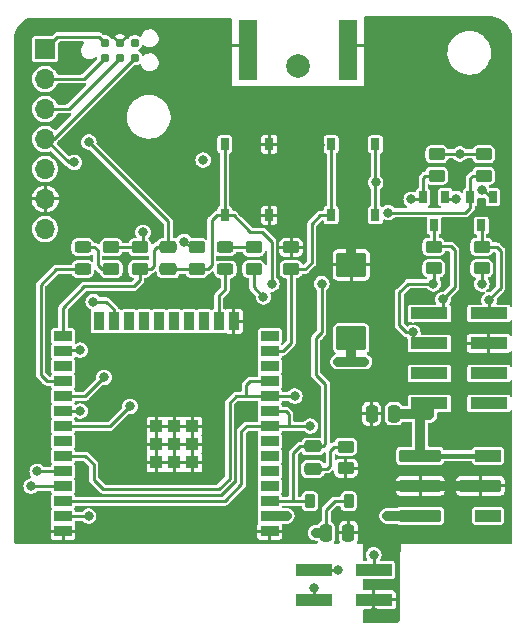
<source format=gtl>
G04 #@! TF.GenerationSoftware,KiCad,Pcbnew,7.0.9*
G04 #@! TF.CreationDate,2023-12-30T12:31:20+01:00*
G04 #@! TF.ProjectId,ithowifi_4l,6974686f-7769-4666-995f-346c2e6b6963,rev?*
G04 #@! TF.SameCoordinates,Original*
G04 #@! TF.FileFunction,Copper,L1,Top*
G04 #@! TF.FilePolarity,Positive*
%FSLAX46Y46*%
G04 Gerber Fmt 4.6, Leading zero omitted, Abs format (unit mm)*
G04 Created by KiCad (PCBNEW 7.0.9) date 2023-12-30 12:31:20*
%MOMM*%
%LPD*%
G01*
G04 APERTURE LIST*
G04 Aperture macros list*
%AMRoundRect*
0 Rectangle with rounded corners*
0 $1 Rounding radius*
0 $2 $3 $4 $5 $6 $7 $8 $9 X,Y pos of 4 corners*
0 Add a 4 corners polygon primitive as box body*
4,1,4,$2,$3,$4,$5,$6,$7,$8,$9,$2,$3,0*
0 Add four circle primitives for the rounded corners*
1,1,$1+$1,$2,$3*
1,1,$1+$1,$4,$5*
1,1,$1+$1,$6,$7*
1,1,$1+$1,$8,$9*
0 Add four rect primitives between the rounded corners*
20,1,$1+$1,$2,$3,$4,$5,0*
20,1,$1+$1,$4,$5,$6,$7,0*
20,1,$1+$1,$6,$7,$8,$9,0*
20,1,$1+$1,$8,$9,$2,$3,0*%
G04 Aperture macros list end*
G04 #@! TA.AperFunction,SMDPad,CuDef*
%ADD10R,3.150000X1.000000*%
G04 #@! TD*
G04 #@! TA.AperFunction,SMDPad,CuDef*
%ADD11R,0.700000X1.000000*%
G04 #@! TD*
G04 #@! TA.AperFunction,SMDPad,CuDef*
%ADD12RoundRect,0.250000X-0.450000X0.262500X-0.450000X-0.262500X0.450000X-0.262500X0.450000X0.262500X0*%
G04 #@! TD*
G04 #@! TA.AperFunction,ComponentPad*
%ADD13R,1.700000X1.700000*%
G04 #@! TD*
G04 #@! TA.AperFunction,ComponentPad*
%ADD14O,1.700000X1.700000*%
G04 #@! TD*
G04 #@! TA.AperFunction,SMDPad,CuDef*
%ADD15R,1.500000X0.900000*%
G04 #@! TD*
G04 #@! TA.AperFunction,SMDPad,CuDef*
%ADD16R,0.900000X1.500000*%
G04 #@! TD*
G04 #@! TA.AperFunction,SMDPad,CuDef*
%ADD17R,1.050000X1.050000*%
G04 #@! TD*
G04 #@! TA.AperFunction,SMDPad,CuDef*
%ADD18RoundRect,0.243750X0.456250X-0.243750X0.456250X0.243750X-0.456250X0.243750X-0.456250X-0.243750X0*%
G04 #@! TD*
G04 #@! TA.AperFunction,SMDPad,CuDef*
%ADD19C,0.787400*%
G04 #@! TD*
G04 #@! TA.AperFunction,SMDPad,CuDef*
%ADD20R,0.750000X1.000000*%
G04 #@! TD*
G04 #@! TA.AperFunction,SMDPad,CuDef*
%ADD21RoundRect,0.250000X0.250000X0.475000X-0.250000X0.475000X-0.250000X-0.475000X0.250000X-0.475000X0*%
G04 #@! TD*
G04 #@! TA.AperFunction,SMDPad,CuDef*
%ADD22RoundRect,0.250000X0.450000X-0.262500X0.450000X0.262500X-0.450000X0.262500X-0.450000X-0.262500X0*%
G04 #@! TD*
G04 #@! TA.AperFunction,SMDPad,CuDef*
%ADD23RoundRect,0.250000X0.475000X-0.250000X0.475000X0.250000X-0.475000X0.250000X-0.475000X-0.250000X0*%
G04 #@! TD*
G04 #@! TA.AperFunction,SMDPad,CuDef*
%ADD24RoundRect,0.250000X1.025000X-0.787500X1.025000X0.787500X-1.025000X0.787500X-1.025000X-0.787500X0*%
G04 #@! TD*
G04 #@! TA.AperFunction,SMDPad,CuDef*
%ADD25RoundRect,0.250000X-0.250000X-0.475000X0.250000X-0.475000X0.250000X0.475000X-0.250000X0.475000X0*%
G04 #@! TD*
G04 #@! TA.AperFunction,SMDPad,CuDef*
%ADD26RoundRect,0.225000X0.225000X0.375000X-0.225000X0.375000X-0.225000X-0.375000X0.225000X-0.375000X0*%
G04 #@! TD*
G04 #@! TA.AperFunction,ComponentPad*
%ADD27C,2.000000*%
G04 #@! TD*
G04 #@! TA.AperFunction,SMDPad,CuDef*
%ADD28RoundRect,0.105000X-1.655000X0.420000X-1.655000X-0.420000X1.655000X-0.420000X1.655000X0.420000X0*%
G04 #@! TD*
G04 #@! TA.AperFunction,SMDPad,CuDef*
%ADD29RoundRect,0.105000X-1.005000X0.420000X-1.005000X-0.420000X1.005000X-0.420000X1.005000X0.420000X0*%
G04 #@! TD*
G04 #@! TA.AperFunction,SMDPad,CuDef*
%ADD30R,1.500000X5.080000*%
G04 #@! TD*
G04 #@! TA.AperFunction,ViaPad*
%ADD31C,0.800000*%
G04 #@! TD*
G04 #@! TA.AperFunction,Conductor*
%ADD32C,0.254000*%
G04 #@! TD*
G04 #@! TA.AperFunction,Conductor*
%ADD33C,0.250000*%
G04 #@! TD*
G04 #@! TA.AperFunction,Conductor*
%ADD34C,0.812800*%
G04 #@! TD*
G04 #@! TA.AperFunction,Conductor*
%ADD35C,0.406400*%
G04 #@! TD*
G04 APERTURE END LIST*
D10*
X113523000Y-154432000D03*
X108473000Y-154432000D03*
X113523000Y-151892000D03*
X108473000Y-151892000D03*
D11*
X119608600Y-120339000D03*
X117708600Y-120339000D03*
X118658600Y-122739000D03*
D12*
X118872000Y-116711900D03*
X118872000Y-118536900D03*
D13*
X85725000Y-107797600D03*
D14*
X85725000Y-110337600D03*
X85725000Y-112877600D03*
X85725000Y-115417600D03*
X85725000Y-117957600D03*
X85725000Y-120497600D03*
X85725000Y-123037600D03*
D15*
X104727600Y-148613600D03*
X104727600Y-147343600D03*
X104727600Y-146073600D03*
X104727600Y-144803600D03*
X104727600Y-143533600D03*
X104727600Y-142263600D03*
X104727600Y-140993600D03*
X104727600Y-139723600D03*
X104727600Y-138453600D03*
X104727600Y-137183600D03*
X104727600Y-135913600D03*
X104727600Y-134643600D03*
X104727600Y-133373600D03*
X104727600Y-132103600D03*
D16*
X101697600Y-130853600D03*
X100427600Y-130853600D03*
X99157600Y-130853600D03*
X97887600Y-130853600D03*
X96617600Y-130853600D03*
X95347600Y-130853600D03*
X94077600Y-130853600D03*
X92807600Y-130853600D03*
X91537600Y-130853600D03*
X90267600Y-130853600D03*
D15*
X87227600Y-132103600D03*
X87227600Y-133373600D03*
X87227600Y-134643600D03*
X87227600Y-135913600D03*
X87227600Y-137183600D03*
X87227600Y-138453600D03*
X87227600Y-139723600D03*
X87227600Y-140993600D03*
X87227600Y-142263600D03*
X87227600Y-143533600D03*
X87227600Y-144803600D03*
X87227600Y-146073600D03*
X87227600Y-147343600D03*
X87227600Y-148613600D03*
D17*
X98182600Y-142798600D03*
X98182600Y-141273600D03*
X98182600Y-139748600D03*
X96657600Y-142798600D03*
X96657600Y-141273600D03*
X96657600Y-139748600D03*
X95132600Y-142798600D03*
X95132600Y-141273600D03*
X95132600Y-139748600D03*
D12*
X91313000Y-124588900D03*
X91313000Y-126413900D03*
X106536000Y-124597500D03*
X106536000Y-126422500D03*
X118618000Y-124548500D03*
X118618000Y-126373500D03*
D18*
X88900000Y-126438900D03*
X88900000Y-124563900D03*
D19*
X90766000Y-108536400D03*
X90766000Y-107266400D03*
X92036000Y-108536400D03*
X92036000Y-107266400D03*
X93306000Y-108536400D03*
X93306000Y-107266400D03*
D20*
X109925000Y-115872000D03*
X109925000Y-121872000D03*
X113675000Y-115872000D03*
X113675000Y-121872000D03*
D21*
X115250000Y-138684000D03*
X113350000Y-138684000D03*
D11*
X123606600Y-120339000D03*
X121706600Y-120339000D03*
X122656600Y-122739000D03*
D22*
X122859800Y-118536900D03*
X122859800Y-116711900D03*
D12*
X122682000Y-124548500D03*
X122682000Y-126373500D03*
D23*
X96139000Y-126451400D03*
X96139000Y-124551400D03*
D22*
X98552000Y-126428000D03*
X98552000Y-124603000D03*
D24*
X111632000Y-132308600D03*
X111632000Y-126083600D03*
D25*
X109486900Y-148751000D03*
X111386900Y-148751000D03*
D23*
X108377500Y-143351000D03*
X108377500Y-141451000D03*
D26*
X111425500Y-146084000D03*
X108125500Y-146084000D03*
D22*
X111171500Y-143290000D03*
X111171500Y-141465000D03*
D27*
X107100780Y-109251460D03*
D22*
X93726000Y-126413900D03*
X93726000Y-124588900D03*
X103378000Y-126428000D03*
X103378000Y-124603000D03*
D18*
X100965000Y-126453000D03*
X100965000Y-124578000D03*
D20*
X104675000Y-121872000D03*
X104675000Y-115872000D03*
X100925000Y-121872000D03*
X100925000Y-115872000D03*
D28*
X117475000Y-142240000D03*
X117475000Y-144780000D03*
X117475000Y-147320000D03*
D29*
X123205000Y-147320000D03*
D28*
X122555000Y-144780000D03*
D29*
X123205000Y-142240000D03*
D10*
X123295000Y-137810000D03*
X118245000Y-137810000D03*
X123295000Y-135270000D03*
X118245000Y-135270000D03*
X123295000Y-132730000D03*
X118245000Y-132730000D03*
X123295000Y-130190000D03*
X118245000Y-130190000D03*
D30*
X102850000Y-107848400D03*
X111350000Y-107848400D03*
D31*
X110490000Y-151892000D03*
X108458000Y-153416000D03*
X113538000Y-155448000D03*
X113538000Y-150622000D03*
X100700000Y-107442000D03*
X100700000Y-105918000D03*
X100700000Y-110871000D03*
X100700000Y-112500000D03*
X100700000Y-109093000D03*
X113500000Y-110871000D03*
X102432000Y-138568000D03*
X111632000Y-124053600D03*
X112732000Y-124053600D03*
X110532000Y-124053600D03*
X86741000Y-128270000D03*
X113500000Y-105918000D03*
X113500000Y-107442000D03*
X113500000Y-109093000D03*
X123300000Y-134010000D03*
X106426000Y-114200000D03*
X109100000Y-117450000D03*
X102852000Y-132715000D03*
X113792000Y-143764000D03*
X105300000Y-117400000D03*
X104278000Y-112500000D03*
X113500000Y-112500000D03*
X96647000Y-139750800D03*
X108458000Y-112500000D03*
X106172000Y-148590000D03*
X89154000Y-148590000D03*
X96647000Y-142798800D03*
X98171000Y-142798800D03*
X111849000Y-112500000D03*
X114681000Y-144780000D03*
X123290000Y-131440000D03*
X113792000Y-145796000D03*
X110071000Y-112500000D03*
X102500000Y-112500000D03*
X108995000Y-114200000D03*
X95148400Y-142798800D03*
X96647000Y-141274800D03*
X109024000Y-115900000D03*
X105800000Y-112500000D03*
X106426000Y-115900000D03*
X95148400Y-141274800D03*
X95148400Y-139750800D03*
X98171000Y-139750800D03*
X98171000Y-141274800D03*
X122682000Y-127698500D03*
X116849988Y-131800000D03*
X118595683Y-127676183D03*
X106172000Y-147320000D03*
X99100000Y-117200000D03*
X111632000Y-134268000D03*
X112732000Y-134268000D03*
X110532000Y-134268000D03*
X122682000Y-119761000D03*
X108631500Y-148751000D03*
X113700000Y-119100000D03*
X97500000Y-124100000D03*
X94000000Y-123317000D03*
X104200000Y-128800000D03*
X88200000Y-117400000D03*
X114681000Y-147320000D03*
X120813090Y-116686900D03*
X120532000Y-120468000D03*
X123300000Y-129050000D03*
X119400000Y-129000000D03*
X89407998Y-115671600D03*
X89400000Y-147350000D03*
X92900000Y-138050000D03*
X88700000Y-138450000D03*
X90700000Y-135600000D03*
X88700000Y-133300000D03*
X104900000Y-127700000D03*
X109132000Y-127668006D03*
X85039200Y-143560804D03*
X84531209Y-144805391D03*
X106849400Y-137185400D03*
X114750008Y-121650000D03*
X108174600Y-139725400D03*
X116697000Y-120539000D03*
X118250000Y-138800000D03*
X89775000Y-129200000D03*
D32*
X110490000Y-151892000D02*
X108473000Y-151892000D01*
X108458000Y-153416000D02*
X108458000Y-154417000D01*
X108458000Y-154417000D02*
X108473000Y-154432000D01*
D33*
X113538000Y-150622000D02*
X113538000Y-151877000D01*
X113538000Y-151877000D02*
X113523000Y-151892000D01*
D34*
X110532000Y-124053600D02*
X112732000Y-124053600D01*
X117475000Y-144780000D02*
X114681000Y-144780000D01*
X117475000Y-144780000D02*
X122555000Y-144780000D01*
D32*
X100700000Y-107442000D02*
X102443600Y-107442000D01*
X113500000Y-107442000D02*
X111756400Y-107442000D01*
D34*
X111632000Y-126083600D02*
X111632000Y-124053600D01*
D32*
X111756400Y-107442000D02*
X111350000Y-107848400D01*
X102443600Y-107442000D02*
X102850000Y-107848400D01*
X104675000Y-115872000D02*
X104675000Y-121872000D01*
X122682000Y-126398500D02*
X122682000Y-127698500D01*
X115700000Y-131200000D02*
X116300000Y-131800000D01*
X116300000Y-131800000D02*
X116849988Y-131800000D01*
X116849988Y-132730000D02*
X118245000Y-132730000D01*
X115700000Y-128400000D02*
X115700000Y-131200000D01*
X118595683Y-127676183D02*
X116423817Y-127676183D01*
X116423817Y-127676183D02*
X115700000Y-128400000D01*
X118618000Y-127653866D02*
X118595683Y-127676183D01*
X116849988Y-131800000D02*
X116849988Y-132730000D01*
X118618000Y-126398500D02*
X118618000Y-127653866D01*
X122682000Y-119761000D02*
X122828600Y-119761000D01*
D34*
X109499400Y-148751000D02*
X108634800Y-148751000D01*
D32*
X98103000Y-124603000D02*
X98552000Y-124603000D01*
D34*
X110532000Y-134268000D02*
X112732000Y-134268000D01*
D33*
X87707400Y-117400000D02*
X88200000Y-117400000D01*
D34*
X111632000Y-132308600D02*
X111632000Y-134268000D01*
D32*
X97500000Y-124100000D02*
X98103000Y-124603000D01*
D33*
X86424800Y-115417600D02*
X93306000Y-108536400D01*
D32*
X91313000Y-124563900D02*
X93726000Y-124563900D01*
X103378000Y-126428000D02*
X103378000Y-127978000D01*
D34*
X106148400Y-147343600D02*
X106172000Y-147320000D01*
D32*
X113675000Y-115872000D02*
X113675000Y-121872000D01*
D34*
X104727600Y-147343600D02*
X106148400Y-147343600D01*
D32*
X118872000Y-116686900D02*
X120813090Y-116686900D01*
D34*
X117475000Y-147320000D02*
X114681000Y-147320000D01*
D33*
X94000000Y-124314900D02*
X93726000Y-124588900D01*
D32*
X120461000Y-120539000D02*
X120532000Y-120468000D01*
D33*
X109499400Y-146803600D02*
X109499400Y-148751000D01*
X110219000Y-146084000D02*
X109499400Y-146803600D01*
X94000000Y-123317000D02*
X94000000Y-124314900D01*
X85725000Y-115417600D02*
X87707400Y-117400000D01*
D32*
X119608600Y-120539000D02*
X120461000Y-120539000D01*
X122859800Y-116686900D02*
X120813090Y-116686900D01*
D33*
X111425500Y-146084000D02*
X110219000Y-146084000D01*
D32*
X122828600Y-119761000D02*
X123606600Y-120539000D01*
D33*
X85725000Y-115417600D02*
X86424800Y-115417600D01*
D32*
X103378000Y-127978000D02*
X104200000Y-128800000D01*
X103417000Y-126492000D02*
X103378000Y-126453000D01*
X122682000Y-122764400D02*
X122656600Y-122739000D01*
X122682000Y-124548500D02*
X122682000Y-122764400D01*
X123948500Y-124548500D02*
X124300000Y-124900000D01*
X122682000Y-124548500D02*
X123948500Y-124548500D01*
X124300000Y-124900000D02*
X124300000Y-128000000D01*
X124300000Y-128000000D02*
X123295000Y-129005000D01*
X123295000Y-129005000D02*
X123295000Y-130190000D01*
X120405000Y-127952500D02*
X119400000Y-128957500D01*
X120405000Y-124852500D02*
X120405000Y-127952500D01*
X119400000Y-128957500D02*
X119400000Y-130142500D01*
X118787000Y-124501000D02*
X120053500Y-124501000D01*
X118658600Y-124507900D02*
X118618000Y-124548500D01*
X120053500Y-124501000D02*
X120405000Y-124852500D01*
X118658600Y-122739000D02*
X118658600Y-124507900D01*
X89027000Y-127889000D02*
X93211000Y-127889000D01*
X95148600Y-124551400D02*
X96139000Y-124551400D01*
X87227600Y-132103600D02*
X87227600Y-129688400D01*
X94900000Y-124800000D02*
X95148600Y-124551400D01*
X94900000Y-126200000D02*
X94900000Y-124800000D01*
D33*
X86754600Y-106768000D02*
X85725000Y-107797600D01*
D32*
X93726000Y-126413900D02*
X94686100Y-126413900D01*
D33*
X90766000Y-107266400D02*
X90267600Y-106768000D01*
X90267600Y-106768000D02*
X86754600Y-106768000D01*
D32*
X96139000Y-122402602D02*
X96139000Y-124000900D01*
X89407998Y-115671600D02*
X96139000Y-122402602D01*
X93211000Y-127889000D02*
X93726000Y-127374000D01*
X93726000Y-127374000D02*
X93726000Y-126413900D01*
X87227600Y-129688400D02*
X89027000Y-127889000D01*
X94686100Y-126413900D02*
X94900000Y-126200000D01*
D33*
X87234000Y-147350000D02*
X87227600Y-147343600D01*
X89400000Y-147350000D02*
X87234000Y-147350000D01*
X87227600Y-139723600D02*
X91226400Y-139723600D01*
X91226400Y-139723600D02*
X92900000Y-138050000D01*
D32*
X87227600Y-139723600D02*
X87229000Y-139725000D01*
D33*
X87227600Y-138453600D02*
X88696400Y-138453600D01*
X88696400Y-138453600D02*
X88700000Y-138450000D01*
D32*
X88946400Y-138453600D02*
X88950000Y-138450000D01*
X89116400Y-137183600D02*
X90700000Y-135600000D01*
X87227600Y-137183600D02*
X89116400Y-137183600D01*
X88700000Y-133300000D02*
X87301200Y-133300000D01*
X87301200Y-133300000D02*
X87227600Y-133373600D01*
X96139000Y-126438900D02*
X98537900Y-126438900D01*
X109432000Y-136168000D02*
X108632000Y-135368000D01*
D33*
X106717900Y-142028600D02*
X106717900Y-146075400D01*
D32*
X108632000Y-135368000D02*
X108632000Y-132268000D01*
X108632000Y-132268000D02*
X109132000Y-131768000D01*
D33*
X104727600Y-146073600D02*
X104729400Y-146075400D01*
D32*
X103100000Y-123300000D02*
X104100000Y-123300000D01*
X98552000Y-126453000D02*
X99480000Y-126453000D01*
D33*
X108116900Y-146075400D02*
X108125500Y-146084000D01*
D32*
X98537900Y-126438900D02*
X98552000Y-126453000D01*
D33*
X106717900Y-146075400D02*
X108116900Y-146075400D01*
X109432000Y-141283000D02*
X109264000Y-141451000D01*
D32*
X109132000Y-131768000D02*
X109132000Y-127668006D01*
D33*
X108377500Y-141451000D02*
X107295500Y-141451000D01*
D32*
X104900000Y-124100000D02*
X104900000Y-127700000D01*
X100925000Y-121872000D02*
X100925000Y-115872000D01*
D33*
X107295500Y-141451000D02*
X106717900Y-142028600D01*
D32*
X100925000Y-121872000D02*
X101672000Y-121872000D01*
D33*
X109264000Y-141451000D02*
X108377500Y-141451000D01*
D32*
X99822000Y-126111000D02*
X99822000Y-122301000D01*
D33*
X104729400Y-146075400D02*
X106717900Y-146075400D01*
X109432000Y-136168000D02*
X109432000Y-141283000D01*
D32*
X100251000Y-121872000D02*
X100925000Y-121872000D01*
X104100000Y-123300000D02*
X104900000Y-124100000D01*
X99480000Y-126453000D02*
X99822000Y-126111000D01*
X99822000Y-122301000D02*
X100251000Y-121872000D01*
X101672000Y-121872000D02*
X103100000Y-123300000D01*
D33*
X87694800Y-112877600D02*
X91964932Y-108607468D01*
D32*
X87227600Y-143533600D02*
X85066404Y-143533600D01*
D33*
X85725000Y-112877600D02*
X87694800Y-112877600D01*
D32*
X87225809Y-144805391D02*
X84531209Y-144805391D01*
D33*
X85725000Y-110337600D02*
X88964800Y-110337600D01*
D32*
X87227600Y-144803600D02*
X87225809Y-144805391D01*
D33*
X88964800Y-110337600D02*
X90766000Y-108536400D01*
D32*
X103086400Y-135913600D02*
X104727600Y-135913600D01*
X89832000Y-142968000D02*
X89832000Y-144268000D01*
X121899900Y-118561900D02*
X121706600Y-118755200D01*
X106847600Y-137183600D02*
X102733800Y-137183600D01*
X121706600Y-121243000D02*
X121299600Y-121650000D01*
X121299600Y-121650000D02*
X114750008Y-121650000D01*
X90632000Y-145068000D02*
X100432000Y-145068000D01*
X89127600Y-142263600D02*
X89832000Y-142968000D01*
X87227600Y-142263600D02*
X89127600Y-142263600D01*
X101332000Y-137768000D02*
X101914600Y-137185400D01*
X102733800Y-137183600D02*
X102732000Y-137185400D01*
X122859800Y-118561900D02*
X121899900Y-118561900D01*
X100432000Y-145068000D02*
X101332000Y-144168000D01*
X101332000Y-144168000D02*
X101332000Y-137768000D01*
X101914600Y-137185400D02*
X102732000Y-137185400D01*
X121706600Y-118755200D02*
X121706600Y-121243000D01*
X102732000Y-136268000D02*
X103086400Y-135913600D01*
X89832000Y-144268000D02*
X90632000Y-145068000D01*
X106849400Y-137185400D02*
X106847600Y-137183600D01*
X102732000Y-137185400D02*
X102732000Y-136268000D01*
X102776400Y-139723600D02*
X104727600Y-139723600D01*
X102332000Y-140168000D02*
X102776400Y-139723600D01*
X104729400Y-139725400D02*
X106324400Y-139725400D01*
X106324400Y-139725400D02*
X106324400Y-138709400D01*
X117708600Y-118740000D02*
X117708600Y-120539000D01*
X102332000Y-144668000D02*
X102332000Y-140168000D01*
X100924600Y-146075400D02*
X102332000Y-144668000D01*
X117708600Y-120539000D02*
X116697000Y-120539000D01*
X106324400Y-138709400D02*
X106068600Y-138453600D01*
X118872000Y-118561900D02*
X117886700Y-118561900D01*
X106324400Y-139725400D02*
X108174600Y-139725400D01*
X87477600Y-146075400D02*
X100924600Y-146075400D01*
X104727600Y-139723600D02*
X104729400Y-139725400D01*
X117886700Y-118561900D02*
X117708600Y-118740000D01*
X106068600Y-138453600D02*
X104727600Y-138453600D01*
D34*
X117348000Y-138684000D02*
X117475000Y-138811000D01*
X117475000Y-142240000D02*
X117475000Y-138811000D01*
X118250000Y-138800000D02*
X117486000Y-138800000D01*
X117486000Y-138800000D02*
X117475000Y-138811000D01*
X118134000Y-138684000D02*
X118250000Y-138800000D01*
X117348000Y-138684000D02*
X118134000Y-138684000D01*
X118250000Y-138800000D02*
X118250000Y-137810000D01*
D35*
X117475000Y-142240000D02*
X123205000Y-142240000D01*
D34*
X115250000Y-138684000D02*
X117348000Y-138684000D01*
D33*
X110202500Y-141465000D02*
X111171500Y-141465000D01*
X109586500Y-143351000D02*
X109838000Y-143099500D01*
X108377500Y-143351000D02*
X109586500Y-143351000D01*
X109838000Y-141829500D02*
X110202500Y-141465000D01*
X109838000Y-143099500D02*
X109838000Y-141829500D01*
D32*
X90170000Y-126111000D02*
X90497900Y-126438900D01*
X88900000Y-124563900D02*
X89892900Y-124563900D01*
X90170000Y-124841000D02*
X90170000Y-126111000D01*
X90497900Y-126438900D02*
X91313000Y-126438900D01*
X89892900Y-124563900D02*
X90170000Y-124841000D01*
D33*
X90884000Y-129200000D02*
X89775000Y-129200000D01*
X91537600Y-129853600D02*
X90884000Y-129200000D01*
X91537600Y-130853600D02*
X91537600Y-129853600D01*
D32*
X100427600Y-130853600D02*
X100427600Y-128680400D01*
X100427600Y-128680400D02*
X100965000Y-128143000D01*
X100965000Y-128143000D02*
X100965000Y-126453000D01*
X85344000Y-127762000D02*
X86667100Y-126438900D01*
X85875600Y-135913600D02*
X85344000Y-135382000D01*
X85344000Y-135382000D02*
X85344000Y-127762000D01*
X87227600Y-135913600D02*
X85875600Y-135913600D01*
X86667100Y-126438900D02*
X88900000Y-126438900D01*
X100965000Y-124578000D02*
X103378000Y-124578000D01*
X104727600Y-133373600D02*
X105826400Y-133373600D01*
X108300000Y-125888000D02*
X108300000Y-122600000D01*
X109028000Y-121872000D02*
X109925000Y-121872000D01*
X108300000Y-122600000D02*
X109028000Y-121872000D01*
X106536000Y-126447500D02*
X107740500Y-126447500D01*
X109925000Y-121872000D02*
X109925000Y-115872000D01*
X106536000Y-132664000D02*
X106536000Y-126447500D01*
X107740500Y-126447500D02*
X108300000Y-125888000D01*
X105826400Y-133373600D02*
X106536000Y-132664000D01*
G04 #@! TA.AperFunction,Conductor*
G36*
X103681838Y-137584313D02*
G01*
X103718383Y-137634613D01*
X103722822Y-137655836D01*
X103723100Y-137658663D01*
X103732185Y-137704338D01*
X103737866Y-137732901D01*
X103757781Y-137762706D01*
X103757783Y-137762708D01*
X103774660Y-137822548D01*
X103757784Y-137874490D01*
X103737865Y-137904299D01*
X103723100Y-137978533D01*
X103723100Y-138928665D01*
X103735817Y-138992598D01*
X103737866Y-139002901D01*
X103757781Y-139032706D01*
X103757783Y-139032708D01*
X103774660Y-139092548D01*
X103757784Y-139144490D01*
X103737865Y-139174299D01*
X103723099Y-139248537D01*
X103722821Y-139251362D01*
X103722300Y-139252551D01*
X103722136Y-139253380D01*
X103721954Y-139253343D01*
X103697905Y-139308325D01*
X103644264Y-139339763D01*
X103622706Y-139342100D01*
X102826407Y-139342100D01*
X102805762Y-139339959D01*
X102792382Y-139337153D01*
X102760710Y-139341102D01*
X102755810Y-139341713D01*
X102749585Y-139342100D01*
X102744789Y-139342100D01*
X102721404Y-139346002D01*
X102714503Y-139346862D01*
X102666041Y-139352903D01*
X102658369Y-139355187D01*
X102650814Y-139357781D01*
X102601768Y-139384323D01*
X102551654Y-139408823D01*
X102545163Y-139413456D01*
X102538839Y-139418379D01*
X102538838Y-139418379D01*
X102538838Y-139418380D01*
X102526853Y-139431399D01*
X102501069Y-139459407D01*
X102097592Y-139862883D01*
X102081484Y-139875964D01*
X102070045Y-139883437D01*
X102047408Y-139912520D01*
X102043288Y-139917187D01*
X102039888Y-139920588D01*
X102026099Y-139939900D01*
X101991840Y-139983917D01*
X101988038Y-139990942D01*
X101984525Y-139998128D01*
X101968610Y-140051586D01*
X101950500Y-140104338D01*
X101949184Y-140112224D01*
X101948194Y-140120161D01*
X101950500Y-140175884D01*
X101950500Y-144468307D01*
X101931287Y-144527438D01*
X101921035Y-144539442D01*
X100796042Y-145664435D01*
X100740644Y-145692661D01*
X100724907Y-145693900D01*
X88332670Y-145693900D01*
X88273539Y-145674687D01*
X88236994Y-145624387D01*
X88232554Y-145603161D01*
X88232099Y-145598547D01*
X88232099Y-145598534D01*
X88217334Y-145524299D01*
X88197415Y-145494489D01*
X88180538Y-145434652D01*
X88197415Y-145382710D01*
X88217334Y-145352901D01*
X88232100Y-145278667D01*
X88232099Y-144328534D01*
X88217334Y-144254299D01*
X88197415Y-144224489D01*
X88180538Y-144164652D01*
X88197415Y-144112710D01*
X88217334Y-144082901D01*
X88232100Y-144008667D01*
X88232099Y-143058534D01*
X88217334Y-142984299D01*
X88197415Y-142954489D01*
X88180538Y-142894652D01*
X88197415Y-142842710D01*
X88217334Y-142812901D01*
X88232100Y-142738667D01*
X88232100Y-142738662D01*
X88232379Y-142735838D01*
X88232899Y-142734648D01*
X88233064Y-142733820D01*
X88233245Y-142733856D01*
X88257295Y-142678875D01*
X88310936Y-142647437D01*
X88332494Y-142645100D01*
X88927908Y-142645100D01*
X88987039Y-142664313D01*
X88999043Y-142674565D01*
X89421035Y-143096557D01*
X89449261Y-143151955D01*
X89450500Y-143167692D01*
X89450500Y-144217999D01*
X89448359Y-144238645D01*
X89445554Y-144252018D01*
X89450113Y-144288581D01*
X89450500Y-144294810D01*
X89450500Y-144299612D01*
X89454403Y-144323004D01*
X89461303Y-144378357D01*
X89463586Y-144386026D01*
X89466181Y-144393586D01*
X89492729Y-144442641D01*
X89517224Y-144492746D01*
X89521877Y-144499263D01*
X89526779Y-144505561D01*
X89526780Y-144505562D01*
X89567819Y-144543341D01*
X90211368Y-145186891D01*
X90326882Y-145302405D01*
X90339966Y-145318517D01*
X90347438Y-145329954D01*
X90347440Y-145329956D01*
X90370609Y-145347989D01*
X90376516Y-145352586D01*
X90381193Y-145356717D01*
X90384588Y-145360111D01*
X90384588Y-145360112D01*
X90384591Y-145360114D01*
X90403900Y-145373900D01*
X90447915Y-145408158D01*
X90447918Y-145408159D01*
X90454955Y-145411968D01*
X90462130Y-145415475D01*
X90515586Y-145431389D01*
X90568339Y-145449500D01*
X90576210Y-145450813D01*
X90584157Y-145451804D01*
X90584159Y-145451805D01*
X90584160Y-145451804D01*
X90584161Y-145451805D01*
X90639884Y-145449500D01*
X100381999Y-145449500D01*
X100402643Y-145451640D01*
X100416017Y-145454445D01*
X100452582Y-145449886D01*
X100458811Y-145449500D01*
X100463609Y-145449500D01*
X100463611Y-145449500D01*
X100463613Y-145449499D01*
X100463620Y-145449499D01*
X100481168Y-145446569D01*
X100487004Y-145445596D01*
X100542360Y-145438696D01*
X100542366Y-145438692D01*
X100550012Y-145436417D01*
X100557580Y-145433818D01*
X100557586Y-145433818D01*
X100606641Y-145407270D01*
X100656746Y-145382776D01*
X100656749Y-145382772D01*
X100663260Y-145378123D01*
X100669555Y-145373223D01*
X100669562Y-145373220D01*
X100707341Y-145332180D01*
X101566407Y-144473113D01*
X101582513Y-144460034D01*
X101593956Y-144452560D01*
X101616592Y-144423475D01*
X101620727Y-144418794D01*
X101624113Y-144415409D01*
X101624121Y-144415398D01*
X101637892Y-144396110D01*
X101659904Y-144367827D01*
X101672158Y-144352085D01*
X101672159Y-144352083D01*
X101675953Y-144345073D01*
X101679470Y-144337876D01*
X101679475Y-144337870D01*
X101695390Y-144284410D01*
X101713500Y-144231661D01*
X101713500Y-144231660D01*
X101714816Y-144223775D01*
X101715805Y-144215839D01*
X101713500Y-144160116D01*
X101713500Y-137967692D01*
X101732713Y-137908561D01*
X101742965Y-137896557D01*
X102043158Y-137596365D01*
X102098556Y-137568139D01*
X102114293Y-137566900D01*
X102681999Y-137566900D01*
X102702644Y-137569040D01*
X102716017Y-137571845D01*
X102729573Y-137570154D01*
X102750329Y-137569726D01*
X102763940Y-137570854D01*
X102774509Y-137568178D01*
X102799203Y-137565100D01*
X103622707Y-137565100D01*
X103681838Y-137584313D01*
G37*
G04 #@! TD.AperFunction*
G04 #@! TA.AperFunction,Conductor*
G36*
X92761894Y-124964613D02*
G01*
X92797020Y-125010844D01*
X92828655Y-125095663D01*
X92828658Y-125095667D01*
X92915596Y-125211804D01*
X93031733Y-125298742D01*
X93031736Y-125298744D01*
X93088727Y-125320000D01*
X93167658Y-125349440D01*
X93227745Y-125355900D01*
X94224254Y-125355899D01*
X94284342Y-125349440D01*
X94382745Y-125312736D01*
X94444860Y-125310074D01*
X94496680Y-125344431D01*
X94518408Y-125402685D01*
X94518500Y-125406994D01*
X94518500Y-125595805D01*
X94499287Y-125654936D01*
X94448987Y-125691481D01*
X94386813Y-125691481D01*
X94382744Y-125690062D01*
X94284342Y-125653360D01*
X94259963Y-125650739D01*
X94224255Y-125646900D01*
X94224254Y-125646900D01*
X93227745Y-125646900D01*
X93172974Y-125652788D01*
X93167658Y-125653360D01*
X93167656Y-125653360D01*
X93167654Y-125653361D01*
X93031736Y-125704055D01*
X92915596Y-125790996D01*
X92828655Y-125907136D01*
X92777960Y-126043056D01*
X92777960Y-126043058D01*
X92771500Y-126103145D01*
X92771500Y-126724654D01*
X92776136Y-126767776D01*
X92777960Y-126784742D01*
X92777960Y-126784744D01*
X92777961Y-126784745D01*
X92828655Y-126920663D01*
X92828658Y-126920667D01*
X92915596Y-127036804D01*
X92999785Y-127099826D01*
X93031736Y-127123744D01*
X93167655Y-127174439D01*
X93167658Y-127174440D01*
X93167660Y-127174440D01*
X93168735Y-127174694D01*
X93169363Y-127175076D01*
X93173554Y-127176639D01*
X93173254Y-127177441D01*
X93221866Y-127206987D01*
X93245867Y-127264341D01*
X93231573Y-127324850D01*
X93216742Y-127343734D01*
X93082442Y-127478035D01*
X93027045Y-127506261D01*
X93011307Y-127507500D01*
X89077002Y-127507500D01*
X89056357Y-127505359D01*
X89047629Y-127503529D01*
X89042980Y-127502554D01*
X89011175Y-127506520D01*
X89006416Y-127507113D01*
X89000190Y-127507500D01*
X88995385Y-127507500D01*
X88971993Y-127511404D01*
X88916640Y-127518303D01*
X88908972Y-127520586D01*
X88901414Y-127523181D01*
X88852358Y-127549729D01*
X88802255Y-127574222D01*
X88795738Y-127578875D01*
X88789440Y-127583777D01*
X88751658Y-127624819D01*
X86993192Y-129383283D01*
X86977084Y-129396364D01*
X86965645Y-129403837D01*
X86943008Y-129432920D01*
X86938888Y-129437587D01*
X86935488Y-129440988D01*
X86921699Y-129460300D01*
X86887440Y-129504317D01*
X86883638Y-129511342D01*
X86880125Y-129518528D01*
X86864210Y-129571986D01*
X86846100Y-129624738D01*
X86844784Y-129632624D01*
X86843794Y-129640561D01*
X86846100Y-129696284D01*
X86846100Y-131298500D01*
X86826887Y-131357631D01*
X86776587Y-131394176D01*
X86745500Y-131399100D01*
X86452534Y-131399100D01*
X86378298Y-131413866D01*
X86378295Y-131413867D01*
X86294117Y-131470114D01*
X86294115Y-131470116D01*
X86237865Y-131554300D01*
X86223100Y-131628533D01*
X86223100Y-132578665D01*
X86232587Y-132626360D01*
X86237866Y-132652901D01*
X86254853Y-132678324D01*
X86257783Y-132682708D01*
X86274660Y-132742548D01*
X86257784Y-132794490D01*
X86237865Y-132824299D01*
X86223100Y-132898533D01*
X86223100Y-133848665D01*
X86237865Y-133922897D01*
X86237866Y-133922901D01*
X86257781Y-133952706D01*
X86257783Y-133952708D01*
X86274660Y-134012548D01*
X86257784Y-134064490D01*
X86237865Y-134094299D01*
X86223100Y-134168533D01*
X86223100Y-135118665D01*
X86231878Y-135162795D01*
X86237866Y-135192901D01*
X86257781Y-135222706D01*
X86257783Y-135222708D01*
X86274660Y-135282548D01*
X86257784Y-135334490D01*
X86237865Y-135364299D01*
X86223099Y-135438537D01*
X86222821Y-135441362D01*
X86222300Y-135442551D01*
X86222136Y-135443380D01*
X86221954Y-135443343D01*
X86197905Y-135498325D01*
X86144264Y-135529763D01*
X86122706Y-135532100D01*
X86075292Y-135532100D01*
X86016161Y-135512887D01*
X86004157Y-135502635D01*
X85754965Y-135253442D01*
X85726739Y-135198044D01*
X85725500Y-135182307D01*
X85725500Y-127961692D01*
X85744713Y-127902561D01*
X85754965Y-127890557D01*
X86795658Y-126849865D01*
X86851056Y-126821639D01*
X86866793Y-126820400D01*
X87893501Y-126820400D01*
X87952632Y-126839613D01*
X87987758Y-126885844D01*
X88001947Y-126923888D01*
X88001948Y-126923890D01*
X88001949Y-126923891D01*
X88087811Y-127038589D01*
X88202509Y-127124451D01*
X88202512Y-127124452D01*
X88202511Y-127124452D01*
X88223671Y-127132344D01*
X88336750Y-127174520D01*
X88396091Y-127180900D01*
X89403908Y-127180899D01*
X89463250Y-127174520D01*
X89597491Y-127124451D01*
X89712189Y-127038589D01*
X89798051Y-126923891D01*
X89848120Y-126789650D01*
X89854500Y-126730309D01*
X89854499Y-126577890D01*
X89873712Y-126518760D01*
X89924011Y-126482215D01*
X89986185Y-126482215D01*
X90026234Y-126506756D01*
X90192783Y-126673305D01*
X90205865Y-126689414D01*
X90213340Y-126700856D01*
X90241746Y-126722965D01*
X90242416Y-126723486D01*
X90247093Y-126727617D01*
X90250489Y-126731012D01*
X90250496Y-126731018D01*
X90269798Y-126744798D01*
X90313814Y-126779058D01*
X90320834Y-126782856D01*
X90328028Y-126786373D01*
X90328031Y-126786375D01*
X90328034Y-126786375D01*
X90335519Y-126790035D01*
X90334136Y-126792863D01*
X90373393Y-126819907D01*
X90387773Y-126845906D01*
X90415655Y-126920663D01*
X90415658Y-126920667D01*
X90502596Y-127036804D01*
X90586785Y-127099826D01*
X90618736Y-127123744D01*
X90685765Y-127148744D01*
X90754658Y-127174440D01*
X90814745Y-127180900D01*
X91811254Y-127180899D01*
X91871342Y-127174440D01*
X91963662Y-127140006D01*
X92007263Y-127123744D01*
X92007264Y-127123742D01*
X92007267Y-127123742D01*
X92123404Y-127036804D01*
X92210342Y-126920667D01*
X92210342Y-126920664D01*
X92210344Y-126920663D01*
X92244533Y-126828999D01*
X92261040Y-126784742D01*
X92267500Y-126724655D01*
X92267499Y-126103146D01*
X92267402Y-126102248D01*
X92266927Y-126097829D01*
X92261040Y-126043058D01*
X92233048Y-125968009D01*
X92210344Y-125907136D01*
X92190127Y-125880129D01*
X92123404Y-125790996D01*
X92007267Y-125704058D01*
X92007263Y-125704055D01*
X91871342Y-125653360D01*
X91846963Y-125650739D01*
X91811255Y-125646900D01*
X91811254Y-125646900D01*
X90814745Y-125646900D01*
X90759974Y-125652788D01*
X90754658Y-125653360D01*
X90754655Y-125653360D01*
X90754651Y-125653362D01*
X90687255Y-125678499D01*
X90625138Y-125681162D01*
X90573319Y-125646804D01*
X90551592Y-125588549D01*
X90551500Y-125584242D01*
X90551500Y-125418557D01*
X90570713Y-125359426D01*
X90621013Y-125322881D01*
X90683187Y-125322881D01*
X90687253Y-125324299D01*
X90754658Y-125349440D01*
X90814745Y-125355900D01*
X91811254Y-125355899D01*
X91871342Y-125349440D01*
X91967381Y-125313619D01*
X92007263Y-125298744D01*
X92007264Y-125298742D01*
X92007267Y-125298742D01*
X92123404Y-125211804D01*
X92210342Y-125095667D01*
X92210342Y-125095664D01*
X92210344Y-125095663D01*
X92241980Y-125010844D01*
X92280646Y-124962155D01*
X92336237Y-124945400D01*
X92702763Y-124945400D01*
X92761894Y-124964613D01*
G37*
G04 #@! TD.AperFunction*
G04 #@! TA.AperFunction,Conductor*
G36*
X123493838Y-105029108D02*
G01*
X123561676Y-105033553D01*
X123583172Y-105034962D01*
X123589680Y-105035818D01*
X123833332Y-105084284D01*
X123839681Y-105085985D01*
X124074917Y-105165836D01*
X124080996Y-105168355D01*
X124303789Y-105278223D01*
X124309493Y-105281516D01*
X124516040Y-105419527D01*
X124521253Y-105423527D01*
X124708023Y-105587318D01*
X124712679Y-105591974D01*
X124876471Y-105778744D01*
X124880472Y-105783959D01*
X125018483Y-105990506D01*
X125021776Y-105996210D01*
X125131644Y-106219003D01*
X125134165Y-106225088D01*
X125149241Y-106269500D01*
X125193284Y-106399248D01*
X125214011Y-106460306D01*
X125215715Y-106466668D01*
X125264177Y-106710299D01*
X125265037Y-106716829D01*
X125281392Y-106966361D01*
X125281500Y-106969652D01*
X125281500Y-129516131D01*
X125262287Y-129575262D01*
X125211987Y-129611807D01*
X125149813Y-129611807D01*
X125099513Y-129575262D01*
X125097255Y-129572022D01*
X125053485Y-129506517D01*
X125053483Y-129506515D01*
X125011678Y-129478582D01*
X124969301Y-129450266D01*
X124969300Y-129450265D01*
X124969299Y-129450265D01*
X124905559Y-129437587D01*
X124895067Y-129435500D01*
X124895066Y-129435500D01*
X123999531Y-129435500D01*
X123940400Y-129416287D01*
X123903855Y-129365987D01*
X123903855Y-129303813D01*
X123905468Y-129299227D01*
X123940149Y-129207782D01*
X123959307Y-129050000D01*
X123946827Y-128947222D01*
X123958771Y-128886208D01*
X123975554Y-128863966D01*
X124534410Y-128305111D01*
X124550516Y-128292032D01*
X124561956Y-128284560D01*
X124584595Y-128255471D01*
X124588716Y-128250805D01*
X124592114Y-128247409D01*
X124605898Y-128228101D01*
X124640158Y-128184085D01*
X124640158Y-128184082D01*
X124643944Y-128177087D01*
X124647470Y-128169875D01*
X124647475Y-128169869D01*
X124663388Y-128116417D01*
X124681500Y-128063661D01*
X124682816Y-128055776D01*
X124683805Y-128047838D01*
X124681500Y-127992106D01*
X124681500Y-124950001D01*
X124683641Y-124929354D01*
X124685740Y-124919345D01*
X124686445Y-124915983D01*
X124686279Y-124914655D01*
X124681887Y-124879417D01*
X124681500Y-124873188D01*
X124681500Y-124868391D01*
X124681500Y-124868389D01*
X124677596Y-124844995D01*
X124670696Y-124789640D01*
X124670696Y-124789639D01*
X124668418Y-124781988D01*
X124665818Y-124774417D01*
X124665818Y-124774414D01*
X124639270Y-124725358D01*
X124614776Y-124675254D01*
X124610132Y-124668749D01*
X124605219Y-124662437D01*
X124583669Y-124642599D01*
X124564181Y-124624659D01*
X124253616Y-124314094D01*
X124240530Y-124297978D01*
X124233063Y-124286548D01*
X124233061Y-124286546D01*
X124233060Y-124286544D01*
X124203981Y-124263911D01*
X124199304Y-124259781D01*
X124195908Y-124256385D01*
X124195909Y-124256385D01*
X124186254Y-124249492D01*
X124176599Y-124242599D01*
X124132585Y-124208342D01*
X124132584Y-124208341D01*
X124132582Y-124208340D01*
X124125564Y-124204542D01*
X124118368Y-124201024D01*
X124064913Y-124185110D01*
X124012159Y-124166999D01*
X124004285Y-124165685D01*
X123996338Y-124164694D01*
X123940616Y-124167000D01*
X123695913Y-124167000D01*
X123636782Y-124147787D01*
X123601656Y-124101557D01*
X123579343Y-124041735D01*
X123579342Y-124041733D01*
X123492404Y-123925596D01*
X123376267Y-123838658D01*
X123376263Y-123838655D01*
X123240342Y-123787960D01*
X123180255Y-123781500D01*
X123164100Y-123781500D01*
X123104969Y-123762287D01*
X123068424Y-123711987D01*
X123063500Y-123680900D01*
X123063500Y-123560837D01*
X123082713Y-123501706D01*
X123108206Y-123477193D01*
X123190084Y-123422484D01*
X123246334Y-123338301D01*
X123261100Y-123264067D01*
X123261099Y-122213934D01*
X123246334Y-122139699D01*
X123246332Y-122139697D01*
X123246332Y-122139695D01*
X123190085Y-122055517D01*
X123190083Y-122055515D01*
X123131599Y-122016437D01*
X123105901Y-121999266D01*
X123105900Y-121999265D01*
X123105899Y-121999265D01*
X123050098Y-121988166D01*
X123031667Y-121984500D01*
X123031666Y-121984500D01*
X122281534Y-121984500D01*
X122207298Y-121999266D01*
X122207295Y-121999267D01*
X122123117Y-122055514D01*
X122123115Y-122055516D01*
X122066865Y-122139700D01*
X122052100Y-122213933D01*
X122052100Y-123264065D01*
X122066866Y-123338301D01*
X122066867Y-123338304D01*
X122123114Y-123422482D01*
X122123115Y-123422483D01*
X122123116Y-123422484D01*
X122207299Y-123478734D01*
X122219148Y-123481091D01*
X122219526Y-123481166D01*
X122273772Y-123511545D01*
X122299803Y-123568008D01*
X122300500Y-123579833D01*
X122300500Y-123680900D01*
X122281287Y-123740031D01*
X122230987Y-123776576D01*
X122199905Y-123781500D01*
X122183747Y-123781500D01*
X122130118Y-123787265D01*
X122123658Y-123787960D01*
X122123656Y-123787960D01*
X122123654Y-123787961D01*
X121987736Y-123838655D01*
X121871596Y-123925596D01*
X121784655Y-124041736D01*
X121733960Y-124177656D01*
X121733960Y-124177658D01*
X121727500Y-124237745D01*
X121727500Y-124859254D01*
X121732065Y-124901713D01*
X121733359Y-124913755D01*
X121733960Y-124919340D01*
X121733961Y-124919345D01*
X121784655Y-125055263D01*
X121784658Y-125055267D01*
X121871596Y-125171404D01*
X121980132Y-125252652D01*
X121987736Y-125258344D01*
X122062398Y-125286191D01*
X122123658Y-125309040D01*
X122183745Y-125315500D01*
X123180254Y-125315499D01*
X123240342Y-125309040D01*
X123331643Y-125274986D01*
X123376263Y-125258344D01*
X123376264Y-125258342D01*
X123376267Y-125258342D01*
X123492404Y-125171404D01*
X123579342Y-125055267D01*
X123586359Y-125036455D01*
X123601656Y-124995443D01*
X123640322Y-124946755D01*
X123695913Y-124930000D01*
X123748808Y-124930000D01*
X123807939Y-124949213D01*
X123819943Y-124959465D01*
X123889035Y-125028557D01*
X123917261Y-125083955D01*
X123918500Y-125099692D01*
X123918500Y-127800307D01*
X123899287Y-127859438D01*
X123889035Y-127871442D01*
X123394442Y-128366035D01*
X123339044Y-128394261D01*
X123323307Y-128395500D01*
X123220529Y-128395500D01*
X123220525Y-128395500D01*
X123220524Y-128395501D01*
X123148142Y-128413341D01*
X123086131Y-128408837D01*
X123038611Y-128368744D01*
X123023732Y-128308376D01*
X123047178Y-128250792D01*
X123057353Y-128240368D01*
X123175498Y-128135701D01*
X123265787Y-128004895D01*
X123322149Y-127856282D01*
X123341307Y-127698500D01*
X123322149Y-127540718D01*
X123265787Y-127392105D01*
X123192273Y-127285601D01*
X123174495Y-127226027D01*
X123195131Y-127167377D01*
X123239911Y-127134200D01*
X123240339Y-127134040D01*
X123240342Y-127134040D01*
X123376267Y-127083342D01*
X123492404Y-126996404D01*
X123579342Y-126880267D01*
X123579342Y-126880264D01*
X123579344Y-126880263D01*
X123605647Y-126809742D01*
X123630040Y-126744342D01*
X123636500Y-126684255D01*
X123636499Y-126062746D01*
X123630040Y-126002658D01*
X123608005Y-125943581D01*
X123579344Y-125866736D01*
X123579342Y-125866733D01*
X123492404Y-125750596D01*
X123376267Y-125663658D01*
X123376263Y-125663655D01*
X123240342Y-125612960D01*
X123180255Y-125606500D01*
X123180254Y-125606500D01*
X122183745Y-125606500D01*
X122128974Y-125612388D01*
X122123658Y-125612960D01*
X122123656Y-125612960D01*
X122123654Y-125612961D01*
X121987736Y-125663655D01*
X121871596Y-125750596D01*
X121784655Y-125866736D01*
X121733960Y-126002656D01*
X121733960Y-126002658D01*
X121727500Y-126062745D01*
X121727500Y-126684254D01*
X121732527Y-126731012D01*
X121733960Y-126744342D01*
X121733960Y-126744344D01*
X121733961Y-126744345D01*
X121784655Y-126880263D01*
X121784658Y-126880267D01*
X121871596Y-126996404D01*
X121987733Y-127083342D01*
X122123658Y-127134040D01*
X122123660Y-127134040D01*
X122124089Y-127134200D01*
X122172778Y-127172865D01*
X122189441Y-127232765D01*
X122171725Y-127285604D01*
X122098213Y-127392103D01*
X122098213Y-127392104D01*
X122065849Y-127477440D01*
X122041851Y-127540718D01*
X122022693Y-127698500D01*
X122041851Y-127856282D01*
X122098213Y-128004895D01*
X122188502Y-128135701D01*
X122188503Y-128135702D01*
X122188504Y-128135703D01*
X122188505Y-128135704D01*
X122307468Y-128241097D01*
X122307469Y-128241098D01*
X122307471Y-128241099D01*
X122448207Y-128314963D01*
X122602529Y-128353000D01*
X122602533Y-128353000D01*
X122761467Y-128353000D01*
X122761471Y-128353000D01*
X122833857Y-128335158D01*
X122895866Y-128339662D01*
X122943387Y-128379754D01*
X122958267Y-128440121D01*
X122934822Y-128497706D01*
X122924642Y-128508135D01*
X122806503Y-128612798D01*
X122806502Y-128612799D01*
X122775715Y-128657402D01*
X122716212Y-128743606D01*
X122670567Y-128863962D01*
X122659851Y-128892218D01*
X122640693Y-129050000D01*
X122659851Y-129207782D01*
X122694532Y-129299227D01*
X122697535Y-129361328D01*
X122663463Y-129413335D01*
X122605329Y-129435383D01*
X122600469Y-129435500D01*
X121694934Y-129435500D01*
X121620698Y-129450266D01*
X121620695Y-129450267D01*
X121536517Y-129506514D01*
X121536515Y-129506516D01*
X121480265Y-129590700D01*
X121465500Y-129664933D01*
X121465500Y-130715065D01*
X121480266Y-130789301D01*
X121480267Y-130789304D01*
X121536514Y-130873482D01*
X121536515Y-130873483D01*
X121536516Y-130873484D01*
X121620699Y-130929734D01*
X121694933Y-130944500D01*
X124895066Y-130944499D01*
X124969301Y-130929734D01*
X125053484Y-130873484D01*
X125097255Y-130807975D01*
X125146080Y-130769485D01*
X125208206Y-130767044D01*
X125259903Y-130801586D01*
X125281422Y-130859917D01*
X125281500Y-130863867D01*
X125281500Y-131967579D01*
X125262287Y-132026710D01*
X125211987Y-132063255D01*
X125149813Y-132063255D01*
X125109765Y-132038714D01*
X125045234Y-131974183D01*
X124940994Y-131928156D01*
X124915518Y-131925200D01*
X123422000Y-131925200D01*
X123422000Y-133534799D01*
X124915506Y-133534799D01*
X124915520Y-133534798D01*
X124940992Y-133531843D01*
X124940996Y-133531842D01*
X125045234Y-133485816D01*
X125109765Y-133421286D01*
X125165163Y-133393060D01*
X125226571Y-133402786D01*
X125270535Y-133446750D01*
X125281500Y-133492421D01*
X125281500Y-134596131D01*
X125262287Y-134655262D01*
X125211987Y-134691807D01*
X125149813Y-134691807D01*
X125099513Y-134655262D01*
X125097255Y-134652022D01*
X125053485Y-134586517D01*
X125053483Y-134586515D01*
X124969302Y-134530267D01*
X124969301Y-134530266D01*
X124969300Y-134530265D01*
X124969299Y-134530265D01*
X124913498Y-134519166D01*
X124895067Y-134515500D01*
X124895066Y-134515500D01*
X121694934Y-134515500D01*
X121620698Y-134530266D01*
X121620695Y-134530267D01*
X121536517Y-134586514D01*
X121536515Y-134586516D01*
X121480265Y-134670700D01*
X121465500Y-134744933D01*
X121465500Y-135795065D01*
X121480266Y-135869301D01*
X121480267Y-135869304D01*
X121536514Y-135953482D01*
X121536515Y-135953483D01*
X121536516Y-135953484D01*
X121620699Y-136009734D01*
X121694933Y-136024500D01*
X124895066Y-136024499D01*
X124969301Y-136009734D01*
X125053484Y-135953484D01*
X125097255Y-135887975D01*
X125146080Y-135849485D01*
X125208206Y-135847044D01*
X125259903Y-135881586D01*
X125281422Y-135939917D01*
X125281500Y-135943867D01*
X125281500Y-137136131D01*
X125262287Y-137195262D01*
X125211987Y-137231807D01*
X125149813Y-137231807D01*
X125099513Y-137195262D01*
X125097255Y-137192022D01*
X125053485Y-137126517D01*
X125053483Y-137126515D01*
X124969302Y-137070267D01*
X124969301Y-137070266D01*
X124969300Y-137070265D01*
X124969299Y-137070265D01*
X124913498Y-137059166D01*
X124895067Y-137055500D01*
X124895066Y-137055500D01*
X121694934Y-137055500D01*
X121620698Y-137070266D01*
X121620695Y-137070267D01*
X121536517Y-137126514D01*
X121536515Y-137126516D01*
X121480265Y-137210700D01*
X121465500Y-137284933D01*
X121465500Y-138335065D01*
X121480266Y-138409301D01*
X121480267Y-138409304D01*
X121536514Y-138493482D01*
X121536515Y-138493483D01*
X121536516Y-138493484D01*
X121620699Y-138549734D01*
X121694933Y-138564500D01*
X124895066Y-138564499D01*
X124969301Y-138549734D01*
X125053484Y-138493484D01*
X125097255Y-138427975D01*
X125146080Y-138389485D01*
X125208206Y-138387044D01*
X125259903Y-138421586D01*
X125281422Y-138479917D01*
X125281500Y-138483867D01*
X125281500Y-149464702D01*
X125281069Y-149471275D01*
X125267912Y-149571207D01*
X125261119Y-149596564D01*
X125257258Y-149605888D01*
X125216884Y-149653170D01*
X125164312Y-149668000D01*
X115832000Y-149668000D01*
X115832000Y-150214526D01*
X115822038Y-150258173D01*
X115809105Y-150285030D01*
X115781500Y-150405972D01*
X115781500Y-155964702D01*
X115781069Y-155971275D01*
X115767912Y-156071207D01*
X115761115Y-156096574D01*
X115726347Y-156180512D01*
X115713216Y-156203256D01*
X115657906Y-156275337D01*
X115639337Y-156293906D01*
X115567256Y-156349216D01*
X115544512Y-156362347D01*
X115460574Y-156397115D01*
X115435207Y-156403912D01*
X115350910Y-156415010D01*
X115335272Y-156417069D01*
X115328702Y-156417500D01*
X112732600Y-156417500D01*
X112673469Y-156398287D01*
X112636924Y-156347987D01*
X112632000Y-156316900D01*
X112632000Y-155337399D01*
X112651213Y-155278268D01*
X112701513Y-155241723D01*
X112732600Y-155236799D01*
X113396000Y-155236799D01*
X113396000Y-154559000D01*
X113650000Y-154559000D01*
X113650000Y-155236799D01*
X115143506Y-155236799D01*
X115143520Y-155236798D01*
X115168992Y-155233843D01*
X115168996Y-155233842D01*
X115273234Y-155187816D01*
X115353816Y-155107234D01*
X115399843Y-155002994D01*
X115402799Y-154977518D01*
X115402800Y-154977510D01*
X115402800Y-154559000D01*
X113650000Y-154559000D01*
X113396000Y-154559000D01*
X113396000Y-153627200D01*
X113650000Y-153627200D01*
X113650000Y-154305000D01*
X115402799Y-154305000D01*
X115402799Y-153886493D01*
X115402798Y-153886479D01*
X115399843Y-153861007D01*
X115399842Y-153861003D01*
X115353816Y-153756765D01*
X115273234Y-153676183D01*
X115168994Y-153630156D01*
X115143518Y-153627200D01*
X113650000Y-153627200D01*
X113396000Y-153627200D01*
X112732600Y-153627200D01*
X112673469Y-153607987D01*
X112636924Y-153557687D01*
X112632000Y-153526600D01*
X112632000Y-152747099D01*
X112651213Y-152687968D01*
X112701513Y-152651423D01*
X112732595Y-152646499D01*
X115123066Y-152646499D01*
X115197301Y-152631734D01*
X115281484Y-152575484D01*
X115337734Y-152491301D01*
X115352500Y-152417067D01*
X115352499Y-151366934D01*
X115337734Y-151292699D01*
X115337732Y-151292697D01*
X115337732Y-151292695D01*
X115281485Y-151208517D01*
X115281483Y-151208515D01*
X115239678Y-151180582D01*
X115197301Y-151152266D01*
X115197300Y-151152265D01*
X115197299Y-151152265D01*
X115141498Y-151141166D01*
X115123067Y-151137500D01*
X115123066Y-151137500D01*
X114169129Y-151137500D01*
X114109998Y-151118287D01*
X114073453Y-151067987D01*
X114073453Y-151005813D01*
X114086335Y-150979755D01*
X114121787Y-150928395D01*
X114178149Y-150779782D01*
X114197307Y-150622000D01*
X114178149Y-150464218D01*
X114121787Y-150315605D01*
X114031498Y-150184799D01*
X114031495Y-150184796D01*
X114031494Y-150184795D01*
X113912531Y-150079402D01*
X113912530Y-150079401D01*
X113771795Y-150005538D01*
X113771794Y-150005537D01*
X113771793Y-150005537D01*
X113693547Y-149986251D01*
X113617473Y-149967500D01*
X113617471Y-149967500D01*
X113458529Y-149967500D01*
X113458526Y-149967500D01*
X113344415Y-149995626D01*
X113304207Y-150005537D01*
X113304206Y-150005537D01*
X113304204Y-150005538D01*
X113163469Y-150079401D01*
X113163468Y-150079402D01*
X113044505Y-150184795D01*
X113044504Y-150184796D01*
X112954212Y-150315606D01*
X112919941Y-150405972D01*
X112897851Y-150464218D01*
X112878693Y-150622000D01*
X112897851Y-150779782D01*
X112954213Y-150928395D01*
X112989663Y-150979753D01*
X113007442Y-151039330D01*
X112986806Y-151097980D01*
X112935638Y-151133299D01*
X112906871Y-151137500D01*
X112732600Y-151137500D01*
X112673469Y-151118287D01*
X112636924Y-151067987D01*
X112632000Y-151036900D01*
X112632000Y-149668000D01*
X112200543Y-149668000D01*
X112141412Y-149648787D01*
X112104867Y-149598487D01*
X112104867Y-149536313D01*
X112120384Y-149506614D01*
X112125045Y-149500467D01*
X112125046Y-149500464D01*
X112180991Y-149358595D01*
X112180993Y-149358587D01*
X112191698Y-149269447D01*
X112191700Y-149269429D01*
X112191700Y-148878000D01*
X110582100Y-148878000D01*
X110582100Y-149269429D01*
X110582101Y-149269447D01*
X110592806Y-149358587D01*
X110592808Y-149358595D01*
X110648753Y-149500464D01*
X110648754Y-149500467D01*
X110653416Y-149506614D01*
X110673836Y-149565339D01*
X110655838Y-149624852D01*
X110606298Y-149662419D01*
X110573257Y-149668000D01*
X110237194Y-149668000D01*
X110178063Y-149648787D01*
X110141518Y-149598487D01*
X110141518Y-149536313D01*
X110156657Y-149507116D01*
X110184242Y-149470267D01*
X110184242Y-149470264D01*
X110184244Y-149470263D01*
X110222237Y-149368399D01*
X110234940Y-149334342D01*
X110241400Y-149274255D01*
X110241399Y-148624000D01*
X110582100Y-148624000D01*
X111259900Y-148624000D01*
X111259900Y-147721200D01*
X111513900Y-147721200D01*
X111513900Y-148624000D01*
X112191700Y-148624000D01*
X112191700Y-148232570D01*
X112191698Y-148232552D01*
X112180993Y-148143412D01*
X112180991Y-148143404D01*
X112125046Y-148001535D01*
X112125045Y-148001532D01*
X112032890Y-147880009D01*
X111911367Y-147787854D01*
X111911364Y-147787853D01*
X111769495Y-147731908D01*
X111769487Y-147731906D01*
X111680347Y-147721201D01*
X111680329Y-147721200D01*
X111513900Y-147721200D01*
X111259900Y-147721200D01*
X111093471Y-147721200D01*
X111093452Y-147721201D01*
X111004312Y-147731906D01*
X111004304Y-147731908D01*
X110862435Y-147787853D01*
X110862432Y-147787854D01*
X110740909Y-147880009D01*
X110648754Y-148001532D01*
X110648753Y-148001535D01*
X110592808Y-148143404D01*
X110592806Y-148143412D01*
X110582101Y-148232552D01*
X110582100Y-148232570D01*
X110582100Y-148624000D01*
X110241399Y-148624000D01*
X110241399Y-148227746D01*
X110234940Y-148167658D01*
X110209518Y-148099499D01*
X110184244Y-148031736D01*
X110168246Y-148010365D01*
X110097304Y-147915596D01*
X109981167Y-147828658D01*
X109973943Y-147825963D01*
X109944342Y-147814922D01*
X109895654Y-147776256D01*
X109878900Y-147720666D01*
X109878900Y-147400248D01*
X114020100Y-147400248D01*
X114058509Y-147556080D01*
X114058510Y-147556082D01*
X114058509Y-147556082D01*
X114126642Y-147685897D01*
X114133095Y-147698191D01*
X114239523Y-147818324D01*
X114371609Y-147909496D01*
X114521675Y-147966408D01*
X114599729Y-147975885D01*
X114641008Y-147980898D01*
X114641009Y-147980898D01*
X114641025Y-147980900D01*
X115510820Y-147980900D01*
X115569951Y-148000113D01*
X115581955Y-148010365D01*
X115608214Y-148036624D01*
X115716003Y-148089319D01*
X115785881Y-148099500D01*
X119164118Y-148099499D01*
X119164119Y-148099499D01*
X119164119Y-148099498D01*
X119233997Y-148089319D01*
X119341786Y-148036624D01*
X119426624Y-147951786D01*
X119479319Y-147843997D01*
X119489500Y-147774119D01*
X121840500Y-147774119D01*
X121840501Y-147774122D01*
X121850680Y-147843993D01*
X121850681Y-147843998D01*
X121884580Y-147913339D01*
X121903376Y-147951786D01*
X121988214Y-148036624D01*
X122096003Y-148089319D01*
X122165881Y-148099500D01*
X124244118Y-148099499D01*
X124244119Y-148099499D01*
X124244119Y-148099498D01*
X124313997Y-148089319D01*
X124421786Y-148036624D01*
X124506624Y-147951786D01*
X124559319Y-147843997D01*
X124569500Y-147774119D01*
X124569499Y-146865882D01*
X124559319Y-146796003D01*
X124506624Y-146688214D01*
X124421786Y-146603376D01*
X124421785Y-146603375D01*
X124337093Y-146561972D01*
X124313997Y-146550681D01*
X124313995Y-146550680D01*
X124313994Y-146550680D01*
X124244120Y-146540500D01*
X122165880Y-146540500D01*
X122165877Y-146540501D01*
X122096006Y-146550680D01*
X122096001Y-146550681D01*
X121988213Y-146603376D01*
X121903375Y-146688214D01*
X121850680Y-146796005D01*
X121840500Y-146865879D01*
X121840500Y-147774119D01*
X119489500Y-147774119D01*
X119489499Y-146865882D01*
X119479319Y-146796003D01*
X119426624Y-146688214D01*
X119341786Y-146603376D01*
X119341785Y-146603375D01*
X119257093Y-146561972D01*
X119233997Y-146550681D01*
X119233995Y-146550680D01*
X119233994Y-146550680D01*
X119164120Y-146540500D01*
X115785880Y-146540500D01*
X115785877Y-146540501D01*
X115716006Y-146550680D01*
X115716001Y-146550681D01*
X115608213Y-146603376D01*
X115581955Y-146629635D01*
X115526557Y-146657861D01*
X115510820Y-146659100D01*
X114641025Y-146659100D01*
X114641021Y-146659100D01*
X114641008Y-146659101D01*
X114521676Y-146673591D01*
X114371608Y-146730504D01*
X114371607Y-146730504D01*
X114254374Y-146811425D01*
X114239523Y-146821676D01*
X114133095Y-146941809D01*
X114133094Y-146941810D01*
X114133093Y-146941812D01*
X114058510Y-147083917D01*
X114020100Y-147239749D01*
X114020100Y-147239752D01*
X114020100Y-147400248D01*
X109878900Y-147400248D01*
X109878900Y-147002464D01*
X109898113Y-146943333D01*
X109908365Y-146931329D01*
X110346730Y-146492965D01*
X110402128Y-146464739D01*
X110417865Y-146463500D01*
X110626189Y-146463500D01*
X110685320Y-146482713D01*
X110721865Y-146533013D01*
X110726212Y-146553345D01*
X110726658Y-146557487D01*
X110727140Y-146561971D01*
X110727140Y-146561974D01*
X110775323Y-146691160D01*
X110775325Y-146691164D01*
X110807046Y-146733537D01*
X110857956Y-146801544D01*
X110931679Y-146856733D01*
X110968335Y-146884174D01*
X110968339Y-146884176D01*
X111005588Y-146898068D01*
X111097527Y-146932360D01*
X111154636Y-146938500D01*
X111696364Y-146938500D01*
X111753473Y-146932360D01*
X111882663Y-146884175D01*
X111993044Y-146801544D01*
X112075675Y-146691163D01*
X112123860Y-146561973D01*
X112130000Y-146504864D01*
X112130000Y-145663136D01*
X112123860Y-145606027D01*
X112075675Y-145476837D01*
X112062989Y-145459891D01*
X112034513Y-145421852D01*
X111993044Y-145366456D01*
X111907483Y-145302405D01*
X111882664Y-145283825D01*
X111882660Y-145283823D01*
X111753473Y-145235640D01*
X111696364Y-145229500D01*
X111154636Y-145229500D01*
X111097527Y-145235640D01*
X111097525Y-145235640D01*
X110968339Y-145283823D01*
X110968335Y-145283825D01*
X110857956Y-145366456D01*
X110775325Y-145476835D01*
X110775323Y-145476839D01*
X110727140Y-145606025D01*
X110727140Y-145606027D01*
X110726735Y-145609799D01*
X110726213Y-145614652D01*
X110700790Y-145671391D01*
X110646872Y-145702351D01*
X110626189Y-145704500D01*
X110268794Y-145704500D01*
X110248149Y-145702359D01*
X110242189Y-145701109D01*
X110234897Y-145699580D01*
X110198544Y-145704113D01*
X110192315Y-145704500D01*
X110187556Y-145704500D01*
X110164284Y-145708383D01*
X110109216Y-145715248D01*
X110101598Y-145717515D01*
X110094071Y-145720100D01*
X110045295Y-145746496D01*
X109995432Y-145770873D01*
X109988964Y-145775491D01*
X109982685Y-145780379D01*
X109945119Y-145821186D01*
X109266258Y-146500046D01*
X109250152Y-146513126D01*
X109238818Y-146520531D01*
X109216311Y-146549447D01*
X109212191Y-146554113D01*
X109208821Y-146557483D01*
X109208819Y-146557487D01*
X109195105Y-146576693D01*
X109174339Y-146603375D01*
X109161022Y-146620485D01*
X109157251Y-146627451D01*
X109153746Y-146634622D01*
X109148363Y-146652706D01*
X109137920Y-146687782D01*
X109132129Y-146704652D01*
X109119899Y-146740273D01*
X109118593Y-146748103D01*
X109117607Y-146756011D01*
X109119900Y-146811425D01*
X109119900Y-147711341D01*
X109100687Y-147770472D01*
X109054457Y-147805598D01*
X108992635Y-147828656D01*
X108876496Y-147915596D01*
X108789557Y-148031734D01*
X108786290Y-148037718D01*
X108741086Y-148080406D01*
X108697998Y-148090100D01*
X108594825Y-148090100D01*
X108594821Y-148090100D01*
X108594808Y-148090101D01*
X108475476Y-148104591D01*
X108325409Y-148161503D01*
X108261543Y-148205585D01*
X108257560Y-148207994D01*
X108256389Y-148208802D01*
X108252711Y-148211683D01*
X108193325Y-148252674D01*
X108193322Y-148252676D01*
X108145461Y-148306698D01*
X108141169Y-148310991D01*
X108138005Y-148313794D01*
X108137999Y-148313801D01*
X108135593Y-148317285D01*
X108131855Y-148322055D01*
X108086896Y-148372807D01*
X108086893Y-148372811D01*
X108055387Y-148432841D01*
X108052242Y-148438042D01*
X108047713Y-148444603D01*
X108044880Y-148452070D01*
X108042388Y-148457608D01*
X108012311Y-148514914D01*
X108012308Y-148514921D01*
X107996820Y-148577758D01*
X107995014Y-148583554D01*
X107991353Y-148593210D01*
X107991350Y-148593223D01*
X107990105Y-148603470D01*
X107989010Y-148609443D01*
X107973900Y-148670751D01*
X107973900Y-148733892D01*
X107973533Y-148739959D01*
X107972193Y-148750998D01*
X107972193Y-148751000D01*
X107973533Y-148762042D01*
X107973900Y-148768099D01*
X107973900Y-148831248D01*
X107989010Y-148892556D01*
X107990105Y-148898530D01*
X107991350Y-148908778D01*
X107991353Y-148908790D01*
X107995010Y-148918432D01*
X107996817Y-148924233D01*
X108012309Y-148987079D01*
X108012309Y-148987082D01*
X108042390Y-149044394D01*
X108044880Y-149049926D01*
X108047713Y-149057395D01*
X108047714Y-149057396D01*
X108052242Y-149063956D01*
X108055388Y-149069160D01*
X108086897Y-149129194D01*
X108091683Y-149134596D01*
X108131857Y-149179944D01*
X108135599Y-149184720D01*
X108138003Y-149188202D01*
X108141169Y-149191007D01*
X108145464Y-149195302D01*
X108193323Y-149249324D01*
X108193326Y-149249326D01*
X108252712Y-149290317D01*
X108256381Y-149293192D01*
X108257542Y-149293993D01*
X108261533Y-149296405D01*
X108325409Y-149340496D01*
X108475475Y-149397408D01*
X108553529Y-149406885D01*
X108594808Y-149411898D01*
X108594809Y-149411898D01*
X108594825Y-149411900D01*
X108697998Y-149411900D01*
X108757129Y-149431113D01*
X108786290Y-149464282D01*
X108789557Y-149470265D01*
X108789558Y-149470267D01*
X108817141Y-149507114D01*
X108837196Y-149565964D01*
X108818829Y-149625364D01*
X108769056Y-149662623D01*
X108736606Y-149668000D01*
X83183100Y-149668000D01*
X83123969Y-149648787D01*
X83087424Y-149598487D01*
X83082500Y-149567400D01*
X83082500Y-148740600D01*
X86172801Y-148740600D01*
X86172801Y-149109120D01*
X86175756Y-149134592D01*
X86175757Y-149134596D01*
X86221783Y-149238834D01*
X86302365Y-149319416D01*
X86406605Y-149365443D01*
X86432085Y-149368399D01*
X87100600Y-149368399D01*
X87100600Y-148740600D01*
X87354600Y-148740600D01*
X87354600Y-149368399D01*
X88023106Y-149368399D01*
X88023120Y-149368398D01*
X88048592Y-149365443D01*
X88048596Y-149365442D01*
X88152834Y-149319416D01*
X88233416Y-149238834D01*
X88279443Y-149134594D01*
X88282399Y-149109118D01*
X88282400Y-149109110D01*
X88282400Y-148740600D01*
X103672801Y-148740600D01*
X103672801Y-149109120D01*
X103675756Y-149134592D01*
X103675757Y-149134596D01*
X103721783Y-149238834D01*
X103802365Y-149319416D01*
X103906605Y-149365443D01*
X103932085Y-149368399D01*
X104600600Y-149368399D01*
X104600600Y-148740600D01*
X104854600Y-148740600D01*
X104854600Y-149368399D01*
X105523106Y-149368399D01*
X105523120Y-149368398D01*
X105548592Y-149365443D01*
X105548596Y-149365442D01*
X105652834Y-149319416D01*
X105733416Y-149238834D01*
X105779443Y-149134594D01*
X105782399Y-149109118D01*
X105782400Y-149109110D01*
X105782400Y-148740600D01*
X104854600Y-148740600D01*
X104600600Y-148740600D01*
X103672801Y-148740600D01*
X88282400Y-148740600D01*
X87354600Y-148740600D01*
X87100600Y-148740600D01*
X86172801Y-148740600D01*
X83082500Y-148740600D01*
X83082500Y-144805391D01*
X83871902Y-144805391D01*
X83891060Y-144963173D01*
X83947422Y-145111786D01*
X84037711Y-145242592D01*
X84037712Y-145242593D01*
X84037713Y-145242594D01*
X84037714Y-145242595D01*
X84156677Y-145347988D01*
X84156678Y-145347989D01*
X84156680Y-145347990D01*
X84297416Y-145421854D01*
X84451738Y-145459891D01*
X84451742Y-145459891D01*
X84610676Y-145459891D01*
X84610680Y-145459891D01*
X84765002Y-145421854D01*
X84905738Y-145347990D01*
X85024707Y-145242592D01*
X85029506Y-145235640D01*
X85033163Y-145230343D01*
X85082565Y-145192593D01*
X85115954Y-145186891D01*
X86122884Y-145186891D01*
X86182015Y-145206104D01*
X86218560Y-145256404D01*
X86223000Y-145277636D01*
X86223101Y-145278669D01*
X86229290Y-145309784D01*
X86237866Y-145352901D01*
X86257781Y-145382706D01*
X86257783Y-145382708D01*
X86274660Y-145442548D01*
X86257784Y-145494490D01*
X86237865Y-145524299D01*
X86223100Y-145598533D01*
X86223100Y-146548665D01*
X86235934Y-146613187D01*
X86237866Y-146622901D01*
X86257781Y-146652706D01*
X86257783Y-146652708D01*
X86274660Y-146712548D01*
X86257784Y-146764490D01*
X86237865Y-146794299D01*
X86223100Y-146868533D01*
X86223100Y-147818665D01*
X86239799Y-147902619D01*
X86236829Y-147903209D01*
X86240459Y-147949382D01*
X86225638Y-147982738D01*
X86221784Y-147988363D01*
X86175756Y-148092605D01*
X86172800Y-148118081D01*
X86172800Y-148486600D01*
X88282399Y-148486600D01*
X88282399Y-148118093D01*
X88282398Y-148118079D01*
X88279443Y-148092607D01*
X88279442Y-148092603D01*
X88233417Y-147988367D01*
X88229568Y-147982749D01*
X88211996Y-147923110D01*
X88216329Y-147902803D01*
X88215401Y-147902619D01*
X88227061Y-147843998D01*
X88232100Y-147818667D01*
X88232100Y-147818665D01*
X88233064Y-147813820D01*
X88234615Y-147814128D01*
X88256871Y-147763266D01*
X88310515Y-147731834D01*
X88332061Y-147729500D01*
X88813875Y-147729500D01*
X88873006Y-147748713D01*
X88896668Y-147772954D01*
X88906501Y-147787201D01*
X89025468Y-147892597D01*
X89025469Y-147892598D01*
X89025471Y-147892599D01*
X89166207Y-147966463D01*
X89320529Y-148004500D01*
X89320533Y-148004500D01*
X89479467Y-148004500D01*
X89479471Y-148004500D01*
X89633793Y-147966463D01*
X89774529Y-147892599D01*
X89893498Y-147787201D01*
X89983787Y-147656395D01*
X90040149Y-147507782D01*
X90059307Y-147350000D01*
X90040149Y-147192218D01*
X89983787Y-147043605D01*
X89893498Y-146912799D01*
X89893495Y-146912796D01*
X89893494Y-146912795D01*
X89774531Y-146807402D01*
X89774530Y-146807401D01*
X89633795Y-146733538D01*
X89633794Y-146733537D01*
X89633793Y-146733537D01*
X89555547Y-146714251D01*
X89479473Y-146695500D01*
X89479471Y-146695500D01*
X89320529Y-146695500D01*
X89320526Y-146695500D01*
X89206415Y-146723626D01*
X89166207Y-146733537D01*
X89166206Y-146733537D01*
X89166204Y-146733538D01*
X89025469Y-146807401D01*
X89025468Y-146807402D01*
X88906501Y-146912798D01*
X88896668Y-146927046D01*
X88847266Y-146964797D01*
X88813875Y-146970500D01*
X88332699Y-146970500D01*
X88273568Y-146951287D01*
X88237023Y-146900987D01*
X88232660Y-146873447D01*
X88232584Y-146873455D01*
X88232455Y-146872150D01*
X88232099Y-146869900D01*
X88232099Y-146868534D01*
X88222779Y-146821676D01*
X88217334Y-146794299D01*
X88197415Y-146764489D01*
X88180538Y-146704652D01*
X88197415Y-146652710D01*
X88217334Y-146622901D01*
X88232100Y-146548667D01*
X88232100Y-146548660D01*
X88232202Y-146547633D01*
X88232391Y-146547198D01*
X88233064Y-146543820D01*
X88233805Y-146543967D01*
X88257122Y-146490672D01*
X88310764Y-146459236D01*
X88332317Y-146456900D01*
X100874599Y-146456900D01*
X100895243Y-146459040D01*
X100908617Y-146461845D01*
X100945182Y-146457286D01*
X100951411Y-146456900D01*
X100956209Y-146456900D01*
X100956211Y-146456900D01*
X100956213Y-146456899D01*
X100956220Y-146456899D01*
X100973768Y-146453969D01*
X100979604Y-146452996D01*
X101034960Y-146446096D01*
X101034966Y-146446092D01*
X101042612Y-146443817D01*
X101050180Y-146441218D01*
X101050186Y-146441218D01*
X101099241Y-146414670D01*
X101149346Y-146390176D01*
X101149349Y-146390172D01*
X101155860Y-146385523D01*
X101162155Y-146380623D01*
X101162162Y-146380620D01*
X101199941Y-146339580D01*
X102566407Y-144973113D01*
X102582513Y-144960034D01*
X102593956Y-144952560D01*
X102616592Y-144923475D01*
X102620727Y-144918794D01*
X102624113Y-144915409D01*
X102624121Y-144915398D01*
X102637892Y-144896110D01*
X102659904Y-144867827D01*
X102672158Y-144852085D01*
X102672159Y-144852083D01*
X102675953Y-144845073D01*
X102679470Y-144837876D01*
X102679475Y-144837870D01*
X102695390Y-144784410D01*
X102713500Y-144731661D01*
X102713500Y-144731660D01*
X102714816Y-144723775D01*
X102715805Y-144715839D01*
X102713500Y-144660116D01*
X102713500Y-140367692D01*
X102732713Y-140308561D01*
X102742965Y-140296557D01*
X102904958Y-140134565D01*
X102960356Y-140106339D01*
X102976093Y-140105100D01*
X103622707Y-140105100D01*
X103681838Y-140124313D01*
X103718383Y-140174613D01*
X103722822Y-140195836D01*
X103723100Y-140198663D01*
X103723101Y-140198666D01*
X103737866Y-140272901D01*
X103757781Y-140302706D01*
X103757783Y-140302708D01*
X103774660Y-140362548D01*
X103757784Y-140414490D01*
X103737865Y-140444299D01*
X103723100Y-140518533D01*
X103723100Y-141468665D01*
X103737866Y-141542899D01*
X103737866Y-141542901D01*
X103757781Y-141572706D01*
X103757783Y-141572708D01*
X103774660Y-141632548D01*
X103757784Y-141684490D01*
X103737865Y-141714299D01*
X103723100Y-141788533D01*
X103723100Y-142738665D01*
X103733979Y-142793358D01*
X103737866Y-142812901D01*
X103757781Y-142842706D01*
X103757783Y-142842708D01*
X103774660Y-142902548D01*
X103757784Y-142954490D01*
X103737865Y-142984299D01*
X103723100Y-143058533D01*
X103723100Y-144008665D01*
X103734963Y-144068307D01*
X103737866Y-144082901D01*
X103757781Y-144112706D01*
X103757783Y-144112708D01*
X103774660Y-144172548D01*
X103757784Y-144224490D01*
X103737865Y-144254299D01*
X103723100Y-144328533D01*
X103723100Y-145278665D01*
X103736889Y-145347988D01*
X103737866Y-145352901D01*
X103757781Y-145382706D01*
X103757783Y-145382708D01*
X103774660Y-145442548D01*
X103757784Y-145494490D01*
X103737865Y-145524299D01*
X103723100Y-145598533D01*
X103723100Y-146548665D01*
X103735934Y-146613187D01*
X103737866Y-146622901D01*
X103757781Y-146652706D01*
X103757783Y-146652708D01*
X103774660Y-146712548D01*
X103757784Y-146764490D01*
X103737865Y-146794299D01*
X103723100Y-146868533D01*
X103723100Y-147818665D01*
X103739799Y-147902619D01*
X103736829Y-147903209D01*
X103740459Y-147949382D01*
X103725638Y-147982738D01*
X103721784Y-147988363D01*
X103675756Y-148092605D01*
X103672800Y-148118081D01*
X103672800Y-148486600D01*
X105782399Y-148486600D01*
X105782399Y-148118093D01*
X105782398Y-148118085D01*
X105782237Y-148116693D01*
X105782300Y-148116379D01*
X105782231Y-148115185D01*
X105782544Y-148115166D01*
X105794508Y-148055742D01*
X105840261Y-148013644D01*
X105882167Y-148004500D01*
X106126911Y-148004500D01*
X106129940Y-148004591D01*
X106159789Y-148006397D01*
X106188593Y-148008140D01*
X106188593Y-148008139D01*
X106188597Y-148008140D01*
X106246434Y-147997539D01*
X106249392Y-147997090D01*
X106307725Y-147990008D01*
X106318054Y-147986090D01*
X106335587Y-147981201D01*
X106346464Y-147979209D01*
X106400055Y-147955088D01*
X106402850Y-147953931D01*
X106457791Y-147933096D01*
X106466883Y-147926819D01*
X106482750Y-147917870D01*
X106492820Y-147913339D01*
X106539069Y-147877104D01*
X106541497Y-147875317D01*
X106589877Y-147841924D01*
X106628857Y-147797922D01*
X106630923Y-147795730D01*
X106645464Y-147781189D01*
X106667593Y-147759061D01*
X106741739Y-147664420D01*
X106807609Y-147518064D01*
X106836539Y-147360197D01*
X106826848Y-147199994D01*
X106779101Y-147046766D01*
X106696070Y-146909417D01*
X106582583Y-146795930D01*
X106530575Y-146764490D01*
X106445236Y-146712900D01*
X106445232Y-146712898D01*
X106292008Y-146665152D01*
X106291998Y-146665151D01*
X106139334Y-146655916D01*
X106136150Y-146654664D01*
X105992157Y-146681052D01*
X105974023Y-146682700D01*
X105828021Y-146682700D01*
X105768890Y-146663487D01*
X105732345Y-146613187D01*
X105729353Y-146562477D01*
X105729455Y-146561965D01*
X105732100Y-146548667D01*
X105732100Y-146548660D01*
X105732399Y-146545635D01*
X105732955Y-146544362D01*
X105733063Y-146543823D01*
X105733181Y-146543846D01*
X105757318Y-146488673D01*
X105810959Y-146457236D01*
X105832514Y-146454900D01*
X106119175Y-146454900D01*
X106131587Y-146458933D01*
X106145408Y-146454900D01*
X106654573Y-146454900D01*
X106700131Y-146454900D01*
X106704280Y-146455071D01*
X106730399Y-146457236D01*
X106749670Y-146458833D01*
X106749670Y-146458832D01*
X106749672Y-146458833D01*
X106753048Y-146457977D01*
X106777743Y-146454900D01*
X107325264Y-146454900D01*
X107384395Y-146474113D01*
X107420940Y-146524413D01*
X107425287Y-146544745D01*
X107427138Y-146561965D01*
X107427140Y-146561974D01*
X107475323Y-146691160D01*
X107475325Y-146691164D01*
X107507046Y-146733537D01*
X107557956Y-146801544D01*
X107631679Y-146856733D01*
X107668335Y-146884174D01*
X107668339Y-146884176D01*
X107705588Y-146898068D01*
X107797527Y-146932360D01*
X107854636Y-146938500D01*
X108396364Y-146938500D01*
X108453473Y-146932360D01*
X108582663Y-146884175D01*
X108693044Y-146801544D01*
X108775675Y-146691163D01*
X108823860Y-146561973D01*
X108830000Y-146504864D01*
X108830000Y-145663136D01*
X108823860Y-145606027D01*
X108775675Y-145476837D01*
X108762989Y-145459891D01*
X108734513Y-145421852D01*
X108693044Y-145366456D01*
X108607483Y-145302405D01*
X108582664Y-145283825D01*
X108582660Y-145283823D01*
X108453473Y-145235640D01*
X108396364Y-145229500D01*
X107854636Y-145229500D01*
X107797527Y-145235640D01*
X107797525Y-145235640D01*
X107668339Y-145283823D01*
X107668335Y-145283825D01*
X107557956Y-145366456D01*
X107475325Y-145476835D01*
X107475323Y-145476839D01*
X107427140Y-145606025D01*
X107427138Y-145606033D01*
X107427136Y-145606060D01*
X107427128Y-145606076D01*
X107425692Y-145612155D01*
X107424527Y-145611879D01*
X107401709Y-145662797D01*
X107347788Y-145693752D01*
X107327113Y-145695900D01*
X107198000Y-145695900D01*
X107138869Y-145676687D01*
X107102324Y-145626387D01*
X107097400Y-145595300D01*
X107097400Y-144907000D01*
X115410201Y-144907000D01*
X115410201Y-145232248D01*
X115425400Y-145328217D01*
X115484329Y-145443873D01*
X115576126Y-145535670D01*
X115691782Y-145594599D01*
X115691788Y-145594601D01*
X115787744Y-145609799D01*
X117348000Y-145609799D01*
X117348000Y-144907000D01*
X117602000Y-144907000D01*
X117602000Y-145609799D01*
X119162248Y-145609799D01*
X119258217Y-145594599D01*
X119373873Y-145535670D01*
X119465670Y-145443873D01*
X119524599Y-145328217D01*
X119524601Y-145328211D01*
X119539799Y-145232257D01*
X119539800Y-145232253D01*
X119539800Y-144907000D01*
X120490201Y-144907000D01*
X120490201Y-145232248D01*
X120505400Y-145328217D01*
X120564329Y-145443873D01*
X120656126Y-145535670D01*
X120771782Y-145594599D01*
X120771788Y-145594601D01*
X120867744Y-145609799D01*
X122428000Y-145609799D01*
X122428000Y-144907000D01*
X122682000Y-144907000D01*
X122682000Y-145609799D01*
X124242248Y-145609799D01*
X124338217Y-145594599D01*
X124453873Y-145535670D01*
X124545670Y-145443873D01*
X124604599Y-145328217D01*
X124604601Y-145328211D01*
X124619799Y-145232257D01*
X124619800Y-145232253D01*
X124619800Y-144907000D01*
X122682000Y-144907000D01*
X122428000Y-144907000D01*
X120490201Y-144907000D01*
X119539800Y-144907000D01*
X117602000Y-144907000D01*
X117348000Y-144907000D01*
X115410201Y-144907000D01*
X107097400Y-144907000D01*
X107097400Y-144653000D01*
X115410200Y-144653000D01*
X117348000Y-144653000D01*
X117348000Y-143950200D01*
X117602000Y-143950200D01*
X117602000Y-144653000D01*
X119539799Y-144653000D01*
X120490200Y-144653000D01*
X122428000Y-144653000D01*
X122428000Y-143950200D01*
X122682000Y-143950200D01*
X122682000Y-144653000D01*
X124619799Y-144653000D01*
X124619799Y-144327751D01*
X124604599Y-144231782D01*
X124545670Y-144116126D01*
X124453873Y-144024329D01*
X124453874Y-144024329D01*
X124338217Y-143965400D01*
X124338211Y-143965398D01*
X124242257Y-143950200D01*
X122682000Y-143950200D01*
X122428000Y-143950200D01*
X120867751Y-143950200D01*
X120771782Y-143965400D01*
X120656126Y-144024329D01*
X120564329Y-144116126D01*
X120505400Y-144231782D01*
X120505398Y-144231788D01*
X120490200Y-144327742D01*
X120490200Y-144653000D01*
X119539799Y-144653000D01*
X119539799Y-144327751D01*
X119524599Y-144231782D01*
X119465670Y-144116126D01*
X119373873Y-144024329D01*
X119373874Y-144024329D01*
X119258217Y-143965400D01*
X119258211Y-143965398D01*
X119162257Y-143950200D01*
X117602000Y-143950200D01*
X117348000Y-143950200D01*
X115787751Y-143950200D01*
X115691782Y-143965400D01*
X115576126Y-144024329D01*
X115484329Y-144116126D01*
X115425400Y-144231782D01*
X115425398Y-144231788D01*
X115410200Y-144327742D01*
X115410200Y-144653000D01*
X107097400Y-144653000D01*
X107097400Y-142227463D01*
X107116613Y-142168332D01*
X107126859Y-142156334D01*
X107322877Y-141960315D01*
X107378272Y-141932091D01*
X107439681Y-141941817D01*
X107474544Y-141971164D01*
X107542096Y-142061404D01*
X107658233Y-142148342D01*
X107658236Y-142148344D01*
X107729281Y-142174842D01*
X107794158Y-142199040D01*
X107854245Y-142205500D01*
X108900754Y-142205499D01*
X108960842Y-142199040D01*
X109047051Y-142166885D01*
X109096763Y-142148344D01*
X109096764Y-142148342D01*
X109096767Y-142148342D01*
X109212904Y-142061404D01*
X109277365Y-141975292D01*
X109328182Y-141939470D01*
X109390350Y-141940357D01*
X109440123Y-141977617D01*
X109458500Y-142035580D01*
X109458500Y-142766419D01*
X109439287Y-142825550D01*
X109388987Y-142862095D01*
X109326813Y-142862095D01*
X109277366Y-142826706D01*
X109212907Y-142740599D01*
X109212904Y-142740596D01*
X109096763Y-142653655D01*
X108960842Y-142602960D01*
X108900755Y-142596500D01*
X108900754Y-142596500D01*
X107854245Y-142596500D01*
X107799474Y-142602388D01*
X107794158Y-142602960D01*
X107794156Y-142602960D01*
X107794154Y-142602961D01*
X107658236Y-142653655D01*
X107542096Y-142740596D01*
X107455155Y-142856736D01*
X107404460Y-142992656D01*
X107404460Y-142992658D01*
X107398000Y-143052745D01*
X107398000Y-143649254D01*
X107404460Y-143709340D01*
X107404461Y-143709345D01*
X107455155Y-143845263D01*
X107455158Y-143845267D01*
X107542096Y-143961404D01*
X107658233Y-144048342D01*
X107658236Y-144048344D01*
X107737644Y-144077961D01*
X107794158Y-144099040D01*
X107854245Y-144105500D01*
X108900754Y-144105499D01*
X108960842Y-144099040D01*
X109047051Y-144066885D01*
X109096763Y-144048344D01*
X109096764Y-144048342D01*
X109096767Y-144048342D01*
X109212904Y-143961404D01*
X109299842Y-143845267D01*
X109318239Y-143795944D01*
X109356905Y-143747255D01*
X109412496Y-143730500D01*
X109536706Y-143730500D01*
X109557350Y-143732640D01*
X109570600Y-143735419D01*
X109606956Y-143730886D01*
X109613185Y-143730500D01*
X109617942Y-143730500D01*
X109617943Y-143730500D01*
X109641215Y-143726616D01*
X109696283Y-143719752D01*
X109696284Y-143719751D01*
X109703887Y-143717488D01*
X109711421Y-143714900D01*
X109711427Y-143714900D01*
X109760205Y-143688502D01*
X109810068Y-143664126D01*
X109810071Y-143664122D01*
X109816509Y-143659526D01*
X109822810Y-143654621D01*
X109822816Y-143654619D01*
X109860380Y-143613813D01*
X109994965Y-143479228D01*
X110050363Y-143451002D01*
X110111771Y-143460728D01*
X110155735Y-143504692D01*
X110166700Y-143550363D01*
X110166700Y-143595929D01*
X110166701Y-143595947D01*
X110177406Y-143685087D01*
X110177408Y-143685095D01*
X110233353Y-143826964D01*
X110233354Y-143826967D01*
X110325509Y-143948490D01*
X110447032Y-144040645D01*
X110447035Y-144040646D01*
X110588904Y-144096591D01*
X110588912Y-144096593D01*
X110678052Y-144107298D01*
X110678071Y-144107300D01*
X111044500Y-144107300D01*
X111044500Y-143417000D01*
X111298500Y-143417000D01*
X111298500Y-144107300D01*
X111664929Y-144107300D01*
X111664947Y-144107298D01*
X111754087Y-144096593D01*
X111754095Y-144096591D01*
X111895964Y-144040646D01*
X111895967Y-144040645D01*
X112017490Y-143948490D01*
X112109645Y-143826967D01*
X112109646Y-143826964D01*
X112165591Y-143685095D01*
X112165593Y-143685087D01*
X112176298Y-143595947D01*
X112176300Y-143595929D01*
X112176300Y-143417000D01*
X111298500Y-143417000D01*
X111044500Y-143417000D01*
X111044500Y-142472700D01*
X111298500Y-142472700D01*
X111298500Y-143163000D01*
X112176300Y-143163000D01*
X112176300Y-142984070D01*
X112176298Y-142984052D01*
X112165593Y-142894912D01*
X112165591Y-142894904D01*
X112109646Y-142753035D01*
X112109645Y-142753032D01*
X112017490Y-142631509D01*
X111895967Y-142539354D01*
X111895964Y-142539353D01*
X111754095Y-142483408D01*
X111754087Y-142483406D01*
X111664947Y-142472701D01*
X111664929Y-142472700D01*
X111298500Y-142472700D01*
X111044500Y-142472700D01*
X110678071Y-142472700D01*
X110678052Y-142472701D01*
X110588912Y-142483406D01*
X110588904Y-142483408D01*
X110447035Y-142539353D01*
X110447032Y-142539354D01*
X110378886Y-142591032D01*
X110320161Y-142611452D01*
X110260649Y-142593454D01*
X110223081Y-142543914D01*
X110217500Y-142510873D01*
X110217500Y-142181382D01*
X110236713Y-142122251D01*
X110287013Y-142085706D01*
X110349187Y-142085706D01*
X110378383Y-142100845D01*
X110452501Y-142156328D01*
X110477236Y-142174844D01*
X110551673Y-142202607D01*
X110613158Y-142225540D01*
X110673245Y-142232000D01*
X111669754Y-142231999D01*
X111729842Y-142225540D01*
X111836404Y-142185794D01*
X111865763Y-142174844D01*
X111865764Y-142174842D01*
X111865767Y-142174842D01*
X111981904Y-142087904D01*
X112068842Y-141971767D01*
X112068842Y-141971764D01*
X112068844Y-141971763D01*
X112103146Y-141879795D01*
X112119540Y-141835842D01*
X112126000Y-141775755D01*
X112125999Y-141154246D01*
X112119540Y-141094158D01*
X112092292Y-141021104D01*
X112068844Y-140958236D01*
X112067718Y-140956732D01*
X111981904Y-140842096D01*
X111865767Y-140755158D01*
X111865763Y-140755155D01*
X111729842Y-140704460D01*
X111715890Y-140702960D01*
X111669755Y-140698000D01*
X111669754Y-140698000D01*
X110673245Y-140698000D01*
X110618474Y-140703888D01*
X110613158Y-140704460D01*
X110613156Y-140704460D01*
X110613154Y-140704461D01*
X110477236Y-140755155D01*
X110363100Y-140840596D01*
X110361096Y-140842096D01*
X110274158Y-140958233D01*
X110256523Y-141005514D01*
X110250708Y-141021104D01*
X110212041Y-141069792D01*
X110173008Y-141085174D01*
X110161466Y-141087100D01*
X110147782Y-141089383D01*
X110129427Y-141091671D01*
X110092714Y-141096248D01*
X110085113Y-141098511D01*
X110077571Y-141101100D01*
X110028789Y-141127500D01*
X109978935Y-141151871D01*
X109972155Y-141156713D01*
X109971710Y-141156091D01*
X109960521Y-141164444D01*
X109960142Y-141164650D01*
X109899014Y-141176008D01*
X109842884Y-141149267D01*
X109813193Y-141094640D01*
X109811500Y-141076263D01*
X109811500Y-138811000D01*
X112545200Y-138811000D01*
X112545200Y-139202429D01*
X112545201Y-139202447D01*
X112555906Y-139291587D01*
X112555908Y-139291595D01*
X112611853Y-139433464D01*
X112611854Y-139433467D01*
X112704009Y-139554990D01*
X112825532Y-139647145D01*
X112825535Y-139647146D01*
X112967404Y-139703091D01*
X112967412Y-139703093D01*
X113056552Y-139713798D01*
X113056571Y-139713800D01*
X113223000Y-139713800D01*
X113223000Y-138811000D01*
X113477000Y-138811000D01*
X113477000Y-139713800D01*
X113643429Y-139713800D01*
X113643447Y-139713798D01*
X113732587Y-139703093D01*
X113732595Y-139703091D01*
X113874464Y-139647146D01*
X113874467Y-139647145D01*
X113995990Y-139554990D01*
X114088145Y-139433467D01*
X114088146Y-139433464D01*
X114144091Y-139291595D01*
X114144093Y-139291587D01*
X114154221Y-139207254D01*
X114495500Y-139207254D01*
X114501960Y-139267340D01*
X114501961Y-139267345D01*
X114552655Y-139403263D01*
X114552658Y-139403267D01*
X114639596Y-139519404D01*
X114755733Y-139606342D01*
X114755736Y-139606344D01*
X114835144Y-139635961D01*
X114891658Y-139657040D01*
X114951745Y-139663500D01*
X115548254Y-139663499D01*
X115608342Y-139657040D01*
X115703359Y-139621600D01*
X115744263Y-139606344D01*
X115744264Y-139606342D01*
X115744267Y-139606342D01*
X115860404Y-139519404D01*
X115947342Y-139403267D01*
X115947344Y-139403260D01*
X115950610Y-139397282D01*
X115995814Y-139354594D01*
X116038902Y-139344900D01*
X116713500Y-139344900D01*
X116772631Y-139364113D01*
X116809176Y-139414413D01*
X116814100Y-139445500D01*
X116814100Y-141359900D01*
X116794887Y-141419031D01*
X116744587Y-141455576D01*
X116713500Y-141460500D01*
X115785880Y-141460500D01*
X115785877Y-141460501D01*
X115716006Y-141470680D01*
X115716001Y-141470681D01*
X115608213Y-141523376D01*
X115523375Y-141608214D01*
X115470680Y-141716005D01*
X115460500Y-141785879D01*
X115460500Y-142694119D01*
X115460501Y-142694122D01*
X115470680Y-142763993D01*
X115470681Y-142763998D01*
X115512912Y-142850381D01*
X115523376Y-142871786D01*
X115608214Y-142956624D01*
X115716003Y-143009319D01*
X115785881Y-143019500D01*
X119164118Y-143019499D01*
X119164119Y-143019499D01*
X119164119Y-143019498D01*
X119233997Y-143009319D01*
X119341786Y-142956624D01*
X119426624Y-142871786D01*
X119479319Y-142763997D01*
X119479319Y-142763995D01*
X119482750Y-142756978D01*
X119485231Y-142758191D01*
X119513708Y-142717778D01*
X119572555Y-142697711D01*
X119574012Y-142697700D01*
X121755987Y-142697700D01*
X121815118Y-142716913D01*
X121845018Y-142758067D01*
X121847249Y-142756977D01*
X121881338Y-142826706D01*
X121903376Y-142871786D01*
X121988214Y-142956624D01*
X122096003Y-143009319D01*
X122165881Y-143019500D01*
X124244118Y-143019499D01*
X124244119Y-143019499D01*
X124244119Y-143019498D01*
X124313997Y-143009319D01*
X124421786Y-142956624D01*
X124506624Y-142871786D01*
X124559319Y-142763997D01*
X124569500Y-142694119D01*
X124569499Y-141785882D01*
X124559319Y-141716003D01*
X124506624Y-141608214D01*
X124421786Y-141523376D01*
X124421785Y-141523375D01*
X124365435Y-141495828D01*
X124313997Y-141470681D01*
X124313995Y-141470680D01*
X124313994Y-141470680D01*
X124244120Y-141460500D01*
X122165880Y-141460500D01*
X122165877Y-141460501D01*
X122096006Y-141470680D01*
X122096001Y-141470681D01*
X121988213Y-141523376D01*
X121903375Y-141608214D01*
X121847250Y-141723022D01*
X121844768Y-141721808D01*
X121816292Y-141762222D01*
X121757445Y-141782289D01*
X121755988Y-141782300D01*
X119574013Y-141782300D01*
X119514882Y-141763087D01*
X119484981Y-141721932D01*
X119482751Y-141723023D01*
X119434660Y-141624652D01*
X119426624Y-141608214D01*
X119341786Y-141523376D01*
X119341785Y-141523375D01*
X119285435Y-141495828D01*
X119233997Y-141470681D01*
X119233995Y-141470680D01*
X119233994Y-141470680D01*
X119164120Y-141460500D01*
X119164119Y-141460500D01*
X118236500Y-141460500D01*
X118177369Y-141441287D01*
X118140824Y-141390987D01*
X118135900Y-141359900D01*
X118135900Y-139563708D01*
X118155113Y-139504577D01*
X118205413Y-139468032D01*
X118230416Y-139463293D01*
X118268457Y-139460991D01*
X118271490Y-139460900D01*
X118330245Y-139460900D01*
X118330248Y-139460900D01*
X118340980Y-139458254D01*
X118358967Y-139455516D01*
X118370006Y-139454849D01*
X118380557Y-139451560D01*
X118398352Y-139447740D01*
X118409325Y-139446408D01*
X118444138Y-139433204D01*
X118449926Y-139431401D01*
X118486080Y-139422491D01*
X118495856Y-139417359D01*
X118512677Y-139410391D01*
X118523234Y-139407102D01*
X118532687Y-139401387D01*
X118549067Y-139393410D01*
X118559391Y-139389496D01*
X118590033Y-139368343D01*
X118595221Y-139365207D01*
X118628191Y-139347905D01*
X118636460Y-139340578D01*
X118651125Y-139329787D01*
X118660583Y-139324071D01*
X118668395Y-139316257D01*
X118682383Y-139304600D01*
X118691477Y-139298324D01*
X118716162Y-139270459D01*
X118720461Y-139266161D01*
X118748324Y-139241477D01*
X118754600Y-139232383D01*
X118766257Y-139218395D01*
X118774071Y-139210583D01*
X118779787Y-139201125D01*
X118790578Y-139186460D01*
X118797905Y-139178191D01*
X118815207Y-139145221D01*
X118818347Y-139140028D01*
X118839496Y-139109391D01*
X118843410Y-139099067D01*
X118851387Y-139082687D01*
X118857099Y-139073239D01*
X118857099Y-139073238D01*
X118857102Y-139073234D01*
X118860391Y-139062677D01*
X118867359Y-139045856D01*
X118872491Y-139036080D01*
X118881401Y-138999926D01*
X118883204Y-138994138D01*
X118896408Y-138959325D01*
X118897740Y-138948352D01*
X118901560Y-138930557D01*
X118904849Y-138920006D01*
X118905516Y-138908967D01*
X118908254Y-138890980D01*
X118910900Y-138880248D01*
X118910900Y-138821488D01*
X118910992Y-138818450D01*
X118914540Y-138759803D01*
X118912548Y-138748931D01*
X118910900Y-138730798D01*
X118910900Y-138665099D01*
X118930113Y-138605968D01*
X118980413Y-138569423D01*
X119011500Y-138564499D01*
X119845066Y-138564499D01*
X119919301Y-138549734D01*
X120003484Y-138493484D01*
X120059734Y-138409301D01*
X120074500Y-138335067D01*
X120074499Y-137284934D01*
X120059734Y-137210699D01*
X120059732Y-137210697D01*
X120059732Y-137210695D01*
X120003485Y-137126517D01*
X120003483Y-137126515D01*
X119919302Y-137070267D01*
X119919301Y-137070266D01*
X119919300Y-137070265D01*
X119919299Y-137070265D01*
X119863498Y-137059166D01*
X119845067Y-137055500D01*
X119845066Y-137055500D01*
X116644934Y-137055500D01*
X116570698Y-137070266D01*
X116570695Y-137070267D01*
X116486517Y-137126514D01*
X116486515Y-137126516D01*
X116430265Y-137210700D01*
X116426067Y-137231807D01*
X116415500Y-137284933D01*
X116415500Y-137653856D01*
X116415501Y-137922500D01*
X116396288Y-137981631D01*
X116345988Y-138018176D01*
X116314901Y-138023100D01*
X116038902Y-138023100D01*
X115979771Y-138003887D01*
X115950610Y-137970718D01*
X115947342Y-137964734D01*
X115947342Y-137964733D01*
X115860404Y-137848596D01*
X115744267Y-137761658D01*
X115744263Y-137761655D01*
X115608342Y-137710960D01*
X115548255Y-137704500D01*
X115548254Y-137704500D01*
X114951745Y-137704500D01*
X114896974Y-137710388D01*
X114891658Y-137710960D01*
X114891656Y-137710960D01*
X114891654Y-137710961D01*
X114755736Y-137761655D01*
X114639596Y-137848596D01*
X114552655Y-137964736D01*
X114501960Y-138100656D01*
X114501960Y-138100658D01*
X114495500Y-138160745D01*
X114495500Y-139207254D01*
X114154221Y-139207254D01*
X114154798Y-139202447D01*
X114154800Y-139202429D01*
X114154800Y-138811000D01*
X113477000Y-138811000D01*
X113223000Y-138811000D01*
X112545200Y-138811000D01*
X109811500Y-138811000D01*
X109811500Y-138557000D01*
X112545200Y-138557000D01*
X113223000Y-138557000D01*
X113223000Y-137654200D01*
X113477000Y-137654200D01*
X113477000Y-138557000D01*
X114154800Y-138557000D01*
X114154800Y-138165570D01*
X114154798Y-138165552D01*
X114144093Y-138076412D01*
X114144091Y-138076404D01*
X114088146Y-137934535D01*
X114088145Y-137934532D01*
X113995990Y-137813009D01*
X113874467Y-137720854D01*
X113874464Y-137720853D01*
X113732595Y-137664908D01*
X113732587Y-137664906D01*
X113643447Y-137654201D01*
X113643429Y-137654200D01*
X113477000Y-137654200D01*
X113223000Y-137654200D01*
X113056571Y-137654200D01*
X113056552Y-137654201D01*
X112967412Y-137664906D01*
X112967404Y-137664908D01*
X112825535Y-137720853D01*
X112825532Y-137720854D01*
X112704009Y-137813009D01*
X112611854Y-137934532D01*
X112611853Y-137934535D01*
X112555908Y-138076404D01*
X112555906Y-138076412D01*
X112545201Y-138165552D01*
X112545200Y-138165570D01*
X112545200Y-138557000D01*
X109811500Y-138557000D01*
X109811500Y-136227539D01*
X109813642Y-136206892D01*
X109818445Y-136183985D01*
X109818445Y-136183982D01*
X109807743Y-136098128D01*
X109802696Y-136057640D01*
X109798038Y-136048113D01*
X109796122Y-136043485D01*
X109795900Y-136043075D01*
X109795900Y-136043073D01*
X109792533Y-136036852D01*
X109746776Y-135943254D01*
X109743439Y-135939917D01*
X109739280Y-135935757D01*
X109735964Y-135932002D01*
X109730420Y-135926898D01*
X109598587Y-135795065D01*
X116415500Y-135795065D01*
X116430266Y-135869301D01*
X116430267Y-135869304D01*
X116486514Y-135953482D01*
X116486515Y-135953483D01*
X116486516Y-135953484D01*
X116570699Y-136009734D01*
X116644933Y-136024500D01*
X119845066Y-136024499D01*
X119919301Y-136009734D01*
X120003484Y-135953484D01*
X120059734Y-135869301D01*
X120074500Y-135795067D01*
X120074499Y-134744934D01*
X120059734Y-134670699D01*
X120059732Y-134670697D01*
X120059732Y-134670695D01*
X120003485Y-134586517D01*
X120003483Y-134586515D01*
X119919302Y-134530267D01*
X119919301Y-134530266D01*
X119919300Y-134530265D01*
X119919299Y-134530265D01*
X119863498Y-134519166D01*
X119845067Y-134515500D01*
X119845066Y-134515500D01*
X116644934Y-134515500D01*
X116570698Y-134530266D01*
X116570695Y-134530267D01*
X116486517Y-134586514D01*
X116486515Y-134586516D01*
X116430265Y-134670700D01*
X116415500Y-134744933D01*
X116415500Y-135795065D01*
X109598587Y-135795065D01*
X109042965Y-135239442D01*
X109014739Y-135184044D01*
X109013500Y-135168307D01*
X109013500Y-134348248D01*
X109871100Y-134348248D01*
X109909509Y-134504080D01*
X109909510Y-134504082D01*
X109909509Y-134504082D01*
X109957821Y-134596131D01*
X109984095Y-134646191D01*
X110090523Y-134766324D01*
X110222609Y-134857496D01*
X110372675Y-134914408D01*
X110450729Y-134923885D01*
X110492008Y-134928898D01*
X110492009Y-134928898D01*
X110492025Y-134928900D01*
X110492031Y-134928900D01*
X112771969Y-134928900D01*
X112771975Y-134928900D01*
X112891325Y-134914408D01*
X113041391Y-134857496D01*
X113173477Y-134766324D01*
X113279905Y-134646191D01*
X113354491Y-134504080D01*
X113392900Y-134348248D01*
X113392900Y-134187752D01*
X113354491Y-134031920D01*
X113354489Y-134031917D01*
X113354490Y-134031917D01*
X113293894Y-133916463D01*
X113279905Y-133889809D01*
X113173477Y-133769676D01*
X113041391Y-133678504D01*
X112999777Y-133662722D01*
X112951301Y-133623789D01*
X112934967Y-133563799D01*
X112957015Y-133505665D01*
X112975164Y-133488124D01*
X112980005Y-133484500D01*
X113017404Y-133456504D01*
X113104342Y-133340367D01*
X113104342Y-133340364D01*
X113104344Y-133340363D01*
X113128529Y-133275520D01*
X113155040Y-133204442D01*
X113161500Y-133144355D01*
X113161499Y-131472846D01*
X113155040Y-131412758D01*
X113136405Y-131362795D01*
X113104344Y-131276836D01*
X113089796Y-131257402D01*
X113034862Y-131184018D01*
X115313554Y-131184018D01*
X115318113Y-131220581D01*
X115318500Y-131226810D01*
X115318500Y-131231612D01*
X115322403Y-131255004D01*
X115329303Y-131310357D01*
X115331586Y-131318026D01*
X115334181Y-131325586D01*
X115360729Y-131374641D01*
X115385224Y-131424746D01*
X115389877Y-131431263D01*
X115394779Y-131437561D01*
X115394780Y-131437562D01*
X115435819Y-131475341D01*
X115720593Y-131760115D01*
X115994881Y-132034403D01*
X116007963Y-132050512D01*
X116015440Y-132061956D01*
X116044531Y-132084598D01*
X116049201Y-132088723D01*
X116052591Y-132092113D01*
X116071889Y-132105891D01*
X116103757Y-132130695D01*
X116115915Y-132140158D01*
X116122937Y-132143959D01*
X116130132Y-132147476D01*
X116183589Y-132163390D01*
X116236338Y-132181500D01*
X116244213Y-132182814D01*
X116252152Y-132183803D01*
X116252158Y-132183805D01*
X116262323Y-132183384D01*
X116322197Y-132200134D01*
X116349275Y-132226749D01*
X116356487Y-132237197D01*
X116356492Y-132237203D01*
X116381609Y-132259454D01*
X116413130Y-132313046D01*
X116415500Y-132334755D01*
X116415500Y-133255065D01*
X116430266Y-133329301D01*
X116430267Y-133329304D01*
X116486514Y-133413482D01*
X116486515Y-133413483D01*
X116486516Y-133413484D01*
X116570699Y-133469734D01*
X116644933Y-133484500D01*
X119845066Y-133484499D01*
X119919301Y-133469734D01*
X120003484Y-133413484D01*
X120059734Y-133329301D01*
X120074500Y-133255067D01*
X120074499Y-132857000D01*
X121415201Y-132857000D01*
X121415201Y-133275520D01*
X121418156Y-133300992D01*
X121418157Y-133300996D01*
X121464183Y-133405234D01*
X121544765Y-133485816D01*
X121649005Y-133531843D01*
X121674485Y-133534799D01*
X123168000Y-133534799D01*
X123168000Y-132857000D01*
X121415201Y-132857000D01*
X120074499Y-132857000D01*
X120074499Y-132603000D01*
X121415200Y-132603000D01*
X123168000Y-132603000D01*
X123168000Y-131925200D01*
X121674494Y-131925200D01*
X121674479Y-131925201D01*
X121649007Y-131928156D01*
X121649003Y-131928157D01*
X121544765Y-131974183D01*
X121464183Y-132054765D01*
X121418156Y-132159005D01*
X121415200Y-132184481D01*
X121415200Y-132603000D01*
X120074499Y-132603000D01*
X120074499Y-132204934D01*
X120059734Y-132130699D01*
X120059732Y-132130697D01*
X120059732Y-132130695D01*
X120003485Y-132046517D01*
X120003483Y-132046515D01*
X119952606Y-132012520D01*
X119919301Y-131990266D01*
X119919300Y-131990265D01*
X119919299Y-131990265D01*
X119863498Y-131979166D01*
X119845067Y-131975500D01*
X119845066Y-131975500D01*
X117601539Y-131975500D01*
X117542408Y-131956287D01*
X117505863Y-131905987D01*
X117501673Y-131862774D01*
X117504349Y-131840734D01*
X117509295Y-131800000D01*
X117490137Y-131642218D01*
X117433775Y-131493605D01*
X117343486Y-131362799D01*
X117343483Y-131362796D01*
X117343482Y-131362795D01*
X117224519Y-131257402D01*
X117224518Y-131257401D01*
X117083783Y-131183538D01*
X117083782Y-131183537D01*
X117083781Y-131183537D01*
X116991112Y-131160696D01*
X116929457Y-131145499D01*
X116925056Y-131144965D01*
X116868674Y-131118760D01*
X116850838Y-131086678D01*
X116821917Y-131126486D01*
X116774920Y-131144964D01*
X116770526Y-131145497D01*
X116654775Y-131174027D01*
X116616195Y-131183537D01*
X116616194Y-131183537D01*
X116616192Y-131183538D01*
X116475459Y-131257400D01*
X116451673Y-131278473D01*
X116394671Y-131303302D01*
X116333962Y-131289884D01*
X116313829Y-131274306D01*
X116110965Y-131071442D01*
X116082739Y-131016044D01*
X116081500Y-131000307D01*
X116081500Y-128599692D01*
X116100713Y-128540561D01*
X116110965Y-128528557D01*
X116552375Y-128087148D01*
X116607773Y-128058922D01*
X116623510Y-128057683D01*
X118010938Y-128057683D01*
X118070069Y-128076896D01*
X118093729Y-128101135D01*
X118102179Y-128113377D01*
X118102188Y-128113387D01*
X118221151Y-128218780D01*
X118221152Y-128218781D01*
X118221154Y-128218782D01*
X118361890Y-128292646D01*
X118516212Y-128330683D01*
X118516216Y-128330683D01*
X118675150Y-128330683D01*
X118675154Y-128330683D01*
X118829476Y-128292646D01*
X118970212Y-128218782D01*
X119089181Y-128113384D01*
X119179470Y-127982578D01*
X119235832Y-127833965D01*
X119254990Y-127676183D01*
X119235832Y-127518401D01*
X119179470Y-127369788D01*
X119122772Y-127287648D01*
X119104995Y-127228074D01*
X119125631Y-127169424D01*
X119171113Y-127138029D01*
X119170446Y-127136239D01*
X119312263Y-127083344D01*
X119312264Y-127083342D01*
X119312267Y-127083342D01*
X119428404Y-126996404D01*
X119515342Y-126880267D01*
X119515342Y-126880264D01*
X119515344Y-126880263D01*
X119541647Y-126809742D01*
X119566040Y-126744342D01*
X119572500Y-126684255D01*
X119572499Y-126062746D01*
X119566040Y-126002658D01*
X119544005Y-125943581D01*
X119515344Y-125866736D01*
X119515342Y-125866733D01*
X119428404Y-125750596D01*
X119312267Y-125663658D01*
X119312263Y-125663655D01*
X119176342Y-125612960D01*
X119116255Y-125606500D01*
X119116254Y-125606500D01*
X118119745Y-125606500D01*
X118064974Y-125612388D01*
X118059658Y-125612960D01*
X118059656Y-125612960D01*
X118059654Y-125612961D01*
X117923736Y-125663655D01*
X117807596Y-125750596D01*
X117720655Y-125866736D01*
X117669960Y-126002656D01*
X117669960Y-126002658D01*
X117663500Y-126062745D01*
X117663500Y-126684254D01*
X117668527Y-126731012D01*
X117669960Y-126744342D01*
X117669960Y-126744344D01*
X117669961Y-126744345D01*
X117720655Y-126880263D01*
X117720658Y-126880267D01*
X117807596Y-126996404D01*
X117923733Y-127083342D01*
X117923736Y-127083344D01*
X117967927Y-127099826D01*
X118016616Y-127138491D01*
X118033279Y-127198391D01*
X118011551Y-127256645D01*
X117959732Y-127291003D01*
X117932771Y-127294683D01*
X116473819Y-127294683D01*
X116453174Y-127292542D01*
X116441523Y-127290099D01*
X116439797Y-127289737D01*
X116406835Y-127293847D01*
X116403233Y-127294296D01*
X116397007Y-127294683D01*
X116392202Y-127294683D01*
X116368810Y-127298587D01*
X116313457Y-127305486D01*
X116305789Y-127307769D01*
X116298231Y-127310364D01*
X116249175Y-127336912D01*
X116199072Y-127361405D01*
X116192555Y-127366058D01*
X116186257Y-127370960D01*
X116148475Y-127412002D01*
X115465592Y-128094883D01*
X115449484Y-128107964D01*
X115438045Y-128115437D01*
X115415408Y-128144520D01*
X115411288Y-128149187D01*
X115407888Y-128152588D01*
X115394099Y-128171900D01*
X115359840Y-128215917D01*
X115356038Y-128222942D01*
X115352525Y-128230128D01*
X115336610Y-128283586D01*
X115318500Y-128336338D01*
X115317184Y-128344224D01*
X115316194Y-128352161D01*
X115318500Y-128407884D01*
X115318500Y-131149999D01*
X115316359Y-131170645D01*
X115313554Y-131184018D01*
X113034862Y-131184018D01*
X113017404Y-131160696D01*
X112901267Y-131073758D01*
X112901263Y-131073755D01*
X112765342Y-131023060D01*
X112705255Y-131016600D01*
X112705254Y-131016600D01*
X110558745Y-131016600D01*
X110503974Y-131022488D01*
X110498658Y-131023060D01*
X110498656Y-131023060D01*
X110498654Y-131023061D01*
X110362736Y-131073755D01*
X110246596Y-131160696D01*
X110159655Y-131276836D01*
X110108960Y-131412756D01*
X110108960Y-131412758D01*
X110102500Y-131472845D01*
X110102500Y-133144354D01*
X110107816Y-133193808D01*
X110108960Y-133204442D01*
X110108960Y-133204444D01*
X110108961Y-133204445D01*
X110159655Y-133340363D01*
X110159658Y-133340367D01*
X110246596Y-133456504D01*
X110283995Y-133484500D01*
X110288836Y-133488124D01*
X110324659Y-133538941D01*
X110323772Y-133601109D01*
X110286512Y-133650882D01*
X110264223Y-133662721D01*
X110222613Y-133678501D01*
X110222607Y-133678504D01*
X110103892Y-133760448D01*
X110090523Y-133769676D01*
X109984095Y-133889809D01*
X109984094Y-133889810D01*
X109984093Y-133889812D01*
X109909510Y-134031917D01*
X109871100Y-134187749D01*
X109871100Y-134187752D01*
X109871100Y-134348248D01*
X109013500Y-134348248D01*
X109013500Y-132467692D01*
X109032713Y-132408561D01*
X109042965Y-132396557D01*
X109202325Y-132237197D01*
X109366410Y-132073111D01*
X109382516Y-132060032D01*
X109393956Y-132052560D01*
X109416601Y-132023463D01*
X109420709Y-132018812D01*
X109424114Y-132015409D01*
X109431000Y-132005762D01*
X109437901Y-131996099D01*
X109472156Y-131952088D01*
X109475960Y-131945057D01*
X109479472Y-131937874D01*
X109479475Y-131937870D01*
X109495389Y-131884413D01*
X109513500Y-131831661D01*
X109513500Y-131831660D01*
X109514816Y-131823775D01*
X109515805Y-131815838D01*
X109513500Y-131760115D01*
X109513500Y-128249705D01*
X109532713Y-128190574D01*
X109547390Y-128174405D01*
X109575855Y-128149187D01*
X109625498Y-128105207D01*
X109715787Y-127974401D01*
X109772149Y-127825788D01*
X109791307Y-127668006D01*
X109772149Y-127510224D01*
X109715787Y-127361611D01*
X109625498Y-127230805D01*
X109625495Y-127230802D01*
X109625494Y-127230801D01*
X109506531Y-127125408D01*
X109506530Y-127125407D01*
X109365795Y-127051544D01*
X109365794Y-127051543D01*
X109365793Y-127051543D01*
X109287547Y-127032257D01*
X109211473Y-127013506D01*
X109211471Y-127013506D01*
X109052529Y-127013506D01*
X109052526Y-127013506D01*
X108958009Y-127036803D01*
X108898207Y-127051543D01*
X108898206Y-127051543D01*
X108898204Y-127051544D01*
X108757469Y-127125407D01*
X108757468Y-127125408D01*
X108638505Y-127230801D01*
X108638504Y-127230802D01*
X108548212Y-127361612D01*
X108504284Y-127477440D01*
X108491851Y-127510224D01*
X108472693Y-127668006D01*
X108491851Y-127825788D01*
X108548213Y-127974401D01*
X108638502Y-128105207D01*
X108638503Y-128105208D01*
X108638504Y-128105209D01*
X108638505Y-128105210D01*
X108716610Y-128174405D01*
X108748130Y-128227997D01*
X108750500Y-128249705D01*
X108750500Y-131568306D01*
X108731287Y-131627437D01*
X108721035Y-131639441D01*
X108397592Y-131962883D01*
X108381484Y-131975964D01*
X108370045Y-131983437D01*
X108347408Y-132012520D01*
X108343288Y-132017187D01*
X108339888Y-132020588D01*
X108326099Y-132039900D01*
X108291840Y-132083917D01*
X108288038Y-132090942D01*
X108284525Y-132098128D01*
X108268610Y-132151586D01*
X108250500Y-132204338D01*
X108249184Y-132212224D01*
X108248194Y-132220161D01*
X108250500Y-132275884D01*
X108250500Y-135317999D01*
X108248359Y-135338645D01*
X108245554Y-135352018D01*
X108250113Y-135388581D01*
X108250500Y-135394810D01*
X108250500Y-135399612D01*
X108254403Y-135423004D01*
X108261303Y-135478357D01*
X108263586Y-135486026D01*
X108266181Y-135493586D01*
X108292729Y-135542641D01*
X108317224Y-135592746D01*
X108321877Y-135599263D01*
X108326779Y-135605561D01*
X108326780Y-135605562D01*
X108367819Y-135643341D01*
X109023036Y-136298558D01*
X109051261Y-136353954D01*
X109052500Y-136369691D01*
X109052500Y-140600818D01*
X109033287Y-140659949D01*
X108982987Y-140696494D01*
X108941148Y-140700842D01*
X108900757Y-140696500D01*
X107854245Y-140696500D01*
X107799474Y-140702388D01*
X107794158Y-140702960D01*
X107794156Y-140702960D01*
X107794154Y-140702961D01*
X107658236Y-140753655D01*
X107542096Y-140840596D01*
X107455158Y-140956732D01*
X107436963Y-141005514D01*
X107398296Y-141054202D01*
X107338396Y-141070865D01*
X107322061Y-141068816D01*
X107311399Y-141066580D01*
X107275044Y-141071113D01*
X107268815Y-141071500D01*
X107264055Y-141071500D01*
X107248540Y-141074088D01*
X107240782Y-141075383D01*
X107233724Y-141076263D01*
X107185714Y-141082248D01*
X107178113Y-141084511D01*
X107170571Y-141087100D01*
X107121789Y-141113500D01*
X107071935Y-141137871D01*
X107065454Y-141142499D01*
X107059185Y-141147379D01*
X107021619Y-141188186D01*
X106484758Y-141725046D01*
X106468652Y-141738126D01*
X106457318Y-141745531D01*
X106434811Y-141774447D01*
X106430691Y-141779113D01*
X106427321Y-141782483D01*
X106427319Y-141782487D01*
X106413605Y-141801693D01*
X106385873Y-141837325D01*
X106379522Y-141845485D01*
X106375751Y-141852451D01*
X106372246Y-141859622D01*
X106369277Y-141869596D01*
X106356420Y-141912782D01*
X106347410Y-141939027D01*
X106338399Y-141965273D01*
X106337093Y-141973103D01*
X106336107Y-141981011D01*
X106338400Y-142036425D01*
X106338400Y-145595300D01*
X106319187Y-145654431D01*
X106268887Y-145690976D01*
X106237800Y-145695900D01*
X105832699Y-145695900D01*
X105773568Y-145676687D01*
X105737023Y-145626387D01*
X105733378Y-145603376D01*
X105732584Y-145603455D01*
X105732099Y-145598536D01*
X105732099Y-145598534D01*
X105717334Y-145524299D01*
X105697415Y-145494489D01*
X105680538Y-145434652D01*
X105697415Y-145382710D01*
X105717334Y-145352901D01*
X105732100Y-145278667D01*
X105732099Y-144328534D01*
X105717334Y-144254299D01*
X105697415Y-144224489D01*
X105680538Y-144164652D01*
X105697415Y-144112710D01*
X105717334Y-144082901D01*
X105732100Y-144008667D01*
X105732099Y-143058534D01*
X105717334Y-142984299D01*
X105697415Y-142954489D01*
X105680538Y-142894652D01*
X105697415Y-142842710D01*
X105717334Y-142812901D01*
X105732100Y-142738667D01*
X105732099Y-141788534D01*
X105717334Y-141714299D01*
X105697415Y-141684489D01*
X105680538Y-141624652D01*
X105697415Y-141572710D01*
X105717334Y-141542901D01*
X105732100Y-141468667D01*
X105732099Y-140518534D01*
X105717334Y-140444299D01*
X105697415Y-140414489D01*
X105680538Y-140354652D01*
X105697415Y-140302710D01*
X105717334Y-140272901D01*
X105732100Y-140198667D01*
X105732100Y-140198662D01*
X105732202Y-140197633D01*
X105732391Y-140197198D01*
X105733064Y-140193820D01*
X105733805Y-140193967D01*
X105757122Y-140140672D01*
X105810764Y-140109236D01*
X105832317Y-140106900D01*
X106260739Y-140106900D01*
X106306545Y-140106900D01*
X106310692Y-140107071D01*
X106341643Y-140109636D01*
X106356338Y-140110854D01*
X106356338Y-140110853D01*
X106356340Y-140110854D01*
X106359799Y-140109977D01*
X106384494Y-140106900D01*
X107589855Y-140106900D01*
X107648986Y-140126113D01*
X107672646Y-140150352D01*
X107681096Y-140162594D01*
X107681105Y-140162604D01*
X107800068Y-140267997D01*
X107800069Y-140267998D01*
X107800071Y-140267999D01*
X107940807Y-140341863D01*
X108095129Y-140379900D01*
X108095133Y-140379900D01*
X108254067Y-140379900D01*
X108254071Y-140379900D01*
X108408393Y-140341863D01*
X108549129Y-140267999D01*
X108668098Y-140162601D01*
X108758387Y-140031795D01*
X108814749Y-139883182D01*
X108833907Y-139725400D01*
X108814749Y-139567618D01*
X108758387Y-139419005D01*
X108668098Y-139288199D01*
X108668095Y-139288196D01*
X108668094Y-139288195D01*
X108549131Y-139182802D01*
X108549130Y-139182801D01*
X108408395Y-139108938D01*
X108408394Y-139108937D01*
X108408393Y-139108937D01*
X108319732Y-139087084D01*
X108254073Y-139070900D01*
X108254071Y-139070900D01*
X108095129Y-139070900D01*
X108095126Y-139070900D01*
X107981015Y-139099026D01*
X107940807Y-139108937D01*
X107940806Y-139108937D01*
X107940804Y-139108938D01*
X107800069Y-139182801D01*
X107800068Y-139182802D01*
X107681105Y-139288195D01*
X107681096Y-139288205D01*
X107672646Y-139300448D01*
X107623244Y-139338198D01*
X107589855Y-139343900D01*
X106806500Y-139343900D01*
X106747369Y-139324687D01*
X106710824Y-139274387D01*
X106705900Y-139243300D01*
X106705900Y-138759402D01*
X106708041Y-138738755D01*
X106710845Y-138725384D01*
X106706286Y-138688817D01*
X106705900Y-138682589D01*
X106705900Y-138677794D01*
X106705900Y-138677789D01*
X106701995Y-138654393D01*
X106695096Y-138599040D01*
X106695094Y-138599035D01*
X106692819Y-138591392D01*
X106690218Y-138583817D01*
X106690218Y-138583814D01*
X106663670Y-138534758D01*
X106639176Y-138484654D01*
X106639173Y-138484651D01*
X106634531Y-138478148D01*
X106629621Y-138471840D01*
X106629620Y-138471838D01*
X106588582Y-138434060D01*
X106373716Y-138219194D01*
X106360630Y-138203078D01*
X106353163Y-138191648D01*
X106353161Y-138191646D01*
X106353160Y-138191644D01*
X106324081Y-138169011D01*
X106319404Y-138164881D01*
X106316008Y-138161485D01*
X106316009Y-138161485D01*
X106306354Y-138154592D01*
X106296699Y-138147699D01*
X106252685Y-138113442D01*
X106252684Y-138113441D01*
X106252682Y-138113440D01*
X106245664Y-138109642D01*
X106238468Y-138106124D01*
X106185013Y-138090210D01*
X106132259Y-138072099D01*
X106124385Y-138070785D01*
X106116438Y-138069794D01*
X106060716Y-138072100D01*
X105832493Y-138072100D01*
X105773362Y-138052887D01*
X105736817Y-138002587D01*
X105732378Y-137981364D01*
X105732099Y-137978536D01*
X105732099Y-137978534D01*
X105717334Y-137904299D01*
X105697415Y-137874489D01*
X105680538Y-137814652D01*
X105697415Y-137762710D01*
X105717334Y-137732901D01*
X105732100Y-137658667D01*
X105732100Y-137658662D01*
X105732379Y-137655838D01*
X105732899Y-137654648D01*
X105733064Y-137653820D01*
X105733245Y-137653856D01*
X105757295Y-137598875D01*
X105810936Y-137567437D01*
X105832494Y-137565100D01*
X106263414Y-137565100D01*
X106322545Y-137584313D01*
X106346203Y-137608550D01*
X106355902Y-137622601D01*
X106355903Y-137622602D01*
X106355905Y-137622604D01*
X106474868Y-137727997D01*
X106474869Y-137727998D01*
X106474871Y-137727999D01*
X106615607Y-137801863D01*
X106769929Y-137839900D01*
X106769933Y-137839900D01*
X106928867Y-137839900D01*
X106928871Y-137839900D01*
X107083193Y-137801863D01*
X107223929Y-137727999D01*
X107342898Y-137622601D01*
X107433187Y-137491795D01*
X107489549Y-137343182D01*
X107508707Y-137185400D01*
X107489549Y-137027618D01*
X107433187Y-136879005D01*
X107342898Y-136748199D01*
X107342895Y-136748196D01*
X107342894Y-136748195D01*
X107223931Y-136642802D01*
X107223930Y-136642801D01*
X107083195Y-136568938D01*
X107083194Y-136568937D01*
X107083193Y-136568937D01*
X106994532Y-136547084D01*
X106928873Y-136530900D01*
X106928871Y-136530900D01*
X106769929Y-136530900D01*
X106769926Y-136530900D01*
X106655815Y-136559026D01*
X106615607Y-136568937D01*
X106615606Y-136568937D01*
X106615604Y-136568938D01*
X106474869Y-136642801D01*
X106474868Y-136642802D01*
X106355900Y-136748199D01*
X106355899Y-136748200D01*
X106348691Y-136758645D01*
X106299290Y-136796396D01*
X106265898Y-136802100D01*
X105832493Y-136802100D01*
X105773362Y-136782887D01*
X105736817Y-136732587D01*
X105732378Y-136711364D01*
X105732099Y-136708536D01*
X105732099Y-136708534D01*
X105717334Y-136634299D01*
X105697415Y-136604489D01*
X105680538Y-136544652D01*
X105697415Y-136492710D01*
X105717334Y-136462901D01*
X105732100Y-136388667D01*
X105732099Y-135438534D01*
X105717334Y-135364299D01*
X105697415Y-135334489D01*
X105680538Y-135274652D01*
X105697415Y-135222710D01*
X105717334Y-135192901D01*
X105732100Y-135118667D01*
X105732099Y-134168534D01*
X105717334Y-134094299D01*
X105697415Y-134064489D01*
X105680538Y-134004652D01*
X105697415Y-133952710D01*
X105717334Y-133922901D01*
X105732100Y-133848667D01*
X105732100Y-133848665D01*
X105733064Y-133843820D01*
X105734186Y-133844043D01*
X105756989Y-133791894D01*
X105810624Y-133760448D01*
X105819734Y-133758883D01*
X105842384Y-133756060D01*
X105846984Y-133755487D01*
X105853211Y-133755100D01*
X105858009Y-133755100D01*
X105858011Y-133755100D01*
X105858013Y-133755099D01*
X105858020Y-133755099D01*
X105875568Y-133752169D01*
X105881404Y-133751196D01*
X105936760Y-133744296D01*
X105936766Y-133744292D01*
X105944412Y-133742017D01*
X105951980Y-133739418D01*
X105951986Y-133739418D01*
X106001041Y-133712870D01*
X106051146Y-133688376D01*
X106051149Y-133688372D01*
X106057657Y-133683726D01*
X106063955Y-133678823D01*
X106063962Y-133678820D01*
X106101741Y-133637781D01*
X106770410Y-132969111D01*
X106786516Y-132956032D01*
X106797956Y-132948560D01*
X106820601Y-132919463D01*
X106824709Y-132914812D01*
X106828114Y-132911409D01*
X106837307Y-132898533D01*
X106841901Y-132892099D01*
X106876156Y-132848088D01*
X106879960Y-132841057D01*
X106883470Y-132833876D01*
X106883475Y-132833870D01*
X106899389Y-132780413D01*
X106917500Y-132727661D01*
X106917500Y-132727660D01*
X106918816Y-132719775D01*
X106919805Y-132711838D01*
X106917500Y-132656115D01*
X106917500Y-127290099D01*
X106936713Y-127230968D01*
X106987013Y-127194423D01*
X107018100Y-127189499D01*
X107034254Y-127189499D01*
X107094342Y-127183040D01*
X107186292Y-127148744D01*
X107230263Y-127132344D01*
X107230264Y-127132342D01*
X107230267Y-127132342D01*
X107346404Y-127045404D01*
X107433342Y-126929267D01*
X107433342Y-126929264D01*
X107433344Y-126929263D01*
X107446331Y-126894444D01*
X107484997Y-126845755D01*
X107540588Y-126829000D01*
X107690499Y-126829000D01*
X107711143Y-126831140D01*
X107724517Y-126833945D01*
X107761082Y-126829386D01*
X107767311Y-126829000D01*
X107772109Y-126829000D01*
X107772111Y-126829000D01*
X107772113Y-126828999D01*
X107772120Y-126828999D01*
X107789668Y-126826069D01*
X107795504Y-126825096D01*
X107850860Y-126818196D01*
X107850866Y-126818192D01*
X107858512Y-126815917D01*
X107866080Y-126813318D01*
X107866086Y-126813318D01*
X107915141Y-126786770D01*
X107965246Y-126762276D01*
X107965249Y-126762272D01*
X107971760Y-126757623D01*
X107978055Y-126752723D01*
X107978062Y-126752720D01*
X108015841Y-126711680D01*
X108516920Y-126210600D01*
X110052200Y-126210600D01*
X110052200Y-126914529D01*
X110052201Y-126914547D01*
X110062906Y-127003687D01*
X110062908Y-127003695D01*
X110118853Y-127145564D01*
X110118854Y-127145567D01*
X110211009Y-127267090D01*
X110332532Y-127359245D01*
X110332535Y-127359246D01*
X110474404Y-127415191D01*
X110474412Y-127415193D01*
X110563552Y-127425898D01*
X110563571Y-127425900D01*
X111505000Y-127425900D01*
X111505000Y-126210600D01*
X111759000Y-126210600D01*
X111759000Y-127425900D01*
X112700429Y-127425900D01*
X112700447Y-127425898D01*
X112789587Y-127415193D01*
X112789595Y-127415191D01*
X112931464Y-127359246D01*
X112931467Y-127359245D01*
X113052990Y-127267090D01*
X113145145Y-127145567D01*
X113145146Y-127145564D01*
X113201091Y-127003695D01*
X113201093Y-127003687D01*
X113211798Y-126914547D01*
X113211800Y-126914529D01*
X113211800Y-126210600D01*
X111759000Y-126210600D01*
X111505000Y-126210600D01*
X110052200Y-126210600D01*
X108516920Y-126210600D01*
X108534407Y-126193113D01*
X108550513Y-126180034D01*
X108561956Y-126172560D01*
X108584592Y-126143475D01*
X108588727Y-126138794D01*
X108592113Y-126135409D01*
X108592121Y-126135398D01*
X108605892Y-126116110D01*
X108627904Y-126087827D01*
X108640158Y-126072085D01*
X108640159Y-126072083D01*
X108643953Y-126065073D01*
X108647470Y-126057876D01*
X108647475Y-126057870D01*
X108663387Y-126004420D01*
X108679804Y-125956600D01*
X110052200Y-125956600D01*
X111505000Y-125956600D01*
X111505000Y-124741300D01*
X111759000Y-124741300D01*
X111759000Y-125956600D01*
X113211800Y-125956600D01*
X113211800Y-125252670D01*
X113211798Y-125252652D01*
X113201093Y-125163512D01*
X113201091Y-125163504D01*
X113145146Y-125021635D01*
X113145145Y-125021632D01*
X113052990Y-124900109D01*
X112931467Y-124807954D01*
X112931464Y-124807953D01*
X112789595Y-124752008D01*
X112789587Y-124752006D01*
X112700447Y-124741301D01*
X112700429Y-124741300D01*
X111759000Y-124741300D01*
X111505000Y-124741300D01*
X110563571Y-124741300D01*
X110563552Y-124741301D01*
X110474412Y-124752006D01*
X110474404Y-124752008D01*
X110332535Y-124807953D01*
X110332532Y-124807954D01*
X110211009Y-124900109D01*
X110118854Y-125021632D01*
X110118853Y-125021635D01*
X110062908Y-125163504D01*
X110062906Y-125163512D01*
X110052201Y-125252652D01*
X110052200Y-125252670D01*
X110052200Y-125956600D01*
X108679804Y-125956600D01*
X108681500Y-125951661D01*
X108681500Y-125951656D01*
X108682810Y-125943806D01*
X108683804Y-125935839D01*
X108681500Y-125880130D01*
X108681500Y-122799692D01*
X108700713Y-122740561D01*
X108710965Y-122728557D01*
X109123766Y-122315756D01*
X109179164Y-122287530D01*
X109240572Y-122297256D01*
X109284536Y-122341220D01*
X109295501Y-122386891D01*
X109295501Y-122397066D01*
X109308880Y-122464332D01*
X109310266Y-122471301D01*
X109310267Y-122471304D01*
X109366514Y-122555482D01*
X109366515Y-122555483D01*
X109366516Y-122555484D01*
X109450699Y-122611734D01*
X109524933Y-122626500D01*
X110325066Y-122626499D01*
X110399301Y-122611734D01*
X110483484Y-122555484D01*
X110539734Y-122471301D01*
X110554500Y-122397067D01*
X110554499Y-121346934D01*
X110539734Y-121272699D01*
X110539732Y-121272697D01*
X110539732Y-121272695D01*
X110483485Y-121188517D01*
X110483483Y-121188515D01*
X110452307Y-121167684D01*
X110399301Y-121132266D01*
X110387472Y-121129913D01*
X110333226Y-121099532D01*
X110307197Y-121043068D01*
X110306500Y-121031246D01*
X110306500Y-119100000D01*
X113040693Y-119100000D01*
X113059851Y-119257782D01*
X113116213Y-119406395D01*
X113206502Y-119537201D01*
X113245905Y-119572109D01*
X113259609Y-119584249D01*
X113291130Y-119637841D01*
X113293500Y-119659550D01*
X113293500Y-121031246D01*
X113274287Y-121090377D01*
X113223987Y-121126922D01*
X113212529Y-121129912D01*
X113200701Y-121132264D01*
X113200695Y-121132267D01*
X113116517Y-121188514D01*
X113116515Y-121188516D01*
X113060265Y-121272700D01*
X113045500Y-121346933D01*
X113045500Y-122397065D01*
X113060266Y-122471301D01*
X113060267Y-122471304D01*
X113116514Y-122555482D01*
X113116515Y-122555483D01*
X113116516Y-122555484D01*
X113200699Y-122611734D01*
X113274933Y-122626500D01*
X114075066Y-122626499D01*
X114149301Y-122611734D01*
X114233484Y-122555484D01*
X114289734Y-122471301D01*
X114304500Y-122397067D01*
X114304499Y-122321757D01*
X114323711Y-122262629D01*
X114374011Y-122226083D01*
X114436185Y-122226082D01*
X114451850Y-122232682D01*
X114475747Y-122245224D01*
X114516215Y-122266463D01*
X114670537Y-122304500D01*
X114670541Y-122304500D01*
X114829475Y-122304500D01*
X114829479Y-122304500D01*
X114983801Y-122266463D01*
X115124537Y-122192599D01*
X115243506Y-122087201D01*
X115243511Y-122087194D01*
X115251962Y-122074952D01*
X115301364Y-122037202D01*
X115334753Y-122031500D01*
X117967807Y-122031500D01*
X118026938Y-122050713D01*
X118063483Y-122101013D01*
X118066473Y-122151724D01*
X118058344Y-122192597D01*
X118054100Y-122213933D01*
X118054100Y-123264065D01*
X118068866Y-123338301D01*
X118068867Y-123338304D01*
X118125114Y-123422482D01*
X118125115Y-123422483D01*
X118125116Y-123422484D01*
X118209299Y-123478734D01*
X118209301Y-123478734D01*
X118214996Y-123481093D01*
X118262275Y-123521471D01*
X118277100Y-123574036D01*
X118277100Y-123680900D01*
X118257887Y-123740031D01*
X118207587Y-123776576D01*
X118176502Y-123781500D01*
X118119746Y-123781500D01*
X118065490Y-123787332D01*
X118059658Y-123787960D01*
X118059656Y-123787960D01*
X118059654Y-123787961D01*
X117923736Y-123838655D01*
X117807596Y-123925596D01*
X117720655Y-124041736D01*
X117669960Y-124177656D01*
X117669960Y-124177658D01*
X117663500Y-124237745D01*
X117663500Y-124859254D01*
X117668065Y-124901713D01*
X117669359Y-124913755D01*
X117669960Y-124919340D01*
X117669961Y-124919345D01*
X117720655Y-125055263D01*
X117720658Y-125055267D01*
X117807596Y-125171404D01*
X117916132Y-125252652D01*
X117923736Y-125258344D01*
X117998398Y-125286191D01*
X118059658Y-125309040D01*
X118119745Y-125315500D01*
X119116254Y-125315499D01*
X119176342Y-125309040D01*
X119267643Y-125274986D01*
X119312263Y-125258344D01*
X119312264Y-125258342D01*
X119312267Y-125258342D01*
X119428404Y-125171404D01*
X119515342Y-125055267D01*
X119515342Y-125055264D01*
X119515344Y-125055263D01*
X119555372Y-124947944D01*
X119594038Y-124899255D01*
X119649629Y-124882500D01*
X119853808Y-124882500D01*
X119912939Y-124901713D01*
X119924943Y-124911965D01*
X119994035Y-124981057D01*
X120022261Y-125036455D01*
X120023500Y-125052192D01*
X120023500Y-127752807D01*
X120004287Y-127811938D01*
X119994035Y-127823942D01*
X119501942Y-128316035D01*
X119446544Y-128344261D01*
X119430807Y-128345500D01*
X119320526Y-128345500D01*
X119237215Y-128366035D01*
X119166207Y-128383537D01*
X119166206Y-128383537D01*
X119166204Y-128383538D01*
X119025469Y-128457401D01*
X119025468Y-128457402D01*
X118906505Y-128562795D01*
X118906504Y-128562796D01*
X118816212Y-128693606D01*
X118759851Y-128842218D01*
X118740693Y-129000000D01*
X118759851Y-129157781D01*
X118813494Y-129299227D01*
X118816497Y-129361329D01*
X118782425Y-129413335D01*
X118724291Y-129435383D01*
X118719431Y-129435500D01*
X116644934Y-129435500D01*
X116570698Y-129450266D01*
X116570695Y-129450267D01*
X116486517Y-129506514D01*
X116486515Y-129506516D01*
X116430265Y-129590700D01*
X116415500Y-129664933D01*
X116415500Y-130715065D01*
X116430266Y-130789301D01*
X116430267Y-130789304D01*
X116486514Y-130873482D01*
X116486515Y-130873483D01*
X116486516Y-130873484D01*
X116570699Y-130929734D01*
X116644933Y-130944500D01*
X116762786Y-130944499D01*
X116821916Y-130963711D01*
X116848365Y-131000115D01*
X116888307Y-130957174D01*
X116937186Y-130944499D01*
X119845066Y-130944499D01*
X119919301Y-130929734D01*
X120003484Y-130873484D01*
X120059734Y-130789301D01*
X120074500Y-130715067D01*
X120074499Y-129664934D01*
X120059734Y-129590699D01*
X120059732Y-129590697D01*
X120059732Y-129590695D01*
X120003485Y-129506517D01*
X120003482Y-129506514D01*
X119980388Y-129491083D01*
X119941897Y-129442257D01*
X119939456Y-129380130D01*
X119953488Y-129350290D01*
X119958797Y-129342599D01*
X119983787Y-129306395D01*
X120040149Y-129157782D01*
X120059307Y-129000000D01*
X120047639Y-128903910D01*
X120059583Y-128842896D01*
X120076366Y-128820654D01*
X120639410Y-128257611D01*
X120655516Y-128244532D01*
X120666956Y-128237060D01*
X120689595Y-128207971D01*
X120693716Y-128203305D01*
X120697114Y-128199909D01*
X120710898Y-128180601D01*
X120745158Y-128136585D01*
X120745158Y-128136582D01*
X120748944Y-128129587D01*
X120752470Y-128122375D01*
X120752475Y-128122369D01*
X120768388Y-128068917D01*
X120786500Y-128016161D01*
X120787816Y-128008276D01*
X120788805Y-128000338D01*
X120786500Y-127944606D01*
X120786500Y-124902501D01*
X120788641Y-124881854D01*
X120791445Y-124868481D01*
X120786887Y-124831917D01*
X120786500Y-124825688D01*
X120786500Y-124820891D01*
X120786500Y-124820889D01*
X120782596Y-124797495D01*
X120775696Y-124742140D01*
X120775696Y-124742139D01*
X120773418Y-124734488D01*
X120770818Y-124726917D01*
X120770818Y-124726914D01*
X120744270Y-124677858D01*
X120719776Y-124627754D01*
X120715132Y-124621249D01*
X120710219Y-124614937D01*
X120707198Y-124612156D01*
X120669181Y-124577159D01*
X120358616Y-124266594D01*
X120345530Y-124250478D01*
X120338063Y-124239048D01*
X120338061Y-124239046D01*
X120338060Y-124239044D01*
X120308981Y-124216411D01*
X120304304Y-124212281D01*
X120300908Y-124208885D01*
X120300909Y-124208885D01*
X120289899Y-124201025D01*
X120281599Y-124195099D01*
X120237585Y-124160842D01*
X120237584Y-124160841D01*
X120237582Y-124160840D01*
X120230564Y-124157042D01*
X120223368Y-124153524D01*
X120169913Y-124137610D01*
X120117159Y-124119499D01*
X120109285Y-124118185D01*
X120101338Y-124117194D01*
X120045616Y-124119500D01*
X119614196Y-124119500D01*
X119555065Y-124100287D01*
X119519939Y-124054057D01*
X119515343Y-124041735D01*
X119515342Y-124041733D01*
X119428404Y-123925596D01*
X119312267Y-123838658D01*
X119312263Y-123838655D01*
X119176342Y-123787960D01*
X119147740Y-123784885D01*
X119129945Y-123782971D01*
X119073207Y-123757548D01*
X119042249Y-123703629D01*
X119040100Y-123682948D01*
X119040100Y-123574036D01*
X119059313Y-123514905D01*
X119102209Y-123481091D01*
X119107897Y-123478734D01*
X119107901Y-123478734D01*
X119192084Y-123422484D01*
X119248334Y-123338301D01*
X119263100Y-123264067D01*
X119263099Y-122213934D01*
X119258856Y-122192599D01*
X119250726Y-122151724D01*
X119258035Y-122089981D01*
X119300239Y-122044326D01*
X119349393Y-122031500D01*
X121249599Y-122031500D01*
X121270243Y-122033640D01*
X121283617Y-122036445D01*
X121320182Y-122031886D01*
X121326411Y-122031500D01*
X121331209Y-122031500D01*
X121331211Y-122031500D01*
X121331213Y-122031499D01*
X121331220Y-122031499D01*
X121348768Y-122028569D01*
X121354604Y-122027596D01*
X121409960Y-122020696D01*
X121409966Y-122020692D01*
X121417612Y-122018417D01*
X121425180Y-122015818D01*
X121425186Y-122015818D01*
X121474241Y-121989270D01*
X121524346Y-121964776D01*
X121530857Y-121960127D01*
X121537157Y-121955222D01*
X121537162Y-121955220D01*
X121574940Y-121914181D01*
X121941010Y-121548111D01*
X121957116Y-121535032D01*
X121968556Y-121527560D01*
X121991201Y-121498463D01*
X121995309Y-121493812D01*
X121998714Y-121490409D01*
X122005600Y-121480762D01*
X122012501Y-121471099D01*
X122046756Y-121427088D01*
X122050560Y-121420057D01*
X122054070Y-121412876D01*
X122054075Y-121412870D01*
X122069989Y-121359413D01*
X122088100Y-121306661D01*
X122088100Y-121306660D01*
X122089416Y-121298775D01*
X122090405Y-121290838D01*
X122088100Y-121235115D01*
X122088100Y-121174036D01*
X122107313Y-121114905D01*
X122150209Y-121081091D01*
X122155897Y-121078734D01*
X122155901Y-121078734D01*
X122240084Y-121022484D01*
X122296334Y-120938301D01*
X122311100Y-120864067D01*
X122311099Y-120471208D01*
X122330312Y-120412078D01*
X122380612Y-120375533D01*
X122442786Y-120375533D01*
X122447369Y-120377145D01*
X122448201Y-120377459D01*
X122448207Y-120377463D01*
X122602529Y-120415500D01*
X122602533Y-120415500D01*
X122761467Y-120415500D01*
X122761471Y-120415500D01*
X122852479Y-120393068D01*
X122914488Y-120397572D01*
X122947688Y-120419610D01*
X122972635Y-120444557D01*
X123000861Y-120499955D01*
X123002100Y-120515692D01*
X123002100Y-120864065D01*
X123016866Y-120938301D01*
X123016867Y-120938304D01*
X123073114Y-121022482D01*
X123073115Y-121022483D01*
X123073116Y-121022484D01*
X123157299Y-121078734D01*
X123231533Y-121093500D01*
X123981666Y-121093499D01*
X124055901Y-121078734D01*
X124140084Y-121022484D01*
X124196334Y-120938301D01*
X124211100Y-120864067D01*
X124211099Y-119813934D01*
X124196334Y-119739699D01*
X124196332Y-119739697D01*
X124196332Y-119739695D01*
X124140085Y-119655517D01*
X124140083Y-119655515D01*
X124055902Y-119599267D01*
X124055901Y-119599266D01*
X124055900Y-119599265D01*
X124055899Y-119599265D01*
X124000098Y-119588166D01*
X123981667Y-119584500D01*
X123981666Y-119584500D01*
X123384489Y-119584500D01*
X123325358Y-119565287D01*
X123290426Y-119519573D01*
X123267619Y-119459437D01*
X123265787Y-119454605D01*
X123265784Y-119454601D01*
X123264027Y-119451253D01*
X123253558Y-119389966D01*
X123281112Y-119334231D01*
X123336163Y-119305335D01*
X123353103Y-119303899D01*
X123358054Y-119303899D01*
X123418142Y-119297440D01*
X123509749Y-119263272D01*
X123554063Y-119246744D01*
X123554064Y-119246742D01*
X123554067Y-119246742D01*
X123670204Y-119159804D01*
X123757142Y-119043667D01*
X123757142Y-119043664D01*
X123757144Y-119043663D01*
X123794981Y-118942218D01*
X123807840Y-118907742D01*
X123814300Y-118847655D01*
X123814299Y-118226146D01*
X123807840Y-118166058D01*
X123807009Y-118163830D01*
X123757144Y-118030136D01*
X123746907Y-118016461D01*
X123670204Y-117913996D01*
X123554067Y-117827058D01*
X123554063Y-117827055D01*
X123418142Y-117776360D01*
X123358055Y-117769900D01*
X123358054Y-117769900D01*
X122361545Y-117769900D01*
X122306774Y-117775788D01*
X122301458Y-117776360D01*
X122301456Y-117776360D01*
X122301454Y-117776361D01*
X122165536Y-117827055D01*
X122049396Y-117913996D01*
X121962455Y-118030136D01*
X121929268Y-118119117D01*
X121890602Y-118167806D01*
X121851581Y-118183187D01*
X121846518Y-118184032D01*
X121844886Y-118184304D01*
X121789536Y-118191205D01*
X121781887Y-118193482D01*
X121774312Y-118196082D01*
X121725253Y-118222631D01*
X121675154Y-118247123D01*
X121668648Y-118251768D01*
X121662339Y-118256679D01*
X121624560Y-118297717D01*
X121472190Y-118450084D01*
X121456085Y-118463164D01*
X121444644Y-118470639D01*
X121444643Y-118470640D01*
X121422008Y-118499720D01*
X121417888Y-118504387D01*
X121414488Y-118507788D01*
X121400699Y-118527100D01*
X121366440Y-118571117D01*
X121362638Y-118578142D01*
X121359125Y-118585328D01*
X121343210Y-118638786D01*
X121325100Y-118691538D01*
X121323784Y-118699424D01*
X121322794Y-118707361D01*
X121325100Y-118763084D01*
X121325100Y-119503963D01*
X121305887Y-119563094D01*
X121263002Y-119596904D01*
X121257298Y-119599266D01*
X121173116Y-119655515D01*
X121173115Y-119655516D01*
X121116865Y-119739700D01*
X121102100Y-119813933D01*
X121102100Y-119875137D01*
X121082887Y-119934268D01*
X121032587Y-119970813D01*
X120970413Y-119970813D01*
X120934791Y-119950438D01*
X120906531Y-119925402D01*
X120906530Y-119925401D01*
X120765795Y-119851538D01*
X120765794Y-119851537D01*
X120765793Y-119851537D01*
X120687547Y-119832251D01*
X120611473Y-119813500D01*
X120611471Y-119813500D01*
X120452529Y-119813500D01*
X120452526Y-119813500D01*
X120349135Y-119838984D01*
X120326412Y-119844584D01*
X120264402Y-119840081D01*
X120216882Y-119799989D01*
X120203671Y-119766532D01*
X120198334Y-119739699D01*
X120198332Y-119739695D01*
X120142085Y-119655517D01*
X120142083Y-119655515D01*
X120057902Y-119599267D01*
X120057901Y-119599266D01*
X120057900Y-119599265D01*
X120057899Y-119599265D01*
X120002098Y-119588166D01*
X119983667Y-119584500D01*
X119983666Y-119584500D01*
X119233534Y-119584500D01*
X119159298Y-119599266D01*
X119159295Y-119599267D01*
X119075117Y-119655514D01*
X119075115Y-119655516D01*
X119018865Y-119739700D01*
X119004100Y-119813933D01*
X119004100Y-120864065D01*
X119018866Y-120938301D01*
X119018867Y-120938304D01*
X119075114Y-121022482D01*
X119075115Y-121022483D01*
X119075116Y-121022484D01*
X119159299Y-121078734D01*
X119159300Y-121078734D01*
X119167537Y-121084238D01*
X119165158Y-121087797D01*
X119197283Y-121115047D01*
X119212002Y-121175454D01*
X119188403Y-121232975D01*
X119135501Y-121265640D01*
X119111686Y-121268500D01*
X118205517Y-121268500D01*
X118146386Y-121249287D01*
X118109841Y-121198987D01*
X118109841Y-121136813D01*
X118146386Y-121086513D01*
X118149872Y-121084555D01*
X118149662Y-121084240D01*
X118228971Y-121031246D01*
X118242084Y-121022484D01*
X118298334Y-120938301D01*
X118313100Y-120864067D01*
X118313099Y-119813934D01*
X118298334Y-119739699D01*
X118298332Y-119739697D01*
X118298332Y-119739695D01*
X118242085Y-119655517D01*
X118242084Y-119655516D01*
X118157901Y-119599266D01*
X118157899Y-119599265D01*
X118157894Y-119599262D01*
X118152195Y-119596901D01*
X118104921Y-119556519D01*
X118090100Y-119503962D01*
X118090100Y-119358948D01*
X118109313Y-119299817D01*
X118159613Y-119263272D01*
X118221787Y-119263272D01*
X118225849Y-119264688D01*
X118313658Y-119297440D01*
X118373745Y-119303900D01*
X119370254Y-119303899D01*
X119430342Y-119297440D01*
X119521949Y-119263272D01*
X119566263Y-119246744D01*
X119566264Y-119246742D01*
X119566267Y-119246742D01*
X119682404Y-119159804D01*
X119769342Y-119043667D01*
X119769342Y-119043664D01*
X119769344Y-119043663D01*
X119807181Y-118942218D01*
X119820040Y-118907742D01*
X119826500Y-118847655D01*
X119826499Y-118226146D01*
X119820040Y-118166058D01*
X119819209Y-118163830D01*
X119769344Y-118030136D01*
X119759107Y-118016461D01*
X119682404Y-117913996D01*
X119566267Y-117827058D01*
X119566263Y-117827055D01*
X119430342Y-117776360D01*
X119370255Y-117769900D01*
X119370254Y-117769900D01*
X118373745Y-117769900D01*
X118318974Y-117775788D01*
X118313658Y-117776360D01*
X118313656Y-117776360D01*
X118313654Y-117776361D01*
X118177736Y-117827055D01*
X118061596Y-117913996D01*
X117974656Y-118030136D01*
X117942950Y-118115142D01*
X117904284Y-118163830D01*
X117859156Y-118179493D01*
X117859193Y-118179715D01*
X117857895Y-118179931D01*
X117857004Y-118180241D01*
X117855089Y-118180399D01*
X117831683Y-118184305D01*
X117776336Y-118191205D01*
X117768687Y-118193482D01*
X117761112Y-118196082D01*
X117712053Y-118222631D01*
X117661954Y-118247123D01*
X117655448Y-118251768D01*
X117649139Y-118256679D01*
X117611360Y-118297717D01*
X117474190Y-118434884D01*
X117458085Y-118447964D01*
X117446644Y-118455439D01*
X117446643Y-118455440D01*
X117424008Y-118484520D01*
X117419888Y-118489187D01*
X117416488Y-118492588D01*
X117402699Y-118511900D01*
X117368440Y-118555917D01*
X117364638Y-118562942D01*
X117361125Y-118570128D01*
X117345210Y-118623586D01*
X117327100Y-118676338D01*
X117325784Y-118684224D01*
X117324794Y-118692161D01*
X117327100Y-118747884D01*
X117327100Y-119503963D01*
X117307887Y-119563094D01*
X117265002Y-119596904D01*
X117259298Y-119599266D01*
X117175116Y-119655515D01*
X117175115Y-119655516D01*
X117118865Y-119739700D01*
X117104100Y-119813933D01*
X117104100Y-119847082D01*
X117084887Y-119906213D01*
X117034587Y-119942758D01*
X116972413Y-119942758D01*
X116956750Y-119936160D01*
X116930794Y-119922537D01*
X116776473Y-119884500D01*
X116776471Y-119884500D01*
X116617529Y-119884500D01*
X116617526Y-119884500D01*
X116503415Y-119912626D01*
X116463207Y-119922537D01*
X116463206Y-119922537D01*
X116463204Y-119922538D01*
X116322469Y-119996401D01*
X116322468Y-119996402D01*
X116203505Y-120101795D01*
X116203504Y-120101796D01*
X116113212Y-120232606D01*
X116085566Y-120305503D01*
X116056851Y-120381218D01*
X116037693Y-120539000D01*
X116056851Y-120696782D01*
X116113213Y-120845395D01*
X116203502Y-120976201D01*
X116203503Y-120976202D01*
X116203504Y-120976203D01*
X116203505Y-120976204D01*
X116322468Y-121081597D01*
X116327478Y-121085055D01*
X116325736Y-121087577D01*
X116360626Y-121123344D01*
X116369590Y-121184869D01*
X116340678Y-121239912D01*
X116284934Y-121267449D01*
X116270431Y-121268500D01*
X115334753Y-121268500D01*
X115275622Y-121249287D01*
X115251962Y-121225048D01*
X115243511Y-121212805D01*
X115243502Y-121212795D01*
X115124539Y-121107402D01*
X115124538Y-121107401D01*
X114983803Y-121033538D01*
X114983802Y-121033537D01*
X114983801Y-121033537D01*
X114890730Y-121010597D01*
X114829481Y-120995500D01*
X114829479Y-120995500D01*
X114670537Y-120995500D01*
X114670534Y-120995500D01*
X114561067Y-121022482D01*
X114516215Y-121033537D01*
X114516214Y-121033537D01*
X114516212Y-121033538D01*
X114375479Y-121107400D01*
X114320316Y-121156271D01*
X114263315Y-121181100D01*
X114202605Y-121167684D01*
X114197716Y-121164616D01*
X114177699Y-121151241D01*
X114149301Y-121132266D01*
X114137472Y-121129913D01*
X114083226Y-121099532D01*
X114057197Y-121043068D01*
X114056500Y-121031246D01*
X114056500Y-119703847D01*
X114075713Y-119644716D01*
X114090390Y-119628547D01*
X114123440Y-119599267D01*
X114193498Y-119537201D01*
X114283787Y-119406395D01*
X114340149Y-119257782D01*
X114359307Y-119100000D01*
X114340149Y-118942218D01*
X114283787Y-118793605D01*
X114193498Y-118662799D01*
X114193495Y-118662796D01*
X114193494Y-118662795D01*
X114090390Y-118571452D01*
X114058870Y-118517859D01*
X114056500Y-118496152D01*
X114056500Y-117022654D01*
X117917500Y-117022654D01*
X117922418Y-117068400D01*
X117923960Y-117082742D01*
X117923960Y-117082744D01*
X117923961Y-117082745D01*
X117974655Y-117218663D01*
X117974658Y-117218667D01*
X118061596Y-117334804D01*
X118148689Y-117400000D01*
X118177736Y-117421744D01*
X118257144Y-117451361D01*
X118313658Y-117472440D01*
X118373745Y-117478900D01*
X119370254Y-117478899D01*
X119430342Y-117472440D01*
X119516551Y-117440285D01*
X119566263Y-117421744D01*
X119566264Y-117421742D01*
X119566267Y-117421742D01*
X119682404Y-117334804D01*
X119769342Y-117218667D01*
X119769342Y-117218664D01*
X119769344Y-117218663D01*
X119800980Y-117133844D01*
X119839646Y-117085155D01*
X119895237Y-117068400D01*
X120228345Y-117068400D01*
X120287476Y-117087613D01*
X120311136Y-117111852D01*
X120319586Y-117124094D01*
X120319595Y-117124104D01*
X120438558Y-117229497D01*
X120438559Y-117229498D01*
X120438561Y-117229499D01*
X120579297Y-117303363D01*
X120733619Y-117341400D01*
X120733623Y-117341400D01*
X120892557Y-117341400D01*
X120892561Y-117341400D01*
X121046883Y-117303363D01*
X121187619Y-117229499D01*
X121306588Y-117124101D01*
X121306593Y-117124094D01*
X121315044Y-117111852D01*
X121364446Y-117074102D01*
X121397835Y-117068400D01*
X121836563Y-117068400D01*
X121895694Y-117087613D01*
X121930820Y-117133844D01*
X121962455Y-117218663D01*
X121962458Y-117218667D01*
X122049396Y-117334804D01*
X122136489Y-117400000D01*
X122165536Y-117421744D01*
X122244944Y-117451361D01*
X122301458Y-117472440D01*
X122361545Y-117478900D01*
X123358054Y-117478899D01*
X123418142Y-117472440D01*
X123504351Y-117440285D01*
X123554063Y-117421744D01*
X123554064Y-117421742D01*
X123554067Y-117421742D01*
X123670204Y-117334804D01*
X123757142Y-117218667D01*
X123757142Y-117218664D01*
X123757144Y-117218663D01*
X123788780Y-117133844D01*
X123807840Y-117082742D01*
X123814300Y-117022655D01*
X123814299Y-116401146D01*
X123807840Y-116341058D01*
X123773767Y-116249705D01*
X123757144Y-116205136D01*
X123727013Y-116164885D01*
X123670204Y-116088996D01*
X123554067Y-116002058D01*
X123554063Y-116002055D01*
X123418142Y-115951360D01*
X123358055Y-115944900D01*
X123358054Y-115944900D01*
X122361545Y-115944900D01*
X122306774Y-115950788D01*
X122301458Y-115951360D01*
X122301456Y-115951360D01*
X122301454Y-115951361D01*
X122165536Y-116002055D01*
X122049396Y-116088996D01*
X121962455Y-116205136D01*
X121949469Y-116239956D01*
X121910803Y-116288645D01*
X121855212Y-116305400D01*
X121397835Y-116305400D01*
X121338704Y-116286187D01*
X121315044Y-116261948D01*
X121306593Y-116249705D01*
X121306584Y-116249695D01*
X121187621Y-116144302D01*
X121187620Y-116144301D01*
X121046885Y-116070438D01*
X121046884Y-116070437D01*
X121046883Y-116070437D01*
X120968637Y-116051151D01*
X120892563Y-116032400D01*
X120892561Y-116032400D01*
X120733619Y-116032400D01*
X120733616Y-116032400D01*
X120619505Y-116060526D01*
X120579297Y-116070437D01*
X120579296Y-116070437D01*
X120579294Y-116070438D01*
X120438559Y-116144301D01*
X120438558Y-116144302D01*
X120319595Y-116249695D01*
X120319586Y-116249705D01*
X120311136Y-116261948D01*
X120261734Y-116299698D01*
X120228345Y-116305400D01*
X119876588Y-116305400D01*
X119817457Y-116286187D01*
X119782331Y-116239956D01*
X119769344Y-116205136D01*
X119739213Y-116164885D01*
X119682404Y-116088996D01*
X119566267Y-116002058D01*
X119566263Y-116002055D01*
X119430342Y-115951360D01*
X119370255Y-115944900D01*
X119370254Y-115944900D01*
X118373745Y-115944900D01*
X118318974Y-115950788D01*
X118313658Y-115951360D01*
X118313656Y-115951360D01*
X118313654Y-115951361D01*
X118177736Y-116002055D01*
X118061596Y-116088996D01*
X117974655Y-116205136D01*
X117923960Y-116341056D01*
X117923960Y-116341058D01*
X117917500Y-116401145D01*
X117917500Y-117022654D01*
X114056500Y-117022654D01*
X114056500Y-116712753D01*
X114075713Y-116653622D01*
X114126013Y-116617077D01*
X114137476Y-116614086D01*
X114140282Y-116613527D01*
X114149301Y-116611734D01*
X114233484Y-116555484D01*
X114289734Y-116471301D01*
X114304500Y-116397067D01*
X114304499Y-115346934D01*
X114289734Y-115272699D01*
X114289732Y-115272697D01*
X114289732Y-115272695D01*
X114233485Y-115188517D01*
X114233483Y-115188515D01*
X114149302Y-115132267D01*
X114149301Y-115132266D01*
X114149300Y-115132265D01*
X114149299Y-115132265D01*
X114093498Y-115121166D01*
X114075067Y-115117500D01*
X114075066Y-115117500D01*
X113274934Y-115117500D01*
X113200698Y-115132266D01*
X113200695Y-115132267D01*
X113116517Y-115188514D01*
X113116515Y-115188516D01*
X113060265Y-115272700D01*
X113045500Y-115346933D01*
X113045500Y-116397065D01*
X113060266Y-116471301D01*
X113060267Y-116471304D01*
X113116514Y-116555482D01*
X113116515Y-116555483D01*
X113116516Y-116555484D01*
X113200699Y-116611734D01*
X113212524Y-116614086D01*
X113266771Y-116644464D01*
X113292802Y-116700926D01*
X113293500Y-116712753D01*
X113293500Y-118540448D01*
X113274287Y-118599579D01*
X113259611Y-118615748D01*
X113206505Y-118662796D01*
X113206502Y-118662799D01*
X113175743Y-118707361D01*
X113116212Y-118793606D01*
X113072926Y-118907742D01*
X113059851Y-118942218D01*
X113040693Y-119100000D01*
X110306500Y-119100000D01*
X110306500Y-116712753D01*
X110325713Y-116653622D01*
X110376013Y-116617077D01*
X110387476Y-116614086D01*
X110390282Y-116613527D01*
X110399301Y-116611734D01*
X110483484Y-116555484D01*
X110539734Y-116471301D01*
X110554500Y-116397067D01*
X110554499Y-115346934D01*
X110539734Y-115272699D01*
X110539732Y-115272697D01*
X110539732Y-115272695D01*
X110483485Y-115188517D01*
X110483483Y-115188515D01*
X110399302Y-115132267D01*
X110399301Y-115132266D01*
X110399300Y-115132265D01*
X110399299Y-115132265D01*
X110343498Y-115121166D01*
X110325067Y-115117500D01*
X110325066Y-115117500D01*
X109524934Y-115117500D01*
X109450698Y-115132266D01*
X109450695Y-115132267D01*
X109366517Y-115188514D01*
X109366515Y-115188516D01*
X109310265Y-115272700D01*
X109295500Y-115346933D01*
X109295500Y-116397065D01*
X109310266Y-116471301D01*
X109310267Y-116471304D01*
X109366514Y-116555482D01*
X109366515Y-116555483D01*
X109366516Y-116555484D01*
X109450699Y-116611734D01*
X109462524Y-116614086D01*
X109516771Y-116644464D01*
X109542802Y-116700926D01*
X109543500Y-116712753D01*
X109543500Y-121031246D01*
X109524287Y-121090377D01*
X109473987Y-121126922D01*
X109462529Y-121129912D01*
X109450701Y-121132264D01*
X109450695Y-121132267D01*
X109366517Y-121188514D01*
X109366515Y-121188516D01*
X109310265Y-121272700D01*
X109295500Y-121346933D01*
X109295500Y-121389900D01*
X109276287Y-121449031D01*
X109225987Y-121485576D01*
X109194900Y-121490500D01*
X109078001Y-121490500D01*
X109057355Y-121488359D01*
X109056935Y-121488271D01*
X109054675Y-121487796D01*
X109043980Y-121485554D01*
X109011922Y-121489551D01*
X109007417Y-121490113D01*
X109001192Y-121490500D01*
X108996387Y-121490500D01*
X108972983Y-121494405D01*
X108917636Y-121501305D01*
X108909987Y-121503582D01*
X108902412Y-121506182D01*
X108853353Y-121532731D01*
X108803254Y-121557223D01*
X108796736Y-121561877D01*
X108790440Y-121566777D01*
X108752658Y-121607819D01*
X108065592Y-122294883D01*
X108049484Y-122307964D01*
X108038045Y-122315437D01*
X108015408Y-122344520D01*
X108011288Y-122349187D01*
X108007888Y-122352588D01*
X107994099Y-122371900D01*
X107959840Y-122415917D01*
X107956038Y-122422942D01*
X107952525Y-122430128D01*
X107936610Y-122483586D01*
X107918500Y-122536338D01*
X107917184Y-122544224D01*
X107916194Y-122552161D01*
X107918500Y-122607884D01*
X107918500Y-125688307D01*
X107899287Y-125747438D01*
X107889035Y-125759442D01*
X107625365Y-126023111D01*
X107569967Y-126051337D01*
X107508558Y-126041611D01*
X107464595Y-125997647D01*
X107459973Y-125987132D01*
X107433344Y-125915736D01*
X107406690Y-125880130D01*
X107346404Y-125799596D01*
X107230267Y-125712658D01*
X107230263Y-125712655D01*
X107094342Y-125661960D01*
X107082845Y-125660724D01*
X107034255Y-125655500D01*
X107034254Y-125655500D01*
X106037745Y-125655500D01*
X105982974Y-125661388D01*
X105977658Y-125661960D01*
X105977656Y-125661960D01*
X105977654Y-125661961D01*
X105841736Y-125712655D01*
X105725596Y-125799596D01*
X105638655Y-125915736D01*
X105587960Y-126051656D01*
X105587960Y-126051658D01*
X105581500Y-126111745D01*
X105581500Y-126733254D01*
X105587960Y-126793340D01*
X105587961Y-126793345D01*
X105638655Y-126929263D01*
X105638658Y-126929267D01*
X105725596Y-127045404D01*
X105841733Y-127132342D01*
X105841736Y-127132344D01*
X105921144Y-127161961D01*
X105977658Y-127183040D01*
X106037745Y-127189500D01*
X106053897Y-127189499D01*
X106113027Y-127208709D01*
X106149575Y-127259007D01*
X106154500Y-127290099D01*
X106154500Y-132464307D01*
X106135287Y-132523438D01*
X106125035Y-132535442D01*
X105855125Y-132805351D01*
X105799727Y-132833577D01*
X105738318Y-132823851D01*
X105694355Y-132779887D01*
X105684629Y-132718479D01*
X105700342Y-132678330D01*
X105717334Y-132652901D01*
X105732100Y-132578667D01*
X105732099Y-131628534D01*
X105717334Y-131554299D01*
X105717332Y-131554297D01*
X105717332Y-131554295D01*
X105661085Y-131470117D01*
X105661083Y-131470115D01*
X105576902Y-131413867D01*
X105576901Y-131413866D01*
X105576900Y-131413865D01*
X105576899Y-131413865D01*
X105521098Y-131402766D01*
X105502667Y-131399100D01*
X105502666Y-131399100D01*
X103952534Y-131399100D01*
X103878298Y-131413866D01*
X103878295Y-131413867D01*
X103794117Y-131470114D01*
X103794115Y-131470116D01*
X103737865Y-131554300D01*
X103723100Y-131628533D01*
X103723100Y-132578665D01*
X103732587Y-132626360D01*
X103737866Y-132652901D01*
X103754853Y-132678324D01*
X103757783Y-132682708D01*
X103774660Y-132742548D01*
X103757784Y-132794490D01*
X103737865Y-132824299D01*
X103723100Y-132898533D01*
X103723100Y-133848665D01*
X103737865Y-133922897D01*
X103737866Y-133922901D01*
X103757781Y-133952706D01*
X103757783Y-133952708D01*
X103774660Y-134012548D01*
X103757784Y-134064490D01*
X103737865Y-134094299D01*
X103723100Y-134168533D01*
X103723100Y-135118665D01*
X103731878Y-135162795D01*
X103737866Y-135192901D01*
X103757781Y-135222706D01*
X103757783Y-135222708D01*
X103774660Y-135282548D01*
X103757784Y-135334490D01*
X103737865Y-135364299D01*
X103723099Y-135438537D01*
X103722821Y-135441362D01*
X103722300Y-135442551D01*
X103722136Y-135443380D01*
X103721954Y-135443343D01*
X103697905Y-135498325D01*
X103644264Y-135529763D01*
X103622706Y-135532100D01*
X103136401Y-135532100D01*
X103115756Y-135529959D01*
X103109745Y-135528698D01*
X103102380Y-135527154D01*
X103065818Y-135531713D01*
X103059589Y-135532100D01*
X103054788Y-135532100D01*
X103043092Y-135534051D01*
X103031395Y-135536003D01*
X103024495Y-135536863D01*
X102976041Y-135542903D01*
X102968376Y-135545185D01*
X102960814Y-135547781D01*
X102911758Y-135574329D01*
X102861656Y-135598822D01*
X102855115Y-135603491D01*
X102848842Y-135608375D01*
X102811059Y-135649418D01*
X102497593Y-135962883D01*
X102481484Y-135975965D01*
X102470043Y-135983439D01*
X102447409Y-136012520D01*
X102443288Y-136017187D01*
X102439888Y-136020588D01*
X102426099Y-136039900D01*
X102391840Y-136083917D01*
X102388038Y-136090942D01*
X102384525Y-136098128D01*
X102368610Y-136151586D01*
X102350500Y-136204338D01*
X102349184Y-136212224D01*
X102348194Y-136220161D01*
X102350500Y-136275884D01*
X102350500Y-136703300D01*
X102331287Y-136762431D01*
X102280987Y-136798976D01*
X102249900Y-136803900D01*
X101964602Y-136803900D01*
X101943957Y-136801759D01*
X101935229Y-136799929D01*
X101930580Y-136798954D01*
X101897618Y-136803064D01*
X101894016Y-136803513D01*
X101887790Y-136803900D01*
X101882985Y-136803900D01*
X101859593Y-136807804D01*
X101804240Y-136814703D01*
X101796572Y-136816986D01*
X101789014Y-136819581D01*
X101739958Y-136846129D01*
X101689855Y-136870622D01*
X101683338Y-136875275D01*
X101677040Y-136880177D01*
X101639259Y-136921218D01*
X101097592Y-137462883D01*
X101081484Y-137475964D01*
X101070045Y-137483437D01*
X101047408Y-137512520D01*
X101043288Y-137517187D01*
X101039888Y-137520588D01*
X101026099Y-137539900D01*
X100991840Y-137583917D01*
X100988038Y-137590942D01*
X100984525Y-137598128D01*
X100968610Y-137651586D01*
X100950500Y-137704338D01*
X100949184Y-137712224D01*
X100948194Y-137720161D01*
X100950500Y-137775884D01*
X100950500Y-143968307D01*
X100931287Y-144027438D01*
X100921035Y-144039442D01*
X100303442Y-144657035D01*
X100248044Y-144685261D01*
X100232307Y-144686500D01*
X90831692Y-144686500D01*
X90772561Y-144667287D01*
X90760557Y-144657035D01*
X90242965Y-144139442D01*
X90214739Y-144084044D01*
X90213500Y-144068307D01*
X90213500Y-143018001D01*
X90215641Y-142997354D01*
X90216626Y-142992656D01*
X90218445Y-142983983D01*
X90213886Y-142947416D01*
X90213500Y-142941188D01*
X90213500Y-142936391D01*
X90213500Y-142936389D01*
X90211700Y-142925600D01*
X94302801Y-142925600D01*
X94302801Y-143369120D01*
X94305756Y-143394592D01*
X94305757Y-143394596D01*
X94351783Y-143498834D01*
X94432365Y-143579416D01*
X94536605Y-143625443D01*
X94562085Y-143628399D01*
X95005600Y-143628399D01*
X95005600Y-142925600D01*
X95259600Y-142925600D01*
X95259600Y-143628399D01*
X95703106Y-143628399D01*
X95703120Y-143628398D01*
X95728592Y-143625443D01*
X95728596Y-143625442D01*
X95832835Y-143579416D01*
X95838242Y-143575712D01*
X95897882Y-143558141D01*
X95951958Y-143575712D01*
X95957365Y-143579416D01*
X96061605Y-143625443D01*
X96087085Y-143628399D01*
X96530600Y-143628399D01*
X96530600Y-142925600D01*
X96784600Y-142925600D01*
X96784600Y-143628399D01*
X97228106Y-143628399D01*
X97228120Y-143628398D01*
X97253592Y-143625443D01*
X97253596Y-143625442D01*
X97357835Y-143579416D01*
X97363242Y-143575712D01*
X97422882Y-143558141D01*
X97476958Y-143575712D01*
X97482365Y-143579416D01*
X97586605Y-143625443D01*
X97612085Y-143628399D01*
X98055600Y-143628399D01*
X98055600Y-142925600D01*
X98309600Y-142925600D01*
X98309600Y-143628399D01*
X98753106Y-143628399D01*
X98753120Y-143628398D01*
X98778592Y-143625443D01*
X98778596Y-143625442D01*
X98882834Y-143579416D01*
X98963416Y-143498834D01*
X99009443Y-143394594D01*
X99012399Y-143369118D01*
X99012400Y-143369110D01*
X99012400Y-142925600D01*
X98309600Y-142925600D01*
X98055600Y-142925600D01*
X96784600Y-142925600D01*
X96530600Y-142925600D01*
X95259600Y-142925600D01*
X95005600Y-142925600D01*
X94302801Y-142925600D01*
X90211700Y-142925600D01*
X90209596Y-142912995D01*
X90202696Y-142857640D01*
X90202696Y-142857639D01*
X90200418Y-142849988D01*
X90197818Y-142842417D01*
X90197818Y-142842414D01*
X90171270Y-142793358D01*
X90146776Y-142743254D01*
X90146773Y-142743251D01*
X90142124Y-142736740D01*
X90137221Y-142730441D01*
X90137220Y-142730438D01*
X90096181Y-142692658D01*
X90075123Y-142671600D01*
X94302800Y-142671600D01*
X95005600Y-142671600D01*
X95005600Y-141400600D01*
X95259600Y-141400600D01*
X95259600Y-142671600D01*
X96530600Y-142671600D01*
X96530600Y-141400600D01*
X96784600Y-141400600D01*
X96784600Y-142671600D01*
X98055600Y-142671600D01*
X98055600Y-141400600D01*
X98309600Y-141400600D01*
X98309600Y-142671600D01*
X99012399Y-142671600D01*
X99012399Y-142228093D01*
X99012398Y-142228079D01*
X99009443Y-142202607D01*
X99009442Y-142202603D01*
X98963416Y-142098364D01*
X98959712Y-142092958D01*
X98942141Y-142033318D01*
X98959712Y-141979242D01*
X98963416Y-141973834D01*
X99009443Y-141869594D01*
X99012399Y-141844118D01*
X99012400Y-141844110D01*
X99012400Y-141400600D01*
X98309600Y-141400600D01*
X98055600Y-141400600D01*
X96784600Y-141400600D01*
X96530600Y-141400600D01*
X95259600Y-141400600D01*
X95005600Y-141400600D01*
X94302801Y-141400600D01*
X94302801Y-141844120D01*
X94305756Y-141869592D01*
X94305757Y-141869596D01*
X94351784Y-141973836D01*
X94355490Y-141979246D01*
X94373057Y-142038887D01*
X94355490Y-142092954D01*
X94351784Y-142098363D01*
X94305756Y-142202605D01*
X94302800Y-142228081D01*
X94302800Y-142671600D01*
X90075123Y-142671600D01*
X89432716Y-142029193D01*
X89419632Y-142013081D01*
X89412161Y-142001645D01*
X89412156Y-142001640D01*
X89383082Y-141979012D01*
X89378404Y-141974881D01*
X89375008Y-141971485D01*
X89375009Y-141971485D01*
X89365354Y-141964592D01*
X89355699Y-141957699D01*
X89311685Y-141923442D01*
X89311684Y-141923441D01*
X89311682Y-141923440D01*
X89304664Y-141919642D01*
X89297468Y-141916124D01*
X89244013Y-141900210D01*
X89191259Y-141882099D01*
X89183385Y-141880785D01*
X89175438Y-141879794D01*
X89119716Y-141882100D01*
X88332493Y-141882100D01*
X88273362Y-141862887D01*
X88236817Y-141812587D01*
X88232378Y-141791364D01*
X88232099Y-141788536D01*
X88232099Y-141788534D01*
X88217334Y-141714299D01*
X88197415Y-141684489D01*
X88180538Y-141624652D01*
X88197415Y-141572710D01*
X88217334Y-141542901D01*
X88232100Y-141468667D01*
X88232100Y-141146600D01*
X94302800Y-141146600D01*
X95005600Y-141146600D01*
X95005600Y-139875600D01*
X95259600Y-139875600D01*
X95259600Y-141146600D01*
X96530600Y-141146600D01*
X96530600Y-139875600D01*
X96784600Y-139875600D01*
X96784600Y-141146600D01*
X98055600Y-141146600D01*
X98055600Y-139875600D01*
X98309600Y-139875600D01*
X98309600Y-141146600D01*
X99012399Y-141146600D01*
X99012399Y-140703093D01*
X99012398Y-140703079D01*
X99009443Y-140677607D01*
X99009442Y-140677603D01*
X98963416Y-140573364D01*
X98959712Y-140567958D01*
X98942141Y-140508318D01*
X98959712Y-140454242D01*
X98963416Y-140448834D01*
X99009443Y-140344594D01*
X99012399Y-140319118D01*
X99012400Y-140319110D01*
X99012400Y-139875600D01*
X98309600Y-139875600D01*
X98055600Y-139875600D01*
X96784600Y-139875600D01*
X96530600Y-139875600D01*
X95259600Y-139875600D01*
X95005600Y-139875600D01*
X94302801Y-139875600D01*
X94302801Y-140319120D01*
X94305756Y-140344592D01*
X94305757Y-140344596D01*
X94351784Y-140448836D01*
X94355490Y-140454246D01*
X94373057Y-140513887D01*
X94355490Y-140567954D01*
X94351784Y-140573363D01*
X94305756Y-140677605D01*
X94302800Y-140703081D01*
X94302800Y-141146600D01*
X88232100Y-141146600D01*
X88232099Y-140518534D01*
X88217334Y-140444299D01*
X88197415Y-140414489D01*
X88180538Y-140354652D01*
X88197415Y-140302710D01*
X88217334Y-140272901D01*
X88232100Y-140198667D01*
X88232100Y-140198662D01*
X88232576Y-140193838D01*
X88257492Y-140136875D01*
X88311133Y-140105437D01*
X88332691Y-140103100D01*
X91176606Y-140103100D01*
X91197250Y-140105240D01*
X91210500Y-140108019D01*
X91246856Y-140103486D01*
X91253085Y-140103100D01*
X91257842Y-140103100D01*
X91257843Y-140103100D01*
X91281115Y-140099216D01*
X91336183Y-140092352D01*
X91336184Y-140092351D01*
X91343787Y-140090088D01*
X91351321Y-140087500D01*
X91351327Y-140087500D01*
X91400105Y-140061102D01*
X91449968Y-140036726D01*
X91449971Y-140036722D01*
X91456409Y-140032126D01*
X91462710Y-140027221D01*
X91462716Y-140027219D01*
X91500280Y-139986413D01*
X91865093Y-139621600D01*
X94302800Y-139621600D01*
X95005600Y-139621600D01*
X95005600Y-138918800D01*
X95259600Y-138918800D01*
X95259600Y-139621600D01*
X96530600Y-139621600D01*
X96530600Y-138918800D01*
X96784600Y-138918800D01*
X96784600Y-139621600D01*
X98055600Y-139621600D01*
X98055600Y-138918800D01*
X98309600Y-138918800D01*
X98309600Y-139621600D01*
X99012399Y-139621600D01*
X99012399Y-139178093D01*
X99012398Y-139178079D01*
X99009443Y-139152607D01*
X99009442Y-139152603D01*
X98963416Y-139048365D01*
X98882834Y-138967783D01*
X98778594Y-138921756D01*
X98753118Y-138918800D01*
X98309600Y-138918800D01*
X98055600Y-138918800D01*
X97612094Y-138918800D01*
X97612079Y-138918801D01*
X97586607Y-138921756D01*
X97586603Y-138921757D01*
X97482363Y-138967784D01*
X97476954Y-138971490D01*
X97417313Y-138989057D01*
X97363246Y-138971490D01*
X97357836Y-138967784D01*
X97253594Y-138921756D01*
X97228118Y-138918800D01*
X96784600Y-138918800D01*
X96530600Y-138918800D01*
X96087094Y-138918800D01*
X96087079Y-138918801D01*
X96061607Y-138921756D01*
X96061603Y-138921757D01*
X95957363Y-138967784D01*
X95951954Y-138971490D01*
X95892313Y-138989057D01*
X95838246Y-138971490D01*
X95832836Y-138967784D01*
X95728594Y-138921756D01*
X95703118Y-138918800D01*
X95259600Y-138918800D01*
X95005600Y-138918800D01*
X94562094Y-138918800D01*
X94562079Y-138918801D01*
X94536607Y-138921756D01*
X94536603Y-138921757D01*
X94432365Y-138967783D01*
X94351783Y-139048365D01*
X94305756Y-139152605D01*
X94302800Y-139178081D01*
X94302800Y-139621600D01*
X91865093Y-139621600D01*
X92752728Y-138733965D01*
X92808126Y-138705739D01*
X92823863Y-138704500D01*
X92979467Y-138704500D01*
X92979471Y-138704500D01*
X93133793Y-138666463D01*
X93274529Y-138592599D01*
X93393498Y-138487201D01*
X93483787Y-138356395D01*
X93540149Y-138207782D01*
X93559307Y-138050000D01*
X93540149Y-137892218D01*
X93483787Y-137743605D01*
X93393498Y-137612799D01*
X93393495Y-137612796D01*
X93393494Y-137612795D01*
X93274531Y-137507402D01*
X93274530Y-137507401D01*
X93133795Y-137433538D01*
X93133794Y-137433537D01*
X93133793Y-137433537D01*
X93055547Y-137414251D01*
X92979473Y-137395500D01*
X92979471Y-137395500D01*
X92820529Y-137395500D01*
X92820526Y-137395500D01*
X92706415Y-137423626D01*
X92666207Y-137433537D01*
X92666206Y-137433537D01*
X92666204Y-137433538D01*
X92525469Y-137507401D01*
X92525468Y-137507402D01*
X92406505Y-137612795D01*
X92406504Y-137612796D01*
X92316212Y-137743606D01*
X92279693Y-137839899D01*
X92259851Y-137892218D01*
X92245211Y-138012795D01*
X92240693Y-138050001D01*
X92248064Y-138110713D01*
X92236117Y-138171728D01*
X92219332Y-138193972D01*
X91098671Y-139314635D01*
X91043273Y-139342861D01*
X91027536Y-139344100D01*
X88332690Y-139344100D01*
X88273559Y-139324887D01*
X88237014Y-139274587D01*
X88232575Y-139253364D01*
X88232099Y-139248535D01*
X88232099Y-139248533D01*
X88217334Y-139174299D01*
X88197415Y-139144489D01*
X88180538Y-139084652D01*
X88197422Y-139032700D01*
X88200244Y-139028477D01*
X88249074Y-138989995D01*
X88311201Y-138987564D01*
X88330621Y-138995302D01*
X88466207Y-139066463D01*
X88620529Y-139104500D01*
X88620533Y-139104500D01*
X88779467Y-139104500D01*
X88779471Y-139104500D01*
X88933793Y-139066463D01*
X89074529Y-138992599D01*
X89193498Y-138887201D01*
X89283787Y-138756395D01*
X89340149Y-138607782D01*
X89359307Y-138450000D01*
X89340149Y-138292218D01*
X89283787Y-138143605D01*
X89193498Y-138012799D01*
X89193495Y-138012796D01*
X89193494Y-138012795D01*
X89074531Y-137907402D01*
X89074530Y-137907401D01*
X88933795Y-137833538D01*
X88933794Y-137833537D01*
X88933793Y-137833537D01*
X88850508Y-137813009D01*
X88779473Y-137795500D01*
X88779471Y-137795500D01*
X88620529Y-137795500D01*
X88620526Y-137795500D01*
X88520658Y-137820116D01*
X88466207Y-137833537D01*
X88466206Y-137833537D01*
X88466204Y-137833538D01*
X88329361Y-137905359D01*
X88268074Y-137915826D01*
X88212340Y-137888271D01*
X88183446Y-137833219D01*
X88192429Y-137771697D01*
X88198961Y-137760396D01*
X88217334Y-137732901D01*
X88232100Y-137658667D01*
X88232100Y-137658662D01*
X88232379Y-137655838D01*
X88232899Y-137654648D01*
X88233064Y-137653820D01*
X88233245Y-137653856D01*
X88257295Y-137598875D01*
X88310936Y-137567437D01*
X88332494Y-137565100D01*
X89066399Y-137565100D01*
X89087043Y-137567240D01*
X89100417Y-137570045D01*
X89136982Y-137565486D01*
X89143211Y-137565100D01*
X89148009Y-137565100D01*
X89148011Y-137565100D01*
X89148013Y-137565099D01*
X89148020Y-137565099D01*
X89165568Y-137562169D01*
X89171404Y-137561196D01*
X89226760Y-137554296D01*
X89226766Y-137554292D01*
X89234412Y-137552017D01*
X89241980Y-137549418D01*
X89241986Y-137549418D01*
X89291041Y-137522870D01*
X89341146Y-137498376D01*
X89341149Y-137498372D01*
X89347660Y-137493723D01*
X89353955Y-137488823D01*
X89353962Y-137488820D01*
X89391741Y-137447780D01*
X90555557Y-136283965D01*
X90610955Y-136255739D01*
X90626692Y-136254500D01*
X90779467Y-136254500D01*
X90779471Y-136254500D01*
X90933793Y-136216463D01*
X91074529Y-136142599D01*
X91193498Y-136037201D01*
X91283787Y-135906395D01*
X91340149Y-135757782D01*
X91359307Y-135600000D01*
X91340149Y-135442218D01*
X91283787Y-135293605D01*
X91193498Y-135162799D01*
X91193495Y-135162796D01*
X91193494Y-135162795D01*
X91074531Y-135057402D01*
X91074530Y-135057401D01*
X90933795Y-134983538D01*
X90933794Y-134983537D01*
X90933793Y-134983537D01*
X90855547Y-134964251D01*
X90779473Y-134945500D01*
X90779471Y-134945500D01*
X90620529Y-134945500D01*
X90620526Y-134945500D01*
X90506415Y-134973626D01*
X90466207Y-134983537D01*
X90466206Y-134983537D01*
X90466204Y-134983538D01*
X90325469Y-135057401D01*
X90325468Y-135057402D01*
X90206505Y-135162795D01*
X90206504Y-135162796D01*
X90116212Y-135293606D01*
X90059851Y-135442218D01*
X90040693Y-135600000D01*
X90047758Y-135658189D01*
X90035812Y-135719205D01*
X90019026Y-135741449D01*
X88987842Y-136772635D01*
X88932444Y-136800861D01*
X88916707Y-136802100D01*
X88332493Y-136802100D01*
X88273362Y-136782887D01*
X88236817Y-136732587D01*
X88232378Y-136711364D01*
X88232099Y-136708536D01*
X88232099Y-136708534D01*
X88217334Y-136634299D01*
X88197415Y-136604489D01*
X88180538Y-136544652D01*
X88197415Y-136492710D01*
X88217334Y-136462901D01*
X88232100Y-136388667D01*
X88232099Y-135438534D01*
X88217334Y-135364299D01*
X88197415Y-135334489D01*
X88180538Y-135274652D01*
X88197415Y-135222710D01*
X88217334Y-135192901D01*
X88232100Y-135118667D01*
X88232099Y-134168534D01*
X88217334Y-134094299D01*
X88197415Y-134064489D01*
X88180538Y-134004652D01*
X88197415Y-133952710D01*
X88217334Y-133922901D01*
X88217335Y-133922897D01*
X88221127Y-133913745D01*
X88224525Y-133915152D01*
X88246128Y-133876560D01*
X88302585Y-133850518D01*
X88361179Y-133861340D01*
X88466207Y-133916463D01*
X88620529Y-133954500D01*
X88620533Y-133954500D01*
X88779467Y-133954500D01*
X88779471Y-133954500D01*
X88933793Y-133916463D01*
X89074529Y-133842599D01*
X89193498Y-133737201D01*
X89283787Y-133606395D01*
X89340149Y-133457782D01*
X89359307Y-133300000D01*
X89340149Y-133142218D01*
X89283787Y-132993605D01*
X89193498Y-132862799D01*
X89193495Y-132862796D01*
X89193494Y-132862795D01*
X89074531Y-132757402D01*
X89074530Y-132757401D01*
X88933795Y-132683538D01*
X88933794Y-132683537D01*
X88933793Y-132683537D01*
X88850155Y-132662922D01*
X88779473Y-132645500D01*
X88779471Y-132645500D01*
X88620529Y-132645500D01*
X88620526Y-132645500D01*
X88506415Y-132673626D01*
X88466207Y-132683537D01*
X88466206Y-132683537D01*
X88466204Y-132683538D01*
X88368031Y-132735063D01*
X88306744Y-132745530D01*
X88251009Y-132717975D01*
X88222116Y-132662922D01*
X88222613Y-132626360D01*
X88232100Y-132578667D01*
X88232099Y-131628534D01*
X88217334Y-131554299D01*
X88217332Y-131554297D01*
X88217332Y-131554295D01*
X88161085Y-131470117D01*
X88161083Y-131470115D01*
X88076902Y-131413867D01*
X88076901Y-131413866D01*
X88076900Y-131413865D01*
X88076899Y-131413865D01*
X88021098Y-131402766D01*
X88002667Y-131399100D01*
X88002666Y-131399100D01*
X87709700Y-131399100D01*
X87650569Y-131379887D01*
X87614024Y-131329587D01*
X87609100Y-131298500D01*
X87609100Y-129888092D01*
X87628313Y-129828961D01*
X87638565Y-129816957D01*
X89155558Y-128299965D01*
X89210956Y-128271739D01*
X89226693Y-128270500D01*
X93160999Y-128270500D01*
X93181643Y-128272640D01*
X93195017Y-128275445D01*
X93231582Y-128270886D01*
X93237811Y-128270500D01*
X93242609Y-128270500D01*
X93242611Y-128270500D01*
X93242613Y-128270499D01*
X93242620Y-128270499D01*
X93260168Y-128267569D01*
X93266004Y-128266596D01*
X93321360Y-128259696D01*
X93321366Y-128259692D01*
X93329012Y-128257417D01*
X93336580Y-128254818D01*
X93336586Y-128254818D01*
X93385641Y-128228270D01*
X93435746Y-128203776D01*
X93442257Y-128199127D01*
X93448557Y-128194222D01*
X93448562Y-128194220D01*
X93486340Y-128153181D01*
X93960410Y-127679111D01*
X93976516Y-127666032D01*
X93987956Y-127658560D01*
X94010601Y-127629463D01*
X94014709Y-127624812D01*
X94018114Y-127621409D01*
X94025000Y-127611762D01*
X94031901Y-127602099D01*
X94066156Y-127558088D01*
X94069960Y-127551057D01*
X94073470Y-127543876D01*
X94073475Y-127543870D01*
X94089389Y-127490413D01*
X94107500Y-127437661D01*
X94107500Y-127437660D01*
X94108816Y-127429775D01*
X94109805Y-127421838D01*
X94107500Y-127366115D01*
X94107500Y-127281499D01*
X94126713Y-127222368D01*
X94177013Y-127185823D01*
X94208100Y-127180899D01*
X94224254Y-127180899D01*
X94284342Y-127174440D01*
X94376662Y-127140006D01*
X94420263Y-127123744D01*
X94420264Y-127123742D01*
X94420267Y-127123742D01*
X94536404Y-127036804D01*
X94623342Y-126920667D01*
X94646575Y-126858374D01*
X94685238Y-126809688D01*
X94724269Y-126794305D01*
X94736634Y-126792241D01*
X94741107Y-126791496D01*
X94764828Y-126788538D01*
X94796460Y-126784596D01*
X94796466Y-126784592D01*
X94804112Y-126782317D01*
X94811680Y-126779718D01*
X94811686Y-126779718D01*
X94860741Y-126753170D01*
X94910846Y-126728676D01*
X94910849Y-126728672D01*
X94917360Y-126724023D01*
X94923660Y-126719121D01*
X94923662Y-126719120D01*
X94961441Y-126678080D01*
X94987766Y-126651754D01*
X95043161Y-126623529D01*
X95104570Y-126633254D01*
X95148534Y-126677217D01*
X95159500Y-126722887D01*
X95159500Y-126749653D01*
X95163800Y-126789649D01*
X95165316Y-126803755D01*
X95165960Y-126809740D01*
X95165961Y-126809745D01*
X95216655Y-126945663D01*
X95216658Y-126945667D01*
X95303596Y-127061804D01*
X95406121Y-127138552D01*
X95419736Y-127148744D01*
X95489312Y-127174694D01*
X95555658Y-127199440D01*
X95615745Y-127205900D01*
X96662254Y-127205899D01*
X96722342Y-127199440D01*
X96829341Y-127159531D01*
X96858263Y-127148744D01*
X96858264Y-127148742D01*
X96858267Y-127148742D01*
X96974404Y-127061804D01*
X97061342Y-126945667D01*
X97067459Y-126929267D01*
X97083656Y-126885843D01*
X97122322Y-126837155D01*
X97177913Y-126820400D01*
X97542153Y-126820400D01*
X97601284Y-126839613D01*
X97636410Y-126885844D01*
X97654655Y-126934763D01*
X97654658Y-126934767D01*
X97741596Y-127050904D01*
X97852654Y-127134040D01*
X97857736Y-127137844D01*
X97936918Y-127167377D01*
X97993658Y-127188540D01*
X98053745Y-127195000D01*
X99050254Y-127194999D01*
X99110342Y-127188540D01*
X99196551Y-127156385D01*
X99246263Y-127137844D01*
X99246264Y-127137842D01*
X99246267Y-127137842D01*
X99362404Y-127050904D01*
X99449342Y-126934767D01*
X99464605Y-126893842D01*
X99503269Y-126845156D01*
X99546415Y-126829173D01*
X99590360Y-126823696D01*
X99590363Y-126823694D01*
X99598012Y-126821417D01*
X99605580Y-126818818D01*
X99605586Y-126818818D01*
X99654641Y-126792270D01*
X99704746Y-126767776D01*
X99711257Y-126763127D01*
X99717557Y-126758222D01*
X99717562Y-126758220D01*
X99755340Y-126717181D01*
X99838767Y-126633753D01*
X99894162Y-126605529D01*
X99955571Y-126615254D01*
X99999535Y-126659218D01*
X100010500Y-126704888D01*
X100010500Y-126744407D01*
X100016880Y-126803751D01*
X100016881Y-126803755D01*
X100066947Y-126937988D01*
X100066948Y-126937990D01*
X100066949Y-126937991D01*
X100152811Y-127052689D01*
X100267509Y-127138551D01*
X100267512Y-127138552D01*
X100267511Y-127138552D01*
X100306216Y-127152988D01*
X100401750Y-127188620D01*
X100461091Y-127195000D01*
X100482898Y-127194999D01*
X100542028Y-127214209D01*
X100578575Y-127264508D01*
X100583500Y-127295599D01*
X100583500Y-127943306D01*
X100564287Y-128002437D01*
X100554035Y-128014441D01*
X100193192Y-128375283D01*
X100177084Y-128388364D01*
X100165645Y-128395837D01*
X100143008Y-128424920D01*
X100138888Y-128429587D01*
X100135488Y-128432988D01*
X100121699Y-128452300D01*
X100087440Y-128496317D01*
X100083638Y-128503342D01*
X100080125Y-128510528D01*
X100064210Y-128563986D01*
X100046100Y-128616738D01*
X100044784Y-128624624D01*
X100043794Y-128632561D01*
X100046100Y-128688284D01*
X100046100Y-129748707D01*
X100026887Y-129807838D01*
X99976587Y-129844383D01*
X99955364Y-129848822D01*
X99952536Y-129849100D01*
X99878299Y-129863866D01*
X99848490Y-129883784D01*
X99788650Y-129900660D01*
X99736709Y-129883783D01*
X99709794Y-129865799D01*
X99706900Y-129863865D01*
X99633486Y-129849263D01*
X99632667Y-129849100D01*
X99632666Y-129849100D01*
X98682534Y-129849100D01*
X98608299Y-129863866D01*
X98578490Y-129883784D01*
X98518650Y-129900660D01*
X98466709Y-129883783D01*
X98439794Y-129865799D01*
X98436900Y-129863865D01*
X98363486Y-129849263D01*
X98362667Y-129849100D01*
X98362666Y-129849100D01*
X97412534Y-129849100D01*
X97338299Y-129863866D01*
X97308490Y-129883784D01*
X97248650Y-129900660D01*
X97196709Y-129883783D01*
X97169794Y-129865799D01*
X97166900Y-129863865D01*
X97093486Y-129849263D01*
X97092667Y-129849100D01*
X97092666Y-129849100D01*
X96142534Y-129849100D01*
X96068299Y-129863866D01*
X96038490Y-129883784D01*
X95978650Y-129900660D01*
X95926709Y-129883783D01*
X95899794Y-129865799D01*
X95896900Y-129863865D01*
X95823486Y-129849263D01*
X95822667Y-129849100D01*
X95822666Y-129849100D01*
X94872534Y-129849100D01*
X94798299Y-129863866D01*
X94768490Y-129883784D01*
X94708650Y-129900660D01*
X94656709Y-129883783D01*
X94629794Y-129865799D01*
X94626900Y-129863865D01*
X94553486Y-129849263D01*
X94552667Y-129849100D01*
X94552666Y-129849100D01*
X93602534Y-129849100D01*
X93528299Y-129863866D01*
X93498490Y-129883784D01*
X93438650Y-129900660D01*
X93386709Y-129883783D01*
X93359794Y-129865799D01*
X93356900Y-129863865D01*
X93283486Y-129849263D01*
X93282667Y-129849100D01*
X93282666Y-129849100D01*
X92332534Y-129849100D01*
X92258299Y-129863866D01*
X92228490Y-129883784D01*
X92168650Y-129900660D01*
X92116709Y-129883783D01*
X92089794Y-129865799D01*
X92086900Y-129863865D01*
X92013486Y-129849263D01*
X92012667Y-129849100D01*
X92012666Y-129849100D01*
X92008314Y-129849100D01*
X91949183Y-129829887D01*
X91912638Y-129779587D01*
X91908487Y-129760944D01*
X91908172Y-129758423D01*
X91906352Y-129743817D01*
X91906350Y-129743813D01*
X91904094Y-129736231D01*
X91901500Y-129728676D01*
X91901500Y-129728673D01*
X91875102Y-129679894D01*
X91850726Y-129630032D01*
X91850725Y-129630031D01*
X91850725Y-129630030D01*
X91846128Y-129623592D01*
X91841218Y-129617283D01*
X91800413Y-129579719D01*
X91187554Y-128966860D01*
X91174470Y-128950747D01*
X91167071Y-128939423D01*
X91167068Y-128939418D01*
X91156903Y-128931506D01*
X91138151Y-128916910D01*
X91133475Y-128912781D01*
X91130111Y-128909417D01*
X91110907Y-128895705D01*
X91067118Y-128861624D01*
X91060152Y-128857854D01*
X91052981Y-128854348D01*
X91052979Y-128854347D01*
X90999817Y-128838520D01*
X90999532Y-128838422D01*
X90947325Y-128820499D01*
X90939500Y-128819193D01*
X90931588Y-128818207D01*
X90876175Y-128820500D01*
X90361125Y-128820500D01*
X90301994Y-128801287D01*
X90278332Y-128777046D01*
X90268498Y-128762798D01*
X90149531Y-128657402D01*
X90149530Y-128657401D01*
X90008795Y-128583538D01*
X90008794Y-128583537D01*
X90008793Y-128583537D01*
X89924644Y-128562796D01*
X89854473Y-128545500D01*
X89854471Y-128545500D01*
X89695529Y-128545500D01*
X89695526Y-128545500D01*
X89581415Y-128573626D01*
X89541207Y-128583537D01*
X89541206Y-128583537D01*
X89541204Y-128583538D01*
X89400469Y-128657401D01*
X89400468Y-128657402D01*
X89281505Y-128762795D01*
X89281504Y-128762796D01*
X89191212Y-128893606D01*
X89150864Y-128999996D01*
X89134851Y-129042218D01*
X89115693Y-129200000D01*
X89134851Y-129357782D01*
X89164282Y-129435385D01*
X89169925Y-129450265D01*
X89191213Y-129506395D01*
X89281502Y-129637201D01*
X89281503Y-129637202D01*
X89281504Y-129637203D01*
X89281505Y-129637204D01*
X89400468Y-129742597D01*
X89400469Y-129742598D01*
X89400471Y-129742599D01*
X89541207Y-129816463D01*
X89541213Y-129816464D01*
X89546893Y-129818619D01*
X89546469Y-129819736D01*
X89594005Y-129849259D01*
X89617455Y-129906841D01*
X89602581Y-129967210D01*
X89600767Y-129970025D01*
X89577865Y-130004300D01*
X89563100Y-130078533D01*
X89563100Y-131628665D01*
X89577866Y-131702901D01*
X89577867Y-131702904D01*
X89634114Y-131787082D01*
X89634116Y-131787084D01*
X89718299Y-131843334D01*
X89792533Y-131858100D01*
X90742666Y-131858099D01*
X90816901Y-131843334D01*
X90846709Y-131823416D01*
X90906546Y-131806538D01*
X90958488Y-131823414D01*
X90988299Y-131843334D01*
X91062533Y-131858100D01*
X92012666Y-131858099D01*
X92086901Y-131843334D01*
X92116709Y-131823416D01*
X92176546Y-131806538D01*
X92228488Y-131823414D01*
X92258299Y-131843334D01*
X92332533Y-131858100D01*
X93282666Y-131858099D01*
X93356901Y-131843334D01*
X93386709Y-131823416D01*
X93446546Y-131806538D01*
X93498488Y-131823414D01*
X93528299Y-131843334D01*
X93602533Y-131858100D01*
X94552666Y-131858099D01*
X94626901Y-131843334D01*
X94656709Y-131823416D01*
X94716546Y-131806538D01*
X94768488Y-131823414D01*
X94798299Y-131843334D01*
X94872533Y-131858100D01*
X95822666Y-131858099D01*
X95896901Y-131843334D01*
X95926709Y-131823416D01*
X95986546Y-131806538D01*
X96038488Y-131823414D01*
X96068299Y-131843334D01*
X96142533Y-131858100D01*
X97092666Y-131858099D01*
X97166901Y-131843334D01*
X97196709Y-131823416D01*
X97256546Y-131806538D01*
X97308488Y-131823414D01*
X97338299Y-131843334D01*
X97412533Y-131858100D01*
X98362666Y-131858099D01*
X98436901Y-131843334D01*
X98466709Y-131823416D01*
X98526546Y-131806538D01*
X98578488Y-131823414D01*
X98608299Y-131843334D01*
X98682533Y-131858100D01*
X99632666Y-131858099D01*
X99706901Y-131843334D01*
X99736709Y-131823416D01*
X99796546Y-131806538D01*
X99848488Y-131823414D01*
X99878299Y-131843334D01*
X99952533Y-131858100D01*
X100902666Y-131858099D01*
X100976901Y-131843334D01*
X100976901Y-131843333D01*
X100986619Y-131841401D01*
X100987210Y-131844372D01*
X101033359Y-131840734D01*
X101066745Y-131855566D01*
X101072365Y-131859416D01*
X101176605Y-131905443D01*
X101202085Y-131908399D01*
X101570600Y-131908399D01*
X101570600Y-130980600D01*
X101824600Y-130980600D01*
X101824600Y-131908399D01*
X102193106Y-131908399D01*
X102193120Y-131908398D01*
X102218592Y-131905443D01*
X102218596Y-131905442D01*
X102322834Y-131859416D01*
X102403416Y-131778834D01*
X102449443Y-131674594D01*
X102452399Y-131649118D01*
X102452400Y-131649110D01*
X102452400Y-130980600D01*
X101824600Y-130980600D01*
X101570600Y-130980600D01*
X101570600Y-129798800D01*
X101824600Y-129798800D01*
X101824600Y-130726600D01*
X102452399Y-130726600D01*
X102452399Y-130058093D01*
X102452398Y-130058079D01*
X102449443Y-130032607D01*
X102449442Y-130032603D01*
X102403416Y-129928365D01*
X102322834Y-129847783D01*
X102218594Y-129801756D01*
X102193118Y-129798800D01*
X101824600Y-129798800D01*
X101570600Y-129798800D01*
X101202094Y-129798800D01*
X101202079Y-129798801D01*
X101176607Y-129801756D01*
X101176603Y-129801757D01*
X101072363Y-129847784D01*
X101066738Y-129851638D01*
X101007097Y-129869202D01*
X100986803Y-129864871D01*
X100986619Y-129865799D01*
X100902657Y-129849098D01*
X100899826Y-129848819D01*
X100898636Y-129848298D01*
X100897820Y-129848136D01*
X100897855Y-129847956D01*
X100842866Y-129823895D01*
X100811434Y-129770251D01*
X100809100Y-129748705D01*
X100809100Y-128880091D01*
X100828313Y-128820960D01*
X100838559Y-128808962D01*
X101199407Y-128448113D01*
X101215513Y-128435034D01*
X101226956Y-128427560D01*
X101249592Y-128398475D01*
X101253727Y-128393794D01*
X101257113Y-128390409D01*
X101258573Y-128388364D01*
X101270892Y-128371110D01*
X101302358Y-128330682D01*
X101305158Y-128327085D01*
X101305159Y-128327083D01*
X101308953Y-128320073D01*
X101312470Y-128312876D01*
X101312475Y-128312870D01*
X101328390Y-128259410D01*
X101346500Y-128206661D01*
X101346500Y-128206660D01*
X101347816Y-128198775D01*
X101348805Y-128190839D01*
X101346500Y-128135116D01*
X101346500Y-127295599D01*
X101365713Y-127236468D01*
X101416013Y-127199923D01*
X101447100Y-127194999D01*
X101468908Y-127194999D01*
X101528250Y-127188620D01*
X101662491Y-127138551D01*
X101777189Y-127052689D01*
X101863051Y-126937991D01*
X101913120Y-126803750D01*
X101919500Y-126744409D01*
X101919499Y-126161592D01*
X101913120Y-126102250D01*
X101913118Y-126102244D01*
X101863052Y-125968011D01*
X101863051Y-125968009D01*
X101777189Y-125853311D01*
X101662491Y-125767449D01*
X101662488Y-125767448D01*
X101662487Y-125767447D01*
X101662488Y-125767447D01*
X101528250Y-125717380D01*
X101468909Y-125711000D01*
X101468908Y-125711000D01*
X100461091Y-125711000D01*
X100401748Y-125717380D01*
X100401741Y-125717382D01*
X100339255Y-125740688D01*
X100277138Y-125743351D01*
X100225320Y-125708993D01*
X100203592Y-125650739D01*
X100203500Y-125646431D01*
X100203500Y-125384568D01*
X100222713Y-125325437D01*
X100273013Y-125288892D01*
X100335187Y-125288892D01*
X100339252Y-125290309D01*
X100401750Y-125313620D01*
X100461091Y-125320000D01*
X101468908Y-125319999D01*
X101528250Y-125313620D01*
X101662491Y-125263551D01*
X101777189Y-125177689D01*
X101863051Y-125062991D01*
X101868311Y-125048888D01*
X101877242Y-125024944D01*
X101915908Y-124976255D01*
X101971499Y-124959500D01*
X102354763Y-124959500D01*
X102413894Y-124978713D01*
X102449020Y-125024944D01*
X102480655Y-125109763D01*
X102480658Y-125109767D01*
X102567596Y-125225904D01*
X102683593Y-125312737D01*
X102683736Y-125312844D01*
X102762109Y-125342075D01*
X102819658Y-125363540D01*
X102879745Y-125370000D01*
X103876254Y-125369999D01*
X103936342Y-125363540D01*
X104038499Y-125325437D01*
X104072263Y-125312844D01*
X104072264Y-125312842D01*
X104072267Y-125312842D01*
X104188404Y-125225904D01*
X104275342Y-125109767D01*
X104275342Y-125109764D01*
X104275344Y-125109763D01*
X104319048Y-124992587D01*
X104323643Y-124980267D01*
X104362308Y-124931579D01*
X104422208Y-124914916D01*
X104480462Y-124936644D01*
X104514820Y-124988463D01*
X104518500Y-125015424D01*
X104518500Y-126015575D01*
X104499287Y-126074706D01*
X104448987Y-126111251D01*
X104386813Y-126111251D01*
X104336513Y-126074706D01*
X104323643Y-126050731D01*
X104275344Y-125921236D01*
X104271225Y-125915733D01*
X104188404Y-125805096D01*
X104072267Y-125718158D01*
X104072263Y-125718155D01*
X103936342Y-125667460D01*
X103900950Y-125663655D01*
X103876255Y-125661000D01*
X103876254Y-125661000D01*
X102879745Y-125661000D01*
X102824974Y-125666888D01*
X102819658Y-125667460D01*
X102819656Y-125667460D01*
X102819654Y-125667461D01*
X102683736Y-125718155D01*
X102567596Y-125805096D01*
X102480655Y-125921236D01*
X102429960Y-126057156D01*
X102429960Y-126057158D01*
X102423500Y-126117245D01*
X102423500Y-126738754D01*
X102429960Y-126798840D01*
X102429961Y-126798845D01*
X102480655Y-126934763D01*
X102480658Y-126934767D01*
X102567596Y-127050904D01*
X102678654Y-127134040D01*
X102683736Y-127137844D01*
X102762918Y-127167377D01*
X102819658Y-127188540D01*
X102879745Y-127195000D01*
X102895897Y-127194999D01*
X102955027Y-127214209D01*
X102991575Y-127264507D01*
X102996500Y-127295599D01*
X102996500Y-127927999D01*
X102994359Y-127948645D01*
X102991554Y-127962018D01*
X102996113Y-127998581D01*
X102996500Y-128004810D01*
X102996500Y-128009612D01*
X103000403Y-128033004D01*
X103007303Y-128088357D01*
X103009586Y-128096026D01*
X103012181Y-128103586D01*
X103038729Y-128152641D01*
X103063224Y-128202746D01*
X103067877Y-128209263D01*
X103072779Y-128215562D01*
X103113818Y-128253340D01*
X103519026Y-128658549D01*
X103547252Y-128713947D01*
X103547758Y-128741808D01*
X103543480Y-128777046D01*
X103540693Y-128800000D01*
X103559851Y-128957782D01*
X103616213Y-129106395D01*
X103706502Y-129237201D01*
X103706503Y-129237202D01*
X103706504Y-129237203D01*
X103706505Y-129237204D01*
X103825468Y-129342597D01*
X103825469Y-129342598D01*
X103825471Y-129342599D01*
X103966207Y-129416463D01*
X104120529Y-129454500D01*
X104120533Y-129454500D01*
X104279467Y-129454500D01*
X104279471Y-129454500D01*
X104433793Y-129416463D01*
X104574529Y-129342599D01*
X104693498Y-129237201D01*
X104783787Y-129106395D01*
X104840149Y-128957782D01*
X104859307Y-128800000D01*
X104840149Y-128642218D01*
X104783787Y-128493605D01*
X104782713Y-128490773D01*
X104779710Y-128428672D01*
X104813782Y-128376665D01*
X104871916Y-128354617D01*
X104876776Y-128354500D01*
X104979467Y-128354500D01*
X104979471Y-128354500D01*
X105133793Y-128316463D01*
X105274529Y-128242599D01*
X105393498Y-128137201D01*
X105483787Y-128006395D01*
X105540149Y-127857782D01*
X105559307Y-127700000D01*
X105540149Y-127542218D01*
X105483787Y-127393605D01*
X105393498Y-127262799D01*
X105393495Y-127262796D01*
X105393493Y-127262794D01*
X105315389Y-127193598D01*
X105283870Y-127140006D01*
X105281500Y-127118299D01*
X105281500Y-124724500D01*
X105531200Y-124724500D01*
X105531200Y-124903429D01*
X105531201Y-124903447D01*
X105541906Y-124992587D01*
X105541908Y-124992595D01*
X105597853Y-125134464D01*
X105597854Y-125134467D01*
X105690009Y-125255990D01*
X105811532Y-125348145D01*
X105811535Y-125348146D01*
X105953404Y-125404091D01*
X105953412Y-125404093D01*
X106042552Y-125414798D01*
X106042571Y-125414800D01*
X106409000Y-125414800D01*
X106409000Y-124724500D01*
X106663000Y-124724500D01*
X106663000Y-125414800D01*
X107029429Y-125414800D01*
X107029447Y-125414798D01*
X107118587Y-125404093D01*
X107118595Y-125404091D01*
X107260464Y-125348146D01*
X107260467Y-125348145D01*
X107381990Y-125255990D01*
X107474145Y-125134467D01*
X107474146Y-125134464D01*
X107530091Y-124992595D01*
X107530093Y-124992587D01*
X107540798Y-124903447D01*
X107540800Y-124903429D01*
X107540800Y-124724500D01*
X106663000Y-124724500D01*
X106409000Y-124724500D01*
X105531200Y-124724500D01*
X105281500Y-124724500D01*
X105281500Y-124470500D01*
X105531200Y-124470500D01*
X106409000Y-124470500D01*
X106409000Y-123780200D01*
X106663000Y-123780200D01*
X106663000Y-124470500D01*
X107540800Y-124470500D01*
X107540800Y-124291570D01*
X107540798Y-124291552D01*
X107530093Y-124202412D01*
X107530091Y-124202404D01*
X107474146Y-124060535D01*
X107474145Y-124060532D01*
X107381990Y-123939009D01*
X107260467Y-123846854D01*
X107260464Y-123846853D01*
X107118595Y-123790908D01*
X107118587Y-123790906D01*
X107029447Y-123780201D01*
X107029429Y-123780200D01*
X106663000Y-123780200D01*
X106409000Y-123780200D01*
X106042571Y-123780200D01*
X106042552Y-123780201D01*
X105953412Y-123790906D01*
X105953404Y-123790908D01*
X105811535Y-123846853D01*
X105811532Y-123846854D01*
X105690009Y-123939009D01*
X105597854Y-124060532D01*
X105597853Y-124060535D01*
X105541908Y-124202404D01*
X105541906Y-124202412D01*
X105531201Y-124291552D01*
X105531200Y-124291570D01*
X105531200Y-124470500D01*
X105281500Y-124470500D01*
X105281500Y-124150002D01*
X105283641Y-124129355D01*
X105286445Y-124115984D01*
X105283983Y-124096236D01*
X105281887Y-124079418D01*
X105281500Y-124073189D01*
X105281500Y-124068394D01*
X105281500Y-124068389D01*
X105277595Y-124044993D01*
X105270696Y-123989640D01*
X105270694Y-123989635D01*
X105268419Y-123981992D01*
X105265818Y-123974417D01*
X105265818Y-123974414D01*
X105239270Y-123925358D01*
X105214776Y-123875254D01*
X105214773Y-123875251D01*
X105210121Y-123868734D01*
X105205218Y-123862436D01*
X105174852Y-123834482D01*
X105164180Y-123824658D01*
X104405116Y-123065593D01*
X104392032Y-123049481D01*
X104384561Y-123038045D01*
X104384556Y-123038040D01*
X104355482Y-123015412D01*
X104350804Y-123011281D01*
X104347408Y-123007885D01*
X104347409Y-123007885D01*
X104337754Y-123000992D01*
X104328099Y-122994099D01*
X104284085Y-122959842D01*
X104284084Y-122959841D01*
X104284082Y-122959840D01*
X104277064Y-122956042D01*
X104269868Y-122952524D01*
X104216413Y-122936610D01*
X104163659Y-122918499D01*
X104155785Y-122917185D01*
X104147838Y-122916194D01*
X104092116Y-122918500D01*
X103299692Y-122918500D01*
X103240561Y-122899287D01*
X103228557Y-122889035D01*
X102605985Y-122266463D01*
X102338523Y-121999000D01*
X103995201Y-121999000D01*
X103995201Y-122417520D01*
X103998156Y-122442992D01*
X103998157Y-122442996D01*
X104044183Y-122547234D01*
X104124765Y-122627816D01*
X104229005Y-122673843D01*
X104254485Y-122676799D01*
X104548000Y-122676799D01*
X104548000Y-121999000D01*
X104802000Y-121999000D01*
X104802000Y-122676799D01*
X105095506Y-122676799D01*
X105095520Y-122676798D01*
X105120992Y-122673843D01*
X105120996Y-122673842D01*
X105225234Y-122627816D01*
X105305816Y-122547234D01*
X105351843Y-122442994D01*
X105354799Y-122417518D01*
X105354800Y-122417510D01*
X105354800Y-121999000D01*
X104802000Y-121999000D01*
X104548000Y-121999000D01*
X103995201Y-121999000D01*
X102338523Y-121999000D01*
X102084523Y-121745000D01*
X103995200Y-121745000D01*
X104548000Y-121745000D01*
X104548000Y-121067200D01*
X104802000Y-121067200D01*
X104802000Y-121745000D01*
X105354799Y-121745000D01*
X105354799Y-121326493D01*
X105354798Y-121326479D01*
X105351843Y-121301007D01*
X105351842Y-121301003D01*
X105305816Y-121196765D01*
X105225234Y-121116183D01*
X105120994Y-121070156D01*
X105095518Y-121067200D01*
X104802000Y-121067200D01*
X104548000Y-121067200D01*
X104254494Y-121067200D01*
X104254479Y-121067201D01*
X104229007Y-121070156D01*
X104229003Y-121070157D01*
X104124765Y-121116183D01*
X104044183Y-121196765D01*
X103998156Y-121301005D01*
X103995200Y-121326481D01*
X103995200Y-121745000D01*
X102084523Y-121745000D01*
X101977116Y-121637593D01*
X101964032Y-121621481D01*
X101956561Y-121610045D01*
X101956556Y-121610040D01*
X101927482Y-121587412D01*
X101922804Y-121583281D01*
X101919408Y-121579885D01*
X101919409Y-121579885D01*
X101909754Y-121572992D01*
X101900099Y-121566099D01*
X101856085Y-121531842D01*
X101856084Y-121531841D01*
X101856082Y-121531840D01*
X101849064Y-121528042D01*
X101841868Y-121524524D01*
X101788413Y-121508610D01*
X101735659Y-121490499D01*
X101727785Y-121489185D01*
X101719838Y-121488194D01*
X101664116Y-121490500D01*
X101655099Y-121490500D01*
X101595968Y-121471287D01*
X101559423Y-121420987D01*
X101554499Y-121389900D01*
X101554499Y-121346934D01*
X101550431Y-121326481D01*
X101539734Y-121272699D01*
X101539732Y-121272697D01*
X101539732Y-121272695D01*
X101483485Y-121188517D01*
X101483483Y-121188515D01*
X101452307Y-121167684D01*
X101399301Y-121132266D01*
X101387472Y-121129913D01*
X101333226Y-121099532D01*
X101307197Y-121043068D01*
X101306500Y-121031246D01*
X101306500Y-116712753D01*
X101325713Y-116653622D01*
X101376013Y-116617077D01*
X101387476Y-116614086D01*
X101390282Y-116613527D01*
X101399301Y-116611734D01*
X101483484Y-116555484D01*
X101539734Y-116471301D01*
X101554500Y-116397067D01*
X101554499Y-115999000D01*
X103995201Y-115999000D01*
X103995201Y-116417520D01*
X103998156Y-116442992D01*
X103998157Y-116442996D01*
X104044183Y-116547234D01*
X104124765Y-116627816D01*
X104229005Y-116673843D01*
X104254485Y-116676799D01*
X104548000Y-116676799D01*
X104548000Y-115999000D01*
X104802000Y-115999000D01*
X104802000Y-116676799D01*
X105095506Y-116676799D01*
X105095520Y-116676798D01*
X105120992Y-116673843D01*
X105120996Y-116673842D01*
X105225234Y-116627816D01*
X105305816Y-116547234D01*
X105351843Y-116442994D01*
X105354799Y-116417518D01*
X105354800Y-116417510D01*
X105354800Y-115999000D01*
X104802000Y-115999000D01*
X104548000Y-115999000D01*
X103995201Y-115999000D01*
X101554499Y-115999000D01*
X101554499Y-115745000D01*
X103995200Y-115745000D01*
X104548000Y-115745000D01*
X104548000Y-115067200D01*
X104802000Y-115067200D01*
X104802000Y-115745000D01*
X105354799Y-115745000D01*
X105354799Y-115326493D01*
X105354798Y-115326479D01*
X105351843Y-115301007D01*
X105351842Y-115301003D01*
X105305816Y-115196765D01*
X105225234Y-115116183D01*
X105120994Y-115070156D01*
X105095518Y-115067200D01*
X104802000Y-115067200D01*
X104548000Y-115067200D01*
X104254494Y-115067200D01*
X104254479Y-115067201D01*
X104229007Y-115070156D01*
X104229003Y-115070157D01*
X104124765Y-115116183D01*
X104044183Y-115196765D01*
X103998156Y-115301005D01*
X103995200Y-115326481D01*
X103995200Y-115745000D01*
X101554499Y-115745000D01*
X101554499Y-115346934D01*
X101539734Y-115272699D01*
X101539732Y-115272697D01*
X101539732Y-115272695D01*
X101483485Y-115188517D01*
X101483483Y-115188515D01*
X101399302Y-115132267D01*
X101399301Y-115132266D01*
X101399300Y-115132265D01*
X101399299Y-115132265D01*
X101343498Y-115121166D01*
X101325067Y-115117500D01*
X101325066Y-115117500D01*
X100524934Y-115117500D01*
X100450698Y-115132266D01*
X100450695Y-115132267D01*
X100366517Y-115188514D01*
X100366515Y-115188516D01*
X100310265Y-115272700D01*
X100295500Y-115346933D01*
X100295500Y-116397065D01*
X100310266Y-116471301D01*
X100310267Y-116471304D01*
X100366514Y-116555482D01*
X100366515Y-116555483D01*
X100366516Y-116555484D01*
X100450699Y-116611734D01*
X100462524Y-116614086D01*
X100516771Y-116644464D01*
X100542802Y-116700926D01*
X100543500Y-116712753D01*
X100543500Y-121031246D01*
X100524287Y-121090377D01*
X100473987Y-121126922D01*
X100462529Y-121129912D01*
X100450701Y-121132264D01*
X100450695Y-121132267D01*
X100366517Y-121188514D01*
X100366515Y-121188516D01*
X100310265Y-121272700D01*
X100295500Y-121346933D01*
X100295500Y-121392595D01*
X100276287Y-121451726D01*
X100225987Y-121488271D01*
X100211463Y-121491822D01*
X100201638Y-121493461D01*
X100195993Y-121494404D01*
X100184948Y-121495780D01*
X100140640Y-121501303D01*
X100132965Y-121503588D01*
X100125414Y-121506181D01*
X100076368Y-121532723D01*
X100026254Y-121557223D01*
X100019763Y-121561856D01*
X100013439Y-121566779D01*
X99975669Y-121607807D01*
X99587592Y-121995883D01*
X99571484Y-122008964D01*
X99560045Y-122016437D01*
X99537408Y-122045520D01*
X99533288Y-122050187D01*
X99529888Y-122053588D01*
X99516099Y-122072900D01*
X99481840Y-122116917D01*
X99478038Y-122123942D01*
X99474525Y-122131128D01*
X99458610Y-122184586D01*
X99440500Y-122237338D01*
X99439184Y-122245224D01*
X99438194Y-122253161D01*
X99440500Y-122308884D01*
X99440500Y-123837585D01*
X99421287Y-123896716D01*
X99370987Y-123933261D01*
X99308813Y-123933261D01*
X99279614Y-123918121D01*
X99246267Y-123893158D01*
X99246265Y-123893157D01*
X99246262Y-123893155D01*
X99110342Y-123842460D01*
X99050255Y-123836000D01*
X98165849Y-123836000D01*
X98106718Y-123816787D01*
X98083057Y-123792548D01*
X97993498Y-123662799D01*
X97993495Y-123662796D01*
X97993494Y-123662795D01*
X97874531Y-123557402D01*
X97874530Y-123557401D01*
X97733795Y-123483538D01*
X97733794Y-123483537D01*
X97733793Y-123483537D01*
X97655547Y-123464251D01*
X97579473Y-123445500D01*
X97579471Y-123445500D01*
X97420529Y-123445500D01*
X97420526Y-123445500D01*
X97306415Y-123473626D01*
X97266207Y-123483537D01*
X97266206Y-123483537D01*
X97266204Y-123483538D01*
X97125469Y-123557401D01*
X97125468Y-123557402D01*
X97006505Y-123662795D01*
X97006504Y-123662796D01*
X96915683Y-123794371D01*
X96866280Y-123832121D01*
X96804124Y-123833622D01*
X96797735Y-123831480D01*
X96722342Y-123803360D01*
X96662255Y-123796900D01*
X96621100Y-123796900D01*
X96561969Y-123777687D01*
X96525424Y-123727387D01*
X96520500Y-123696300D01*
X96520500Y-122452603D01*
X96522641Y-122431956D01*
X96523024Y-122430130D01*
X96525445Y-122418585D01*
X96525112Y-122415917D01*
X96520887Y-122382019D01*
X96520500Y-122375790D01*
X96520500Y-122370993D01*
X96520499Y-122370981D01*
X96516596Y-122347599D01*
X96516596Y-122347598D01*
X96509696Y-122292241D01*
X96509692Y-122292234D01*
X96507413Y-122284577D01*
X96504816Y-122277010D01*
X96486304Y-122242807D01*
X96478272Y-122227964D01*
X96453776Y-122177856D01*
X96449121Y-122171336D01*
X96444218Y-122165038D01*
X96403181Y-122127261D01*
X91475921Y-117200000D01*
X98440693Y-117200000D01*
X98459851Y-117357782D01*
X98516213Y-117506395D01*
X98606502Y-117637201D01*
X98606503Y-117637202D01*
X98606504Y-117637203D01*
X98606505Y-117637204D01*
X98725468Y-117742597D01*
X98725469Y-117742598D01*
X98725471Y-117742599D01*
X98866207Y-117816463D01*
X99020529Y-117854500D01*
X99020533Y-117854500D01*
X99179467Y-117854500D01*
X99179471Y-117854500D01*
X99333793Y-117816463D01*
X99474529Y-117742599D01*
X99593498Y-117637201D01*
X99683787Y-117506395D01*
X99740149Y-117357782D01*
X99759307Y-117200000D01*
X99740149Y-117042218D01*
X99683787Y-116893605D01*
X99593498Y-116762799D01*
X99593495Y-116762796D01*
X99593494Y-116762795D01*
X99474531Y-116657402D01*
X99474530Y-116657401D01*
X99333795Y-116583538D01*
X99333794Y-116583537D01*
X99333793Y-116583537D01*
X99255547Y-116564251D01*
X99179473Y-116545500D01*
X99179471Y-116545500D01*
X99020529Y-116545500D01*
X99020526Y-116545500D01*
X98906415Y-116573626D01*
X98866207Y-116583537D01*
X98866206Y-116583537D01*
X98866204Y-116583538D01*
X98725469Y-116657401D01*
X98725468Y-116657402D01*
X98606505Y-116762795D01*
X98606504Y-116762796D01*
X98516212Y-116893606D01*
X98467271Y-117022654D01*
X98459851Y-117042218D01*
X98440693Y-117200000D01*
X91475921Y-117200000D01*
X90088970Y-115813049D01*
X90060744Y-115757651D01*
X90060239Y-115729791D01*
X90067305Y-115671600D01*
X90048147Y-115513818D01*
X89991785Y-115365205D01*
X89901496Y-115234399D01*
X89901493Y-115234396D01*
X89901492Y-115234395D01*
X89782529Y-115129002D01*
X89782528Y-115129001D01*
X89641793Y-115055138D01*
X89641792Y-115055137D01*
X89641791Y-115055137D01*
X89563545Y-115035851D01*
X89487471Y-115017100D01*
X89487469Y-115017100D01*
X89328527Y-115017100D01*
X89328524Y-115017100D01*
X89214413Y-115045226D01*
X89174205Y-115055137D01*
X89174204Y-115055137D01*
X89174202Y-115055138D01*
X89033467Y-115129001D01*
X89033466Y-115129002D01*
X88914503Y-115234395D01*
X88914502Y-115234396D01*
X88824210Y-115365206D01*
X88815376Y-115388500D01*
X88767849Y-115513818D01*
X88748691Y-115671600D01*
X88767076Y-115823019D01*
X88767849Y-115829381D01*
X88814109Y-115951360D01*
X88824211Y-115977995D01*
X88914500Y-116108801D01*
X88914501Y-116108802D01*
X88914502Y-116108803D01*
X88914503Y-116108804D01*
X89033466Y-116214197D01*
X89033467Y-116214198D01*
X89033469Y-116214199D01*
X89174205Y-116288063D01*
X89328527Y-116326100D01*
X89328531Y-116326100D01*
X89481306Y-116326100D01*
X89540437Y-116345313D01*
X89552441Y-116355565D01*
X95728035Y-122531159D01*
X95756261Y-122586557D01*
X95757500Y-122602294D01*
X95757500Y-123696300D01*
X95738287Y-123755431D01*
X95687987Y-123791976D01*
X95656902Y-123796900D01*
X95615746Y-123796900D01*
X95561490Y-123802732D01*
X95555658Y-123803360D01*
X95555656Y-123803360D01*
X95555654Y-123803361D01*
X95419736Y-123854055D01*
X95303596Y-123940996D01*
X95216657Y-124057134D01*
X95198746Y-124105153D01*
X95160079Y-124153841D01*
X95121049Y-124169222D01*
X95099266Y-124172856D01*
X95093583Y-124173805D01*
X95079747Y-124175530D01*
X95038236Y-124180705D01*
X95030587Y-124182982D01*
X95023012Y-124185582D01*
X94973953Y-124212131D01*
X94923854Y-124236623D01*
X94917348Y-124241268D01*
X94911039Y-124246179D01*
X94873259Y-124287218D01*
X94848772Y-124311703D01*
X94793374Y-124339929D01*
X94731966Y-124330201D01*
X94688003Y-124286236D01*
X94677615Y-124251319D01*
X94677525Y-124250478D01*
X94674040Y-124218058D01*
X94641590Y-124131056D01*
X94623344Y-124082136D01*
X94623342Y-124082133D01*
X94536404Y-123965996D01*
X94536403Y-123965995D01*
X94536400Y-123965992D01*
X94482393Y-123925563D01*
X94446570Y-123874747D01*
X94447457Y-123812579D01*
X94475968Y-123769731D01*
X94493498Y-123754201D01*
X94583787Y-123623395D01*
X94640149Y-123474782D01*
X94659307Y-123317000D01*
X94640149Y-123159218D01*
X94583787Y-123010605D01*
X94493498Y-122879799D01*
X94493495Y-122879796D01*
X94493494Y-122879795D01*
X94374531Y-122774402D01*
X94374530Y-122774401D01*
X94233795Y-122700538D01*
X94233794Y-122700537D01*
X94233793Y-122700537D01*
X94155547Y-122681251D01*
X94079473Y-122662500D01*
X94079471Y-122662500D01*
X93920529Y-122662500D01*
X93920526Y-122662500D01*
X93806415Y-122690626D01*
X93766207Y-122700537D01*
X93766206Y-122700537D01*
X93766204Y-122700538D01*
X93625469Y-122774401D01*
X93625468Y-122774402D01*
X93506505Y-122879795D01*
X93506504Y-122879796D01*
X93416212Y-123010606D01*
X93359851Y-123159218D01*
X93340693Y-123317000D01*
X93359851Y-123474782D01*
X93404349Y-123592112D01*
X93416213Y-123623395D01*
X93416213Y-123623396D01*
X93444346Y-123664153D01*
X93462125Y-123723731D01*
X93441489Y-123782381D01*
X93390320Y-123817700D01*
X93361555Y-123821900D01*
X93227746Y-123821900D01*
X93173490Y-123827732D01*
X93167658Y-123828360D01*
X93167656Y-123828360D01*
X93167654Y-123828361D01*
X93031736Y-123879055D01*
X92915596Y-123965996D01*
X92828655Y-124082136D01*
X92815669Y-124116956D01*
X92777003Y-124165645D01*
X92721412Y-124182400D01*
X92317588Y-124182400D01*
X92258457Y-124163187D01*
X92223331Y-124116956D01*
X92210344Y-124082136D01*
X92210342Y-124082133D01*
X92123404Y-123965996D01*
X92007267Y-123879058D01*
X92007263Y-123879055D01*
X91871342Y-123828360D01*
X91870598Y-123828280D01*
X91811255Y-123821900D01*
X91811254Y-123821900D01*
X90814745Y-123821900D01*
X90759974Y-123827788D01*
X90754658Y-123828360D01*
X90754656Y-123828360D01*
X90754654Y-123828361D01*
X90618736Y-123879055D01*
X90502596Y-123965996D01*
X90415655Y-124082136D01*
X90364960Y-124218056D01*
X90364958Y-124218065D01*
X90360841Y-124256358D01*
X90335417Y-124313096D01*
X90281498Y-124344054D01*
X90219680Y-124337407D01*
X90184172Y-124307092D01*
X90183104Y-124308076D01*
X90177456Y-124301940D01*
X90148382Y-124279312D01*
X90143704Y-124275181D01*
X90140308Y-124271785D01*
X90140309Y-124271785D01*
X90126590Y-124261991D01*
X90120999Y-124257999D01*
X90076985Y-124223742D01*
X90076984Y-124223741D01*
X90076982Y-124223740D01*
X90069964Y-124219942D01*
X90062768Y-124216424D01*
X90009313Y-124200510D01*
X89956559Y-124182399D01*
X89948685Y-124181085D01*
X89940738Y-124180094D01*
X89910298Y-124181354D01*
X89850423Y-124164602D01*
X89811883Y-124115996D01*
X89798051Y-124078909D01*
X89712189Y-123964211D01*
X89597491Y-123878349D01*
X89597488Y-123878348D01*
X89597487Y-123878347D01*
X89597488Y-123878347D01*
X89463250Y-123828280D01*
X89403909Y-123821900D01*
X89403908Y-123821900D01*
X88396091Y-123821900D01*
X88336748Y-123828280D01*
X88336744Y-123828281D01*
X88202511Y-123878347D01*
X88087811Y-123964211D01*
X88001947Y-124078911D01*
X87951880Y-124213148D01*
X87951880Y-124213150D01*
X87945500Y-124272491D01*
X87945500Y-124855307D01*
X87951880Y-124914651D01*
X87951881Y-124914655D01*
X88001947Y-125048888D01*
X88001948Y-125048890D01*
X88001949Y-125048891D01*
X88087811Y-125163589D01*
X88202509Y-125249451D01*
X88202512Y-125249452D01*
X88202511Y-125249452D01*
X88226347Y-125258342D01*
X88336750Y-125299520D01*
X88396091Y-125305900D01*
X89403908Y-125305899D01*
X89463250Y-125299520D01*
X89597491Y-125249451D01*
X89627613Y-125226902D01*
X89686463Y-125206846D01*
X89745863Y-125225213D01*
X89783123Y-125274986D01*
X89788500Y-125307436D01*
X89788500Y-125695363D01*
X89769287Y-125754494D01*
X89718987Y-125791039D01*
X89656813Y-125791039D01*
X89627614Y-125775898D01*
X89597491Y-125753349D01*
X89597488Y-125753347D01*
X89463250Y-125703280D01*
X89403909Y-125696900D01*
X89403908Y-125696900D01*
X88396091Y-125696900D01*
X88336748Y-125703280D01*
X88336744Y-125703281D01*
X88202511Y-125753347D01*
X88087811Y-125839211D01*
X88001947Y-125953911D01*
X87987758Y-125991956D01*
X87949092Y-126040645D01*
X87893501Y-126057400D01*
X86717101Y-126057400D01*
X86696456Y-126055259D01*
X86690445Y-126053998D01*
X86683080Y-126052454D01*
X86646518Y-126057013D01*
X86640289Y-126057400D01*
X86635488Y-126057400D01*
X86623792Y-126059351D01*
X86612095Y-126061303D01*
X86605195Y-126062163D01*
X86556741Y-126068203D01*
X86549076Y-126070485D01*
X86541514Y-126073081D01*
X86492458Y-126099629D01*
X86442355Y-126124122D01*
X86435838Y-126128775D01*
X86429540Y-126133677D01*
X86391758Y-126174719D01*
X85109592Y-127456883D01*
X85093484Y-127469964D01*
X85082045Y-127477437D01*
X85059408Y-127506520D01*
X85055288Y-127511187D01*
X85051888Y-127514588D01*
X85038099Y-127533900D01*
X85003840Y-127577917D01*
X85000038Y-127584942D01*
X84996525Y-127592128D01*
X84980610Y-127645586D01*
X84962500Y-127698338D01*
X84961184Y-127706224D01*
X84960194Y-127714161D01*
X84962500Y-127769884D01*
X84962500Y-135331999D01*
X84960359Y-135352645D01*
X84957554Y-135366018D01*
X84962113Y-135402581D01*
X84962500Y-135408810D01*
X84962500Y-135413612D01*
X84966403Y-135437004D01*
X84973303Y-135492357D01*
X84975586Y-135500026D01*
X84978181Y-135507586D01*
X85004729Y-135556641D01*
X85029224Y-135606746D01*
X85033877Y-135613263D01*
X85038779Y-135619561D01*
X85038780Y-135619562D01*
X85079818Y-135657340D01*
X85459329Y-136036852D01*
X85570482Y-136148005D01*
X85583566Y-136164117D01*
X85591038Y-136175554D01*
X85591040Y-136175556D01*
X85601868Y-136183984D01*
X85620116Y-136198186D01*
X85624793Y-136202317D01*
X85628188Y-136205711D01*
X85628188Y-136205712D01*
X85628191Y-136205714D01*
X85647500Y-136219500D01*
X85691515Y-136253758D01*
X85691518Y-136253759D01*
X85698555Y-136257568D01*
X85705730Y-136261075D01*
X85759186Y-136276989D01*
X85811939Y-136295100D01*
X85819810Y-136296413D01*
X85827757Y-136297404D01*
X85827759Y-136297405D01*
X85827760Y-136297404D01*
X85827761Y-136297405D01*
X85883484Y-136295100D01*
X86122707Y-136295100D01*
X86181838Y-136314313D01*
X86218383Y-136364613D01*
X86222822Y-136385836D01*
X86223100Y-136388663D01*
X86223101Y-136388666D01*
X86237866Y-136462901D01*
X86257781Y-136492706D01*
X86257783Y-136492708D01*
X86274660Y-136552548D01*
X86257784Y-136604490D01*
X86237865Y-136634299D01*
X86223100Y-136708533D01*
X86223100Y-137658665D01*
X86235332Y-137720159D01*
X86237866Y-137732901D01*
X86257781Y-137762706D01*
X86257783Y-137762708D01*
X86274660Y-137822548D01*
X86257784Y-137874490D01*
X86237865Y-137904299D01*
X86223100Y-137978533D01*
X86223100Y-138928665D01*
X86235817Y-138992598D01*
X86237866Y-139002901D01*
X86257781Y-139032706D01*
X86257783Y-139032708D01*
X86274660Y-139092548D01*
X86257784Y-139144490D01*
X86237865Y-139174299D01*
X86223100Y-139248533D01*
X86223100Y-140198665D01*
X86236891Y-140267997D01*
X86237866Y-140272901D01*
X86257781Y-140302706D01*
X86257783Y-140302708D01*
X86274660Y-140362548D01*
X86257784Y-140414490D01*
X86237865Y-140444299D01*
X86223100Y-140518533D01*
X86223100Y-141468665D01*
X86237866Y-141542899D01*
X86237866Y-141542901D01*
X86257781Y-141572706D01*
X86257783Y-141572708D01*
X86274660Y-141632548D01*
X86257784Y-141684490D01*
X86237865Y-141714299D01*
X86223100Y-141788533D01*
X86223100Y-142738665D01*
X86233979Y-142793358D01*
X86237866Y-142812901D01*
X86257781Y-142842706D01*
X86257783Y-142842708D01*
X86274660Y-142902548D01*
X86257784Y-142954490D01*
X86237865Y-142984299D01*
X86223099Y-143058537D01*
X86222821Y-143061362D01*
X86222300Y-143062551D01*
X86222136Y-143063380D01*
X86221954Y-143063343D01*
X86197905Y-143118325D01*
X86144264Y-143149763D01*
X86122706Y-143152100D01*
X85603017Y-143152100D01*
X85543886Y-143132887D01*
X85536307Y-143126800D01*
X85413731Y-143018206D01*
X85413730Y-143018205D01*
X85272995Y-142944342D01*
X85272994Y-142944341D01*
X85272993Y-142944341D01*
X85194747Y-142925055D01*
X85118673Y-142906304D01*
X85118671Y-142906304D01*
X84959729Y-142906304D01*
X84959726Y-142906304D01*
X84845615Y-142934430D01*
X84805407Y-142944341D01*
X84805406Y-142944341D01*
X84805404Y-142944342D01*
X84664669Y-143018205D01*
X84664668Y-143018206D01*
X84545705Y-143123599D01*
X84545704Y-143123600D01*
X84455412Y-143254410D01*
X84418709Y-143351188D01*
X84399051Y-143403022D01*
X84379893Y-143560804D01*
X84399051Y-143718586D01*
X84455413Y-143867199D01*
X84542347Y-143993145D01*
X84560126Y-144052722D01*
X84539490Y-144111371D01*
X84488321Y-144146690D01*
X84459555Y-144150891D01*
X84451735Y-144150891D01*
X84344726Y-144177267D01*
X84297416Y-144188928D01*
X84297415Y-144188928D01*
X84297413Y-144188929D01*
X84156678Y-144262792D01*
X84156677Y-144262793D01*
X84037714Y-144368186D01*
X84037713Y-144368187D01*
X83947421Y-144498997D01*
X83930604Y-144543340D01*
X83891060Y-144647609D01*
X83871902Y-144805391D01*
X83082500Y-144805391D01*
X83082500Y-123037600D01*
X84615768Y-123037600D01*
X84634654Y-123241416D01*
X84634654Y-123241417D01*
X84690672Y-123438303D01*
X84690673Y-123438304D01*
X84781909Y-123621530D01*
X84781910Y-123621531D01*
X84781912Y-123621535D01*
X84884624Y-123757548D01*
X84905268Y-123784885D01*
X85056528Y-123922778D01*
X85056532Y-123922781D01*
X85056538Y-123922786D01*
X85230573Y-124030544D01*
X85421444Y-124104488D01*
X85470824Y-124113718D01*
X85622651Y-124142100D01*
X85622653Y-124142100D01*
X85827348Y-124142100D01*
X85903261Y-124127909D01*
X86028556Y-124104488D01*
X86219427Y-124030544D01*
X86393462Y-123922786D01*
X86544732Y-123784885D01*
X86668088Y-123621535D01*
X86759328Y-123438301D01*
X86815345Y-123241421D01*
X86834232Y-123037600D01*
X86815345Y-122833779D01*
X86759328Y-122636899D01*
X86668088Y-122453665D01*
X86544732Y-122290315D01*
X86518568Y-122266463D01*
X86393471Y-122152421D01*
X86393466Y-122152417D01*
X86393462Y-122152414D01*
X86219427Y-122044656D01*
X86219423Y-122044654D01*
X86028554Y-121970711D01*
X86028549Y-121970710D01*
X85827349Y-121933100D01*
X85827347Y-121933100D01*
X85622653Y-121933100D01*
X85622651Y-121933100D01*
X85421450Y-121970710D01*
X85421445Y-121970711D01*
X85230576Y-122044654D01*
X85230572Y-122044656D01*
X85139553Y-122101013D01*
X85056538Y-122152414D01*
X85056537Y-122152415D01*
X85056528Y-122152421D01*
X84905268Y-122290314D01*
X84824653Y-122397067D01*
X84789971Y-122442994D01*
X84781910Y-122453668D01*
X84781909Y-122453669D01*
X84690673Y-122636895D01*
X84690672Y-122636896D01*
X84634654Y-122833782D01*
X84634654Y-122833783D01*
X84615768Y-123037600D01*
X83082500Y-123037600D01*
X83082500Y-120370599D01*
X84577020Y-120370599D01*
X84577021Y-120370600D01*
X85241182Y-120370600D01*
X85225000Y-120425711D01*
X85225000Y-120569489D01*
X85241182Y-120624600D01*
X84577021Y-120624600D01*
X84584999Y-120710698D01*
X84643568Y-120916551D01*
X84643569Y-120916552D01*
X84738960Y-121108123D01*
X84867937Y-121278917D01*
X85026086Y-121423090D01*
X85026095Y-121423096D01*
X85208055Y-121535762D01*
X85208059Y-121535764D01*
X85407619Y-121613073D01*
X85597999Y-121648662D01*
X85598000Y-121648662D01*
X85598000Y-120984481D01*
X85689237Y-120997600D01*
X85760763Y-120997600D01*
X85852000Y-120984481D01*
X85852000Y-121648662D01*
X86042380Y-121613073D01*
X86241940Y-121535764D01*
X86241944Y-121535762D01*
X86423904Y-121423096D01*
X86423913Y-121423090D01*
X86582062Y-121278917D01*
X86711038Y-121108123D01*
X86711039Y-121108123D01*
X86806430Y-120916552D01*
X86806431Y-120916551D01*
X86865000Y-120710698D01*
X86872979Y-120624600D01*
X86208818Y-120624600D01*
X86225000Y-120569489D01*
X86225000Y-120425711D01*
X86208818Y-120370600D01*
X86872979Y-120370600D01*
X86872979Y-120370599D01*
X86865000Y-120284501D01*
X86806431Y-120078648D01*
X86806430Y-120078647D01*
X86711039Y-119887076D01*
X86582062Y-119716282D01*
X86423913Y-119572109D01*
X86423904Y-119572103D01*
X86241944Y-119459437D01*
X86241940Y-119459435D01*
X86042381Y-119382126D01*
X85852000Y-119346537D01*
X85852000Y-120010718D01*
X85760763Y-119997600D01*
X85689237Y-119997600D01*
X85598000Y-120010718D01*
X85598000Y-119346537D01*
X85407618Y-119382126D01*
X85208059Y-119459435D01*
X85208055Y-119459437D01*
X85026095Y-119572103D01*
X85026086Y-119572109D01*
X84867937Y-119716282D01*
X84738961Y-119887076D01*
X84738960Y-119887076D01*
X84643569Y-120078647D01*
X84643568Y-120078648D01*
X84584999Y-120284501D01*
X84577020Y-120370599D01*
X83082500Y-120370599D01*
X83082500Y-117957600D01*
X84615768Y-117957600D01*
X84634654Y-118161416D01*
X84634654Y-118161417D01*
X84634654Y-118161420D01*
X84634655Y-118161421D01*
X84635973Y-118166052D01*
X84690672Y-118358303D01*
X84690673Y-118358304D01*
X84781909Y-118541530D01*
X84781910Y-118541531D01*
X84781912Y-118541535D01*
X84883711Y-118676339D01*
X84905268Y-118704885D01*
X85056528Y-118842778D01*
X85056532Y-118842781D01*
X85056538Y-118842786D01*
X85230573Y-118950544D01*
X85421444Y-119024488D01*
X85470824Y-119033718D01*
X85622651Y-119062100D01*
X85622653Y-119062100D01*
X85827348Y-119062100D01*
X85925977Y-119043663D01*
X86028556Y-119024488D01*
X86219427Y-118950544D01*
X86393462Y-118842786D01*
X86544732Y-118704885D01*
X86668088Y-118541535D01*
X86759328Y-118358301D01*
X86815345Y-118161421D01*
X86834232Y-117957600D01*
X86815345Y-117753779D01*
X86759328Y-117556899D01*
X86668088Y-117373665D01*
X86544732Y-117210315D01*
X86533417Y-117200000D01*
X86393471Y-117072421D01*
X86393466Y-117072417D01*
X86393462Y-117072414D01*
X86219427Y-116964656D01*
X86219423Y-116964654D01*
X86028554Y-116890711D01*
X86028549Y-116890710D01*
X85827349Y-116853100D01*
X85827347Y-116853100D01*
X85622653Y-116853100D01*
X85622651Y-116853100D01*
X85421450Y-116890710D01*
X85421445Y-116890711D01*
X85230576Y-116964654D01*
X85230572Y-116964656D01*
X85136903Y-117022654D01*
X85056538Y-117072414D01*
X85056537Y-117072415D01*
X85056528Y-117072421D01*
X84905268Y-117210314D01*
X84781910Y-117373668D01*
X84781909Y-117373669D01*
X84690673Y-117556895D01*
X84690672Y-117556896D01*
X84634654Y-117753782D01*
X84634654Y-117753783D01*
X84615768Y-117957600D01*
X83082500Y-117957600D01*
X83082500Y-115417600D01*
X84615768Y-115417600D01*
X84634654Y-115621416D01*
X84634654Y-115621417D01*
X84690672Y-115818303D01*
X84690673Y-115818304D01*
X84781909Y-116001530D01*
X84781910Y-116001531D01*
X84781912Y-116001535D01*
X84905268Y-116164885D01*
X85056528Y-116302778D01*
X85056532Y-116302781D01*
X85056538Y-116302786D01*
X85230573Y-116410544D01*
X85421444Y-116484488D01*
X85470824Y-116493718D01*
X85622651Y-116522100D01*
X85622653Y-116522100D01*
X85827348Y-116522100D01*
X85903261Y-116507909D01*
X86028556Y-116484488D01*
X86130785Y-116444883D01*
X86192863Y-116441438D01*
X86238261Y-116467555D01*
X87403843Y-117633137D01*
X87416924Y-117649245D01*
X87424331Y-117660581D01*
X87424331Y-117660582D01*
X87453242Y-117683083D01*
X87457920Y-117687214D01*
X87461287Y-117690581D01*
X87480493Y-117704295D01*
X87524280Y-117738375D01*
X87531254Y-117742148D01*
X87538416Y-117745649D01*
X87538421Y-117745653D01*
X87591582Y-117761479D01*
X87642378Y-117778918D01*
X87692065Y-117816290D01*
X87692484Y-117816892D01*
X87706502Y-117837201D01*
X87706504Y-117837203D01*
X87706505Y-117837204D01*
X87825468Y-117942597D01*
X87825469Y-117942598D01*
X87825471Y-117942599D01*
X87966207Y-118
... [17683 chars truncated]
</source>
